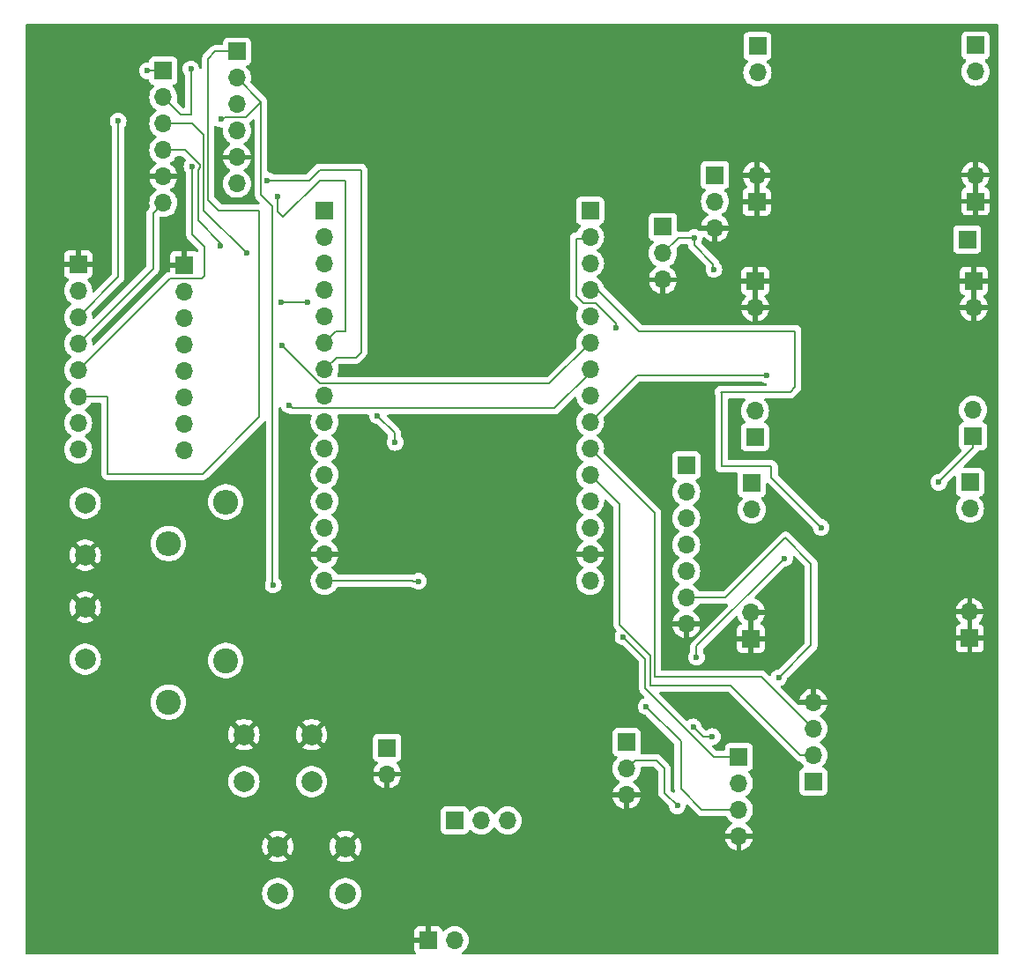
<source format=gbr>
%TF.GenerationSoftware,KiCad,Pcbnew,8.0.6*%
%TF.CreationDate,2024-12-24T16:40:45+01:00*%
%TF.ProjectId,Pcb pami 2025,50636220-7061-46d6-9920-323032352e6b,rev?*%
%TF.SameCoordinates,Original*%
%TF.FileFunction,Copper,L2,Bot*%
%TF.FilePolarity,Positive*%
%FSLAX46Y46*%
G04 Gerber Fmt 4.6, Leading zero omitted, Abs format (unit mm)*
G04 Created by KiCad (PCBNEW 8.0.6) date 2024-12-24 16:40:45*
%MOMM*%
%LPD*%
G01*
G04 APERTURE LIST*
%TA.AperFunction,ComponentPad*%
%ADD10R,1.700000X1.700000*%
%TD*%
%TA.AperFunction,ComponentPad*%
%ADD11O,1.700000X1.700000*%
%TD*%
%TA.AperFunction,ComponentPad*%
%ADD12C,2.000000*%
%TD*%
%TA.AperFunction,ComponentPad*%
%ADD13O,2.400000X2.400000*%
%TD*%
%TA.AperFunction,ComponentPad*%
%ADD14C,2.400000*%
%TD*%
%TA.AperFunction,ViaPad*%
%ADD15C,0.600000*%
%TD*%
%TA.AperFunction,Conductor*%
%ADD16C,0.200000*%
%TD*%
G04 APERTURE END LIST*
D10*
%TO.P,J11,1,Pin_1*%
%TO.N,/SDA*%
X125740000Y-63380000D03*
D11*
%TO.P,J11,2,Pin_2*%
%TO.N,/SCL*%
X125740000Y-65920000D03*
%TO.P,J11,3,Pin_3*%
%TO.N,/Lpn*%
X125740000Y-68460000D03*
%TO.P,J11,4,Pin_4*%
%TO.N,/PWREN*%
X125740000Y-71000000D03*
%TO.P,J11,5,Pin_5*%
%TO.N,VCC_5*%
X125740000Y-73540000D03*
%TO.P,J11,6,Pin_6*%
%TO.N,VCC_f*%
X125740000Y-76080000D03*
%TO.P,J11,7,Pin_7*%
%TO.N,GND*%
X125740000Y-78620000D03*
%TD*%
D10*
%TO.P,J10,1,Pin_1*%
%TO.N,VCC_5*%
X137940000Y-93760000D03*
D11*
%TO.P,J10,2,Pin_2*%
%TO.N,/D4*%
X137940000Y-91220000D03*
%TO.P,J10,3,Pin_3*%
%TO.N,/RX2*%
X137940000Y-88680000D03*
%TO.P,J10,4,Pin_4*%
%TO.N,GND*%
X137940000Y-86140000D03*
%TD*%
D10*
%TO.P,J4,1,Pin_1*%
%TO.N,VCC_5*%
X130800000Y-91380000D03*
D11*
%TO.P,J4,2,Pin_2*%
%TO.N,/RXD*%
X130800000Y-93920000D03*
%TO.P,J4,3,Pin_3*%
%TO.N,/D2*%
X130800000Y-96460000D03*
%TO.P,J4,4,Pin_4*%
%TO.N,GND*%
X130800000Y-99000000D03*
%TD*%
D10*
%TO.P,J3,1,Pin_1*%
%TO.N,Net-(J3-Pin_1)*%
X152730000Y-41660000D03*
%TD*%
%TO.P,U2,1,GND*%
%TO.N,GND*%
X67320000Y-44060000D03*
D11*
%TO.P,U2,2,VIN*%
%TO.N,VCC2*%
X67320000Y-46600000D03*
%TO.P,U2,3,BOUT1*%
%TO.N,/BOUT1*%
X67320000Y-49140000D03*
%TO.P,U2,4,BOUT2*%
%TO.N,/BOUT2*%
X67320000Y-51680000D03*
%TO.P,U2,5,AOUT2*%
%TO.N,/AOUT2*%
X67320000Y-54220000D03*
%TO.P,U2,6,AOUT1*%
%TO.N,/AOUT1*%
X67320000Y-56760000D03*
%TO.P,U2,7,AISEN*%
%TO.N,unconnected-(U2-AISEN-Pad7)*%
X67320000Y-59300000D03*
%TO.P,U2,8,BISEN*%
%TO.N,unconnected-(U2-BISEN-Pad8)*%
X67320000Y-61840000D03*
D10*
%TO.P,U2,9,GND*%
%TO.N,GND*%
X77500000Y-44110000D03*
D11*
%TO.P,U2,10,VMM*%
%TO.N,unconnected-(U2-VMM-Pad10)*%
X77500000Y-46650000D03*
%TO.P,U2,11,BIN1*%
%TO.N,/TXD*%
X77500000Y-49190000D03*
%TO.P,U2,12,BIN2*%
%TO.N,/D19*%
X77500000Y-51730000D03*
%TO.P,U2,13,AIN2*%
%TO.N,/D18*%
X77500000Y-54270000D03*
%TO.P,U2,14,AIN1*%
%TO.N,/D5*%
X77500000Y-56810000D03*
%TO.P,U2,15,SLP*%
%TO.N,unconnected-(U2-SLP-Pad15)*%
X77500000Y-59350000D03*
%TO.P,U2,16,FLT*%
%TO.N,unconnected-(U2-FLT-Pad16)*%
X77500000Y-61890000D03*
%TD*%
D12*
%TO.P,SW4,1,1*%
%TO.N,GND*%
X86500000Y-100000000D03*
X93000000Y-100000000D03*
%TO.P,SW4,2,2*%
%TO.N,/D13*%
X86500000Y-104500000D03*
X93000000Y-104500000D03*
%TD*%
%TO.P,SW3,1,1*%
%TO.N,GND*%
X83250000Y-89250000D03*
X89750000Y-89250000D03*
%TO.P,SW3,2,2*%
%TO.N,/D12*%
X83250000Y-93750000D03*
X89750000Y-93750000D03*
%TD*%
D10*
%TO.P,SW2,1,A*%
%TO.N,/D27*%
X120000000Y-89975000D03*
D11*
%TO.P,SW2,2,B*%
%TO.N,VCC_f*%
X120000000Y-92515000D03*
%TO.P,SW2,3,C*%
%TO.N,GND*%
X120000000Y-95055000D03*
%TD*%
D13*
%TO.P,R6,2*%
%TO.N,/D13*%
X76000000Y-70880000D03*
D14*
%TO.P,R6,1*%
%TO.N,VCC_f*%
X76000000Y-86120000D03*
%TD*%
%TO.P,R5,1*%
%TO.N,VCC_f*%
X81500000Y-82120000D03*
D13*
%TO.P,R5,2*%
%TO.N,/D12*%
X81500000Y-66880000D03*
%TD*%
D10*
%TO.P,MP1584EN2,1,IN1-*%
%TO.N,GND*%
X152980000Y-79990000D03*
D11*
%TO.P,MP1584EN2,2,IN2-*%
X152980000Y-77450000D03*
D10*
%TO.P,MP1584EN2,3,OUT1-*%
X131960000Y-80020000D03*
D11*
%TO.P,MP1584EN2,4,OUT2-*%
X131960000Y-77480000D03*
%TO.P,MP1584EN2,5,IN1+*%
%TO.N,VCC*%
X153000000Y-67540000D03*
D10*
%TO.P,MP1584EN2,6,IN2+*%
X153000000Y-65000000D03*
D11*
%TO.P,MP1584EN2,7,OUT1+*%
%TO.N,VCC_5*%
X132040000Y-67620000D03*
D10*
%TO.P,MP1584EN2,8,OUT2+*%
X132040000Y-65080000D03*
%TD*%
%TO.P,MP1584EN1,1,IN1-*%
%TO.N,GND*%
X132360000Y-45670000D03*
D11*
%TO.P,MP1584EN1,2,IN2-*%
X132360000Y-48210000D03*
D10*
%TO.P,MP1584EN1,3,OUT1-*%
X153380000Y-45640000D03*
D11*
%TO.P,MP1584EN1,4,OUT2-*%
X153380000Y-48180000D03*
%TO.P,MP1584EN1,5,IN1+*%
%TO.N,VCC*%
X132340000Y-58120000D03*
D10*
%TO.P,MP1584EN1,6,IN2+*%
X132340000Y-60660000D03*
D11*
%TO.P,MP1584EN1,7,OUT1+*%
%TO.N,VCC_f*%
X153300000Y-58040000D03*
D10*
%TO.P,MP1584EN1,8,OUT2+*%
X153300000Y-60580000D03*
%TD*%
%TO.P,MP1584,1,IN1-*%
%TO.N,GND*%
X153520000Y-38010000D03*
D11*
%TO.P,MP1584,2,IN2-*%
X153520000Y-35470000D03*
D10*
%TO.P,MP1584,3,OUT1-*%
X132500000Y-38040000D03*
D11*
%TO.P,MP1584,4,OUT2-*%
X132500000Y-35500000D03*
%TO.P,MP1584,5,IN1+*%
%TO.N,VCC*%
X153540000Y-25560000D03*
D10*
%TO.P,MP1584,6,IN2+*%
X153540000Y-23020000D03*
D11*
%TO.P,MP1584,7,OUT1+*%
%TO.N,VCC2*%
X132580000Y-25640000D03*
D10*
%TO.P,MP1584,8,OUT2+*%
X132580000Y-23100000D03*
%TD*%
%TO.P,J8,1,Pin_1*%
%TO.N,/BOUT1*%
X75500000Y-25460000D03*
D11*
%TO.P,J8,2,Pin_2*%
%TO.N,VCC_f*%
X75500000Y-28000000D03*
%TO.P,J8,3,Pin_3*%
%TO.N,/D25*%
X75500000Y-30540000D03*
%TO.P,J8,4,Pin_4*%
%TO.N,/D26*%
X75500000Y-33080000D03*
%TO.P,J8,5,Pin_5*%
%TO.N,GND*%
X75500000Y-35620000D03*
%TO.P,J8,6,Pin_6*%
%TO.N,/BOUT2*%
X75500000Y-38160000D03*
%TD*%
D10*
%TO.P,J7,1,Pin_1*%
%TO.N,/D14*%
X97000000Y-90500000D03*
D11*
%TO.P,J7,2,Pin_2*%
%TO.N,GND*%
X97000000Y-93040000D03*
%TD*%
D10*
%TO.P,J6,1,Pin_1*%
%TO.N,Net-(J5-Pin_2)*%
X103500000Y-97500000D03*
D11*
%TO.P,J6,2,Pin_2*%
%TO.N,unconnected-(J6-Pin_2-Pad2)*%
X106040000Y-97500000D03*
%TO.P,J6,3,Pin_3*%
%TO.N,VCC*%
X108580000Y-97500000D03*
%TD*%
D10*
%TO.P,J5,1,Pin_1*%
%TO.N,GND*%
X100960000Y-109000000D03*
D11*
%TO.P,J5,2,Pin_2*%
%TO.N,Net-(J5-Pin_2)*%
X103500000Y-109000000D03*
%TD*%
D10*
%TO.P,J2,1,Pin_1*%
%TO.N,/D34*%
X123500000Y-40460000D03*
D11*
%TO.P,J2,2,Pin_2*%
%TO.N,VCC_5*%
X123500000Y-43000000D03*
%TO.P,J2,3,Pin_3*%
%TO.N,GND*%
X123500000Y-45540000D03*
%TD*%
%TO.P,J1,3,Pin_3*%
%TO.N,GND*%
X128500000Y-40555000D03*
%TO.P,J1,2,Pin_2*%
%TO.N,VCC_5*%
X128500000Y-38015000D03*
D10*
%TO.P,J1,1,Pin_1*%
%TO.N,/D23*%
X128500000Y-35475000D03*
%TD*%
D12*
%TO.P,C7,1*%
%TO.N,/D13*%
X68000000Y-82000000D03*
%TO.P,C7,2*%
%TO.N,GND*%
X68000000Y-77000000D03*
%TD*%
%TO.P,C6,1*%
%TO.N,/D12*%
X68000000Y-67000000D03*
%TO.P,C6,2*%
%TO.N,GND*%
X68000000Y-72000000D03*
%TD*%
D10*
%TO.P,J9,1,Pin_1*%
%TO.N,/AOUT1*%
X82580000Y-23610000D03*
D11*
%TO.P,J9,2,Pin_2*%
%TO.N,VCC_f*%
X82580000Y-26150000D03*
%TO.P,J9,3,Pin_3*%
%TO.N,/D32*%
X82580000Y-28690000D03*
%TO.P,J9,4,Pin_4*%
%TO.N,/D33*%
X82580000Y-31230000D03*
%TO.P,J9,5,Pin_5*%
%TO.N,GND*%
X82580000Y-33770000D03*
%TO.P,J9,6,Pin_6*%
%TO.N,/AOUT2*%
X82580000Y-36310000D03*
%TD*%
%TO.P,U1,1,VIN*%
%TO.N,VCC_f*%
X91000000Y-74440000D03*
%TO.P,U1,2,GND*%
%TO.N,GND*%
X91000000Y-71900000D03*
%TO.P,U1,3,D13*%
%TO.N,/D13*%
X91000000Y-69360000D03*
%TO.P,U1,4,D12*%
%TO.N,/D12*%
X91000000Y-66820000D03*
%TO.P,U1,5,D14*%
%TO.N,/D14*%
X91000000Y-64280000D03*
%TO.P,U1,6,D27*%
%TO.N,/D27*%
X91000000Y-61740000D03*
%TO.P,U1,7,D26*%
%TO.N,/D26*%
X91000000Y-59200000D03*
%TO.P,U1,8,D25*%
%TO.N,/D25*%
X91000000Y-56660000D03*
%TO.P,U1,9,D33*%
%TO.N,/D33*%
X91000000Y-54120000D03*
%TO.P,U1,10,D32*%
%TO.N,/D32*%
X91000000Y-51580000D03*
%TO.P,U1,11,D35*%
%TO.N,/Lpn*%
X91000000Y-49040000D03*
%TO.P,U1,12,D34*%
%TO.N,/D34*%
X91000000Y-46500000D03*
%TO.P,U1,13,UN*%
%TO.N,unconnected-(U1-UN-Pad13)*%
X91000000Y-43960000D03*
%TO.P,U1,14,UP*%
%TO.N,unconnected-(U1-UP-Pad14)*%
X91000000Y-41420000D03*
D10*
%TO.P,U1,15,EN*%
%TO.N,unconnected-(U1-EN-Pad15)*%
X91000000Y-38880000D03*
D11*
%TO.P,U1,16,3V3*%
%TO.N,unconnected-(U1-3V3-Pad16)*%
X116500000Y-74440000D03*
%TO.P,U1,17,GND*%
%TO.N,GND*%
X116500000Y-71900000D03*
%TO.P,U1,18,D15*%
%TO.N,/PWREN*%
X116500000Y-69360000D03*
%TO.P,U1,19,D2*%
%TO.N,/D2*%
X116500000Y-66820000D03*
%TO.P,U1,20,D4*%
%TO.N,/D4*%
X116500000Y-64280000D03*
%TO.P,U1,21,RX2*%
%TO.N,/RX2*%
X116500000Y-61740000D03*
%TO.P,U1,22,TX2*%
%TO.N,Net-(J3-Pin_1)*%
X116500000Y-59200000D03*
%TO.P,U1,23,D5*%
%TO.N,/D5*%
X116500000Y-56660000D03*
%TO.P,U1,24,D18*%
%TO.N,/D18*%
X116500000Y-54120000D03*
%TO.P,U1,25,D19*%
%TO.N,/D19*%
X116500000Y-51580000D03*
%TO.P,U1,26,D21*%
%TO.N,/SDA*%
X116500000Y-49040000D03*
%TO.P,U1,27,RXD*%
%TO.N,/RXD*%
X116500000Y-46500000D03*
%TO.P,U1,28,TXD*%
%TO.N,/TXD*%
X116500000Y-43960000D03*
%TO.P,U1,29,D22*%
%TO.N,/SCL*%
X116500000Y-41420000D03*
D10*
%TO.P,U1,30,D23*%
%TO.N,/D23*%
X116500000Y-38880000D03*
%TD*%
D15*
%TO.N,/BOUT1*%
X71155000Y-30295000D03*
X73960000Y-25460000D03*
%TO.N,VCC_5*%
X128400000Y-44550000D03*
X126500000Y-41500000D03*
%TO.N,VCC_f*%
X78160000Y-25290000D03*
X81040000Y-30100000D03*
X124880000Y-96070000D03*
X126400000Y-88510000D03*
X128250000Y-89440000D03*
X134630000Y-83770000D03*
%TO.N,VCC*%
X126730000Y-81800000D03*
X135180000Y-72300000D03*
%TO.N,/AOUT2*%
X78260000Y-34670000D03*
%TO.N,/TXD*%
X86790000Y-47680000D03*
X89350000Y-47680000D03*
%TO.N,/SCL*%
X118970000Y-50140000D03*
%TO.N,/RXD*%
X138710000Y-69340000D03*
%TO.N,VCC_5*%
X119670000Y-79840000D03*
%TO.N,/D2*%
X121880000Y-86540000D03*
%TO.N,/Lpn*%
X96080000Y-58600000D03*
X97770000Y-61180000D03*
%TO.N,Net-(J3-Pin_1)*%
X133510000Y-54690000D03*
%TO.N,/D19*%
X86875000Y-51875000D03*
%TO.N,/D18*%
X87602500Y-57587500D03*
%TO.N,VCC_f*%
X86060000Y-74860000D03*
%TO.N,/D26*%
X81000000Y-42250000D03*
%TO.N,/D25*%
X83500000Y-43000000D03*
%TO.N,VCC_f*%
X100000000Y-74500000D03*
%TO.N,/D33*%
X85500000Y-36000000D03*
%TO.N,/D32*%
X86500000Y-37500000D03*
%TO.N,VCC_f*%
X150000000Y-65000000D03*
%TD*%
D16*
%TO.N,/D26*%
X77580000Y-33080000D02*
X75500000Y-33080000D01*
X79000000Y-34500000D02*
X77580000Y-33080000D01*
X78820000Y-39820000D02*
X78820000Y-34958529D01*
X78820000Y-34958529D02*
X79000000Y-34778529D01*
X79000000Y-34778529D02*
X79000000Y-34500000D01*
X81000000Y-42000000D02*
X78820000Y-39820000D01*
X81000000Y-42250000D02*
X81000000Y-42000000D01*
%TO.N,/AOUT2*%
X79220000Y-45410000D02*
X76130000Y-45410000D01*
X79440000Y-45190000D02*
X79220000Y-45410000D01*
X79440000Y-42380000D02*
X79440000Y-45190000D01*
X78280000Y-34690000D02*
X78280000Y-41220000D01*
X76130000Y-45410000D02*
X67320000Y-54220000D01*
X78260000Y-34670000D02*
X78280000Y-34690000D01*
X78280000Y-41220000D02*
X79440000Y-42380000D01*
%TO.N,/D25*%
X78290000Y-30540000D02*
X75500000Y-30540000D01*
X79400000Y-31650000D02*
X78290000Y-30540000D01*
X79400000Y-38900000D02*
X79400000Y-31650000D01*
X83500000Y-43000000D02*
X79400000Y-38900000D01*
%TO.N,/AOUT1*%
X80490000Y-23610000D02*
X82580000Y-23610000D01*
X79800000Y-24300000D02*
X80490000Y-23610000D01*
X79800000Y-37840000D02*
X79800000Y-24300000D01*
X84740000Y-38880000D02*
X80840000Y-38880000D01*
X79280000Y-64190000D02*
X84740000Y-58730000D01*
X70150000Y-64190000D02*
X79280000Y-64190000D01*
X80840000Y-38880000D02*
X79800000Y-37840000D01*
X84740000Y-58730000D02*
X84740000Y-38880000D01*
X70150000Y-56760000D02*
X70150000Y-64190000D01*
X67320000Y-56760000D02*
X70150000Y-56760000D01*
%TO.N,VCC_f*%
X78170000Y-29650000D02*
X77150000Y-29650000D01*
X78160000Y-29640000D02*
X78170000Y-29650000D01*
X78160000Y-25290000D02*
X78160000Y-29640000D01*
X77150000Y-29650000D02*
X75500000Y-28000000D01*
%TO.N,/BOUT1*%
X71180000Y-45280000D02*
X67320000Y-49140000D01*
X71180000Y-30320000D02*
X71180000Y-45280000D01*
X71155000Y-30295000D02*
X71180000Y-30320000D01*
%TO.N,VCC_f*%
X86000000Y-38500000D02*
X84900000Y-37400000D01*
X86000000Y-74800000D02*
X86000000Y-38500000D01*
X86060000Y-74860000D02*
X86000000Y-74800000D01*
X84900000Y-37400000D02*
X84900000Y-28470000D01*
%TO.N,VCC_5*%
X128340000Y-44490000D02*
X128400000Y-44550000D01*
X128340000Y-44030000D02*
X128340000Y-44490000D01*
X126500000Y-42190000D02*
X128340000Y-44030000D01*
X126500000Y-41500000D02*
X126500000Y-42190000D01*
X125000000Y-41500000D02*
X123500000Y-43000000D01*
X126500000Y-41500000D02*
X125000000Y-41500000D01*
%TO.N,VCC_f*%
X83440000Y-29930000D02*
X84900000Y-28470000D01*
X81380000Y-29930000D02*
X83440000Y-29930000D01*
X81040000Y-30100000D02*
X81210000Y-30100000D01*
X81210000Y-30100000D02*
X81380000Y-29930000D01*
X120815000Y-91700000D02*
X120000000Y-92515000D01*
X122850000Y-91700000D02*
X120815000Y-91700000D01*
X123630000Y-94820000D02*
X123630000Y-92480000D01*
X124880000Y-96070000D02*
X123630000Y-94820000D01*
X123630000Y-92480000D02*
X122850000Y-91700000D01*
X128250000Y-89440000D02*
X127330000Y-89440000D01*
X127330000Y-89440000D02*
X126400000Y-88510000D01*
X137740000Y-80660000D02*
X134630000Y-83770000D01*
X137740000Y-78860000D02*
X137740000Y-80660000D01*
X137740000Y-72810000D02*
X137740000Y-78860000D01*
X125740000Y-76080000D02*
X129530000Y-76080000D01*
X129530000Y-76080000D02*
X135270000Y-70340000D01*
X135270000Y-70340000D02*
X137740000Y-72810000D01*
%TO.N,/RX2*%
X122710000Y-67950000D02*
X116500000Y-61740000D01*
X122710000Y-83690000D02*
X122710000Y-67950000D01*
X132950000Y-83690000D02*
X122710000Y-83690000D01*
X137940000Y-88680000D02*
X132950000Y-83690000D01*
%TO.N,/D4*%
X119350000Y-78671471D02*
X119350000Y-67130000D01*
X122310000Y-84520000D02*
X122310000Y-81631471D01*
X122310000Y-81631471D02*
X119350000Y-78671471D01*
X130013654Y-84520000D02*
X122310000Y-84520000D01*
X137940000Y-91220000D02*
X136713654Y-91220000D01*
X136713654Y-91220000D02*
X130013654Y-84520000D01*
X119350000Y-67130000D02*
X116500000Y-64280000D01*
%TO.N,VCC_5*%
X128370000Y-91380000D02*
X130800000Y-91380000D01*
X121805735Y-84815735D02*
X128370000Y-91380000D01*
X121805735Y-81975735D02*
X121805735Y-84815735D01*
X119670000Y-79840000D02*
X121805735Y-81975735D01*
%TO.N,VCC*%
X126730000Y-80750000D02*
X126730000Y-81800000D01*
X135180000Y-72300000D02*
X126730000Y-80750000D01*
%TO.N,/BOUT2*%
X74500000Y-44500000D02*
X74500000Y-42250000D01*
X67320000Y-51680000D02*
X74500000Y-44500000D01*
%TO.N,/BOUT1*%
X73960000Y-25460000D02*
X75500000Y-25460000D01*
%TO.N,VCC_f*%
X84900000Y-28470000D02*
X82580000Y-26150000D01*
%TO.N,/SCL*%
X116340000Y-41580000D02*
X116500000Y-41420000D01*
X115160000Y-47120000D02*
X115160000Y-41580000D01*
X117020000Y-47780000D02*
X115820000Y-47780000D01*
X115820000Y-47780000D02*
X115160000Y-47120000D01*
X118970000Y-49730000D02*
X117020000Y-47780000D01*
X118970000Y-50140000D02*
X118970000Y-49730000D01*
X115160000Y-41580000D02*
X116340000Y-41580000D01*
%TO.N,/TXD*%
X89350000Y-47680000D02*
X86790000Y-47680000D01*
%TO.N,/D18*%
X116500000Y-54435000D02*
X116500000Y-54120000D01*
X113045000Y-57890000D02*
X116500000Y-54435000D01*
X87905000Y-57890000D02*
X113045000Y-57890000D01*
X87602500Y-57587500D02*
X87905000Y-57890000D01*
%TO.N,/RXD*%
X117240000Y-46500000D02*
X116500000Y-46500000D01*
X121210000Y-50470000D02*
X117240000Y-46500000D01*
X135720000Y-56330000D02*
X136200000Y-55850000D01*
X129060000Y-56330000D02*
X135720000Y-56330000D01*
X136200000Y-50470000D02*
X121210000Y-50470000D01*
X136200000Y-55850000D02*
X136200000Y-50470000D01*
X129120000Y-63470000D02*
X129120000Y-56390000D01*
X133930000Y-64560000D02*
X133930000Y-63470000D01*
X138710000Y-69340000D02*
X133930000Y-64560000D01*
X133930000Y-63470000D02*
X129120000Y-63470000D01*
X129120000Y-56390000D02*
X129060000Y-56330000D01*
%TO.N,/D2*%
X127220000Y-96460000D02*
X130800000Y-96460000D01*
X125220000Y-94460000D02*
X127220000Y-96460000D01*
X121880000Y-86540000D02*
X125220000Y-89880000D01*
X125220000Y-89880000D02*
X125220000Y-94460000D01*
%TO.N,/Lpn*%
X97700000Y-60220000D02*
X96080000Y-58600000D01*
X97700000Y-61110000D02*
X97700000Y-60220000D01*
X97770000Y-61180000D02*
X97700000Y-61110000D01*
%TO.N,Net-(J3-Pin_1)*%
X133510000Y-54690000D02*
X121010000Y-54690000D01*
X121010000Y-54690000D02*
X116500000Y-59200000D01*
%TO.N,/D19*%
X90500000Y-55500000D02*
X112580000Y-55500000D01*
X112580000Y-55500000D02*
X116500000Y-51580000D01*
X86875000Y-51875000D02*
X90500000Y-55500000D01*
%TO.N,VCC_f*%
X100000000Y-74500000D02*
X99500000Y-74500000D01*
X99500000Y-74500000D02*
X99440000Y-74440000D01*
X99440000Y-74440000D02*
X91000000Y-74440000D01*
%TO.N,/BOUT2*%
X67314558Y-51674558D02*
X67309540Y-51674558D01*
X67320000Y-51680000D02*
X67314558Y-51674558D01*
X74500000Y-39160000D02*
X75500000Y-38160000D01*
X74500000Y-42250000D02*
X74500000Y-39160000D01*
%TO.N,/D33*%
X92120000Y-53000000D02*
X91000000Y-54120000D01*
X94000000Y-53000000D02*
X92120000Y-53000000D01*
X94500000Y-52500000D02*
X94000000Y-53000000D01*
X94500000Y-35000000D02*
X94500000Y-52500000D01*
X90500000Y-35000000D02*
X94500000Y-35000000D01*
X89500000Y-36000000D02*
X90500000Y-35000000D01*
X85500000Y-36000000D02*
X89500000Y-36000000D01*
%TO.N,/D32*%
X93000000Y-50500000D02*
X92080000Y-50500000D01*
X93000000Y-36000000D02*
X93000000Y-50500000D01*
X90500000Y-36000000D02*
X93000000Y-36000000D01*
X87000000Y-39500000D02*
X90500000Y-36000000D01*
X92080000Y-50500000D02*
X91000000Y-51580000D01*
X86500000Y-39000000D02*
X87000000Y-39500000D01*
X86500000Y-37500000D02*
X86500000Y-39000000D01*
%TO.N,VCC_f*%
X153300000Y-61700000D02*
X153300000Y-60580000D01*
X150000000Y-65000000D02*
X153300000Y-61700000D01*
%TD*%
%TA.AperFunction,Conductor*%
%TO.N,GND*%
G36*
X132210000Y-79586988D02*
G01*
X132152993Y-79554075D01*
X132025826Y-79520000D01*
X131894174Y-79520000D01*
X131767007Y-79554075D01*
X131710000Y-79586988D01*
X131710000Y-77913012D01*
X131767007Y-77945925D01*
X131894174Y-77980000D01*
X132025826Y-77980000D01*
X132152993Y-77945925D01*
X132210000Y-77913012D01*
X132210000Y-79586988D01*
G37*
%TD.AperFunction*%
%TA.AperFunction,Conductor*%
G36*
X77346942Y-33700185D02*
G01*
X77367584Y-33716819D01*
X77636661Y-33985896D01*
X77670146Y-34047219D01*
X77665162Y-34116911D01*
X77636669Y-34161251D01*
X77630186Y-34167734D01*
X77534211Y-34320476D01*
X77474631Y-34490745D01*
X77474630Y-34490750D01*
X77454435Y-34669996D01*
X77454435Y-34670003D01*
X77474630Y-34849249D01*
X77474631Y-34849254D01*
X77534211Y-35019523D01*
X77630184Y-35172262D01*
X77643181Y-35185259D01*
X77676666Y-35246582D01*
X77679500Y-35272940D01*
X77679500Y-41133330D01*
X77679499Y-41133348D01*
X77679499Y-41299054D01*
X77679498Y-41299054D01*
X77718596Y-41444969D01*
X77720423Y-41451785D01*
X77747716Y-41499057D01*
X77778476Y-41552335D01*
X77799479Y-41588714D01*
X77799481Y-41588717D01*
X77918349Y-41707585D01*
X77918355Y-41707590D01*
X78803181Y-42592416D01*
X78836666Y-42653739D01*
X78839500Y-42680097D01*
X78839500Y-42754136D01*
X78819815Y-42821175D01*
X78767011Y-42866930D01*
X78697853Y-42876874D01*
X78641189Y-42853403D01*
X78592089Y-42816647D01*
X78592086Y-42816645D01*
X78457379Y-42766403D01*
X78457372Y-42766401D01*
X78397844Y-42760000D01*
X77750000Y-42760000D01*
X77750000Y-43676988D01*
X77692993Y-43644075D01*
X77565826Y-43610000D01*
X77434174Y-43610000D01*
X77307007Y-43644075D01*
X77250000Y-43676988D01*
X77250000Y-42760000D01*
X76602155Y-42760000D01*
X76542627Y-42766401D01*
X76542620Y-42766403D01*
X76407913Y-42816645D01*
X76407906Y-42816649D01*
X76292812Y-42902809D01*
X76292809Y-42902812D01*
X76206649Y-43017906D01*
X76206645Y-43017913D01*
X76156403Y-43152620D01*
X76156401Y-43152627D01*
X76150000Y-43212155D01*
X76150000Y-43860000D01*
X77066988Y-43860000D01*
X77034075Y-43917007D01*
X77000000Y-44044174D01*
X77000000Y-44175826D01*
X77034075Y-44302993D01*
X77066988Y-44360000D01*
X76150000Y-44360000D01*
X76150000Y-44687809D01*
X76130315Y-44754848D01*
X76077511Y-44800603D01*
X76058093Y-44807584D01*
X76010019Y-44820464D01*
X76010019Y-44820465D01*
X75972751Y-44830451D01*
X75898214Y-44850423D01*
X75898209Y-44850426D01*
X75761290Y-44929475D01*
X75761282Y-44929481D01*
X75649478Y-45041286D01*
X68884432Y-51806331D01*
X68823109Y-51839816D01*
X68753417Y-51834832D01*
X68697484Y-51792960D01*
X68673067Y-51727496D01*
X68673223Y-51707842D01*
X68675659Y-51680000D01*
X68675659Y-51679999D01*
X68659438Y-51494596D01*
X68655063Y-51444592D01*
X68620671Y-51316239D01*
X68622334Y-51246393D01*
X68652763Y-51196470D01*
X74858506Y-44990728D01*
X74858511Y-44990724D01*
X74868714Y-44980520D01*
X74868716Y-44980520D01*
X74980520Y-44868716D01*
X75059577Y-44731784D01*
X75100500Y-44579057D01*
X75100500Y-42170943D01*
X75100500Y-39612694D01*
X75120185Y-39545655D01*
X75172989Y-39499900D01*
X75242147Y-39489956D01*
X75256581Y-39492916D01*
X75264592Y-39495063D01*
X75452918Y-39511539D01*
X75499999Y-39515659D01*
X75500000Y-39515659D01*
X75500001Y-39515659D01*
X75539234Y-39512226D01*
X75735408Y-39495063D01*
X75963663Y-39433903D01*
X76177830Y-39334035D01*
X76371401Y-39198495D01*
X76538495Y-39031401D01*
X76674035Y-38837830D01*
X76773903Y-38623663D01*
X76835063Y-38395408D01*
X76855659Y-38160000D01*
X76835063Y-37924592D01*
X76783725Y-37732993D01*
X76773905Y-37696344D01*
X76773904Y-37696343D01*
X76773903Y-37696337D01*
X76674035Y-37482171D01*
X76671853Y-37479054D01*
X76538494Y-37288597D01*
X76371402Y-37121506D01*
X76371401Y-37121505D01*
X76185405Y-36991269D01*
X76141781Y-36936692D01*
X76134588Y-36867193D01*
X76166110Y-36804839D01*
X76185405Y-36788119D01*
X76371082Y-36658105D01*
X76538105Y-36491082D01*
X76673600Y-36297578D01*
X76773429Y-36083492D01*
X76773432Y-36083486D01*
X76830636Y-35870000D01*
X75933012Y-35870000D01*
X75965925Y-35812993D01*
X76000000Y-35685826D01*
X76000000Y-35554174D01*
X75965925Y-35427007D01*
X75933012Y-35370000D01*
X76830636Y-35370000D01*
X76830635Y-35369999D01*
X76773432Y-35156513D01*
X76773429Y-35156507D01*
X76673600Y-34942422D01*
X76673599Y-34942420D01*
X76538113Y-34748926D01*
X76538108Y-34748920D01*
X76371078Y-34581890D01*
X76185405Y-34451879D01*
X76141780Y-34397302D01*
X76134588Y-34327804D01*
X76166110Y-34265449D01*
X76185406Y-34248730D01*
X76371401Y-34118495D01*
X76538495Y-33951401D01*
X76674035Y-33757830D01*
X76676707Y-33752097D01*
X76722878Y-33699658D01*
X76789091Y-33680500D01*
X77279903Y-33680500D01*
X77346942Y-33700185D01*
G37*
%TD.AperFunction*%
%TA.AperFunction,Conductor*%
G36*
X84218834Y-30102914D02*
G01*
X84274767Y-30144786D01*
X84299184Y-30210250D01*
X84299500Y-30219096D01*
X84299500Y-37313330D01*
X84299499Y-37313348D01*
X84299499Y-37479054D01*
X84299498Y-37479054D01*
X84334559Y-37609901D01*
X84340423Y-37631785D01*
X84361156Y-37667695D01*
X84363902Y-37672450D01*
X84363903Y-37672454D01*
X84363904Y-37672454D01*
X84377691Y-37696335D01*
X84419479Y-37768714D01*
X84419481Y-37768717D01*
X84538349Y-37887585D01*
X84538355Y-37887590D01*
X84718584Y-38067819D01*
X84752069Y-38129142D01*
X84747085Y-38198834D01*
X84705213Y-38254767D01*
X84639749Y-38279184D01*
X84630903Y-38279500D01*
X81140097Y-38279500D01*
X81073058Y-38259815D01*
X81052416Y-38243181D01*
X80436819Y-37627584D01*
X80403334Y-37566261D01*
X80400500Y-37539903D01*
X80400500Y-30867944D01*
X80420185Y-30800905D01*
X80472989Y-30755150D01*
X80542147Y-30745206D01*
X80590470Y-30762950D01*
X80632064Y-30789085D01*
X80690475Y-30825788D01*
X80860745Y-30885368D01*
X80860750Y-30885369D01*
X81039996Y-30905565D01*
X81040000Y-30905565D01*
X81040002Y-30905565D01*
X81073159Y-30901828D01*
X81104220Y-30898329D01*
X81173042Y-30910383D01*
X81224421Y-30957732D01*
X81242046Y-31025342D01*
X81241632Y-31032356D01*
X81224341Y-31229997D01*
X81224341Y-31230000D01*
X81244936Y-31465403D01*
X81244938Y-31465413D01*
X81306094Y-31693655D01*
X81306096Y-31693659D01*
X81306097Y-31693663D01*
X81349854Y-31787500D01*
X81405965Y-31907830D01*
X81405967Y-31907834D01*
X81541501Y-32101395D01*
X81541506Y-32101402D01*
X81708597Y-32268493D01*
X81708603Y-32268498D01*
X81894594Y-32398730D01*
X81938219Y-32453307D01*
X81945413Y-32522805D01*
X81913890Y-32585160D01*
X81894595Y-32601880D01*
X81708922Y-32731890D01*
X81708920Y-32731891D01*
X81541891Y-32898920D01*
X81541886Y-32898926D01*
X81406400Y-33092420D01*
X81406399Y-33092422D01*
X81306570Y-33306507D01*
X81306567Y-33306513D01*
X81249364Y-33519999D01*
X81249364Y-33520000D01*
X82146988Y-33520000D01*
X82114075Y-33577007D01*
X82080000Y-33704174D01*
X82080000Y-33835826D01*
X82114075Y-33962993D01*
X82146988Y-34020000D01*
X81249364Y-34020000D01*
X81306567Y-34233486D01*
X81306570Y-34233492D01*
X81406399Y-34447578D01*
X81541894Y-34641082D01*
X81708917Y-34808105D01*
X81894595Y-34938119D01*
X81938219Y-34992696D01*
X81945412Y-35062195D01*
X81913890Y-35124549D01*
X81894595Y-35141269D01*
X81708594Y-35271508D01*
X81541505Y-35438597D01*
X81405965Y-35632169D01*
X81405964Y-35632171D01*
X81306098Y-35846335D01*
X81306094Y-35846344D01*
X81244938Y-36074586D01*
X81244936Y-36074596D01*
X81224341Y-36309999D01*
X81224341Y-36310000D01*
X81244936Y-36545403D01*
X81244938Y-36545413D01*
X81306094Y-36773655D01*
X81306096Y-36773659D01*
X81306097Y-36773663D01*
X81382119Y-36936692D01*
X81405965Y-36987830D01*
X81405967Y-36987834D01*
X81514025Y-37142155D01*
X81541505Y-37181401D01*
X81708599Y-37348495D01*
X81764808Y-37387853D01*
X81902165Y-37484032D01*
X81902167Y-37484033D01*
X81902170Y-37484035D01*
X82116337Y-37583903D01*
X82116343Y-37583904D01*
X82116344Y-37583905D01*
X82171285Y-37598626D01*
X82344592Y-37645063D01*
X82532918Y-37661539D01*
X82579999Y-37665659D01*
X82580000Y-37665659D01*
X82580001Y-37665659D01*
X82619234Y-37662226D01*
X82815408Y-37645063D01*
X83043663Y-37583903D01*
X83257830Y-37484035D01*
X83451401Y-37348495D01*
X83618495Y-37181401D01*
X83754035Y-36987830D01*
X83853903Y-36773663D01*
X83915063Y-36545408D01*
X83935659Y-36310000D01*
X83915063Y-36074592D01*
X83853903Y-35846337D01*
X83754035Y-35632171D01*
X83745643Y-35620185D01*
X83618494Y-35438597D01*
X83451402Y-35271506D01*
X83451401Y-35271505D01*
X83265405Y-35141269D01*
X83221781Y-35086692D01*
X83214588Y-35017193D01*
X83246110Y-34954839D01*
X83265405Y-34938119D01*
X83451082Y-34808105D01*
X83618105Y-34641082D01*
X83753600Y-34447578D01*
X83853429Y-34233492D01*
X83853432Y-34233486D01*
X83910636Y-34020000D01*
X83013012Y-34020000D01*
X83045925Y-33962993D01*
X83080000Y-33835826D01*
X83080000Y-33704174D01*
X83045925Y-33577007D01*
X83013012Y-33520000D01*
X83910636Y-33520000D01*
X83910635Y-33519999D01*
X83853432Y-33306513D01*
X83853429Y-33306507D01*
X83753600Y-33092422D01*
X83753599Y-33092420D01*
X83618113Y-32898926D01*
X83618108Y-32898920D01*
X83451078Y-32731890D01*
X83265405Y-32601879D01*
X83221780Y-32547302D01*
X83214588Y-32477804D01*
X83246110Y-32415449D01*
X83265406Y-32398730D01*
X83451401Y-32268495D01*
X83618495Y-32101401D01*
X83754035Y-31907830D01*
X83853903Y-31693663D01*
X83915063Y-31465408D01*
X83935659Y-31230000D01*
X83915063Y-30994592D01*
X83853903Y-30766337D01*
X83761610Y-30568417D01*
X83751119Y-30499342D01*
X83779638Y-30435558D01*
X83802860Y-30416231D01*
X83802272Y-30415464D01*
X83808710Y-30410523D01*
X83808716Y-30410520D01*
X83920520Y-30298716D01*
X83920521Y-30298713D01*
X84087822Y-30131412D01*
X84149142Y-30097930D01*
X84218834Y-30102914D01*
G37*
%TD.AperFunction*%
%TA.AperFunction,Conductor*%
G36*
X153230000Y-79556988D02*
G01*
X153172993Y-79524075D01*
X153045826Y-79490000D01*
X152914174Y-79490000D01*
X152787007Y-79524075D01*
X152730000Y-79556988D01*
X152730000Y-77883012D01*
X152787007Y-77915925D01*
X152914174Y-77950000D01*
X153045826Y-77950000D01*
X153172993Y-77915925D01*
X153230000Y-77883012D01*
X153230000Y-79556988D01*
G37*
%TD.AperFunction*%
%TA.AperFunction,Conductor*%
G36*
X132610000Y-47776988D02*
G01*
X132552993Y-47744075D01*
X132425826Y-47710000D01*
X132294174Y-47710000D01*
X132167007Y-47744075D01*
X132110000Y-47776988D01*
X132110000Y-46103012D01*
X132167007Y-46135925D01*
X132294174Y-46170000D01*
X132425826Y-46170000D01*
X132552993Y-46135925D01*
X132610000Y-46103012D01*
X132610000Y-47776988D01*
G37*
%TD.AperFunction*%
%TA.AperFunction,Conductor*%
G36*
X153630000Y-47746988D02*
G01*
X153572993Y-47714075D01*
X153445826Y-47680000D01*
X153314174Y-47680000D01*
X153187007Y-47714075D01*
X153130000Y-47746988D01*
X153130000Y-46073012D01*
X153187007Y-46105925D01*
X153314174Y-46140000D01*
X153445826Y-46140000D01*
X153572993Y-46105925D01*
X153630000Y-46073012D01*
X153630000Y-47746988D01*
G37*
%TD.AperFunction*%
%TA.AperFunction,Conductor*%
G36*
X132750000Y-37606988D02*
G01*
X132692993Y-37574075D01*
X132565826Y-37540000D01*
X132434174Y-37540000D01*
X132307007Y-37574075D01*
X132250000Y-37606988D01*
X132250000Y-35933012D01*
X132307007Y-35965925D01*
X132434174Y-36000000D01*
X132565826Y-36000000D01*
X132692993Y-35965925D01*
X132750000Y-35933012D01*
X132750000Y-37606988D01*
G37*
%TD.AperFunction*%
%TA.AperFunction,Conductor*%
G36*
X153770000Y-37576988D02*
G01*
X153712993Y-37544075D01*
X153585826Y-37510000D01*
X153454174Y-37510000D01*
X153327007Y-37544075D01*
X153270000Y-37576988D01*
X153270000Y-35903012D01*
X153327007Y-35935925D01*
X153454174Y-35970000D01*
X153585826Y-35970000D01*
X153712993Y-35935925D01*
X153770000Y-35903012D01*
X153770000Y-37576988D01*
G37*
%TD.AperFunction*%
%TA.AperFunction,Conductor*%
G36*
X155666231Y-20980185D02*
G01*
X155711986Y-21032989D01*
X155723192Y-21084500D01*
X155723192Y-110259192D01*
X155703507Y-110326231D01*
X155650703Y-110371986D01*
X155599192Y-110383192D01*
X104272401Y-110383192D01*
X104205362Y-110363507D01*
X104159607Y-110310703D01*
X104149663Y-110241545D01*
X104178688Y-110177989D01*
X104201277Y-110157617D01*
X104371401Y-110038495D01*
X104538495Y-109871401D01*
X104674035Y-109677830D01*
X104773903Y-109463663D01*
X104835063Y-109235408D01*
X104855659Y-109000000D01*
X104835063Y-108764592D01*
X104773903Y-108536337D01*
X104674035Y-108322171D01*
X104538495Y-108128599D01*
X104538494Y-108128597D01*
X104371402Y-107961506D01*
X104371395Y-107961501D01*
X104177834Y-107825967D01*
X104177830Y-107825965D01*
X104106727Y-107792809D01*
X103963663Y-107726097D01*
X103963659Y-107726096D01*
X103963655Y-107726094D01*
X103735413Y-107664938D01*
X103735403Y-107664936D01*
X103500001Y-107644341D01*
X103499999Y-107644341D01*
X103264596Y-107664936D01*
X103264586Y-107664938D01*
X103036344Y-107726094D01*
X103036335Y-107726098D01*
X102822171Y-107825964D01*
X102822169Y-107825965D01*
X102628600Y-107961503D01*
X102506284Y-108083819D01*
X102444961Y-108117303D01*
X102375269Y-108112319D01*
X102319336Y-108070447D01*
X102302421Y-108039470D01*
X102253354Y-107907913D01*
X102253350Y-107907906D01*
X102167190Y-107792812D01*
X102167187Y-107792809D01*
X102052093Y-107706649D01*
X102052086Y-107706645D01*
X101917379Y-107656403D01*
X101917372Y-107656401D01*
X101857844Y-107650000D01*
X101210000Y-107650000D01*
X101210000Y-108566988D01*
X101152993Y-108534075D01*
X101025826Y-108500000D01*
X100894174Y-108500000D01*
X100767007Y-108534075D01*
X100710000Y-108566988D01*
X100710000Y-107650000D01*
X100062155Y-107650000D01*
X100002627Y-107656401D01*
X100002620Y-107656403D01*
X99867913Y-107706645D01*
X99867906Y-107706649D01*
X99752812Y-107792809D01*
X99752809Y-107792812D01*
X99666649Y-107907906D01*
X99666645Y-107907913D01*
X99616403Y-108042620D01*
X99616401Y-108042627D01*
X99610000Y-108102155D01*
X99610000Y-108750000D01*
X100526988Y-108750000D01*
X100494075Y-108807007D01*
X100460000Y-108934174D01*
X100460000Y-109065826D01*
X100494075Y-109192993D01*
X100526988Y-109250000D01*
X99610000Y-109250000D01*
X99610000Y-109897844D01*
X99616401Y-109957372D01*
X99616403Y-109957379D01*
X99666645Y-110092086D01*
X99666647Y-110092089D01*
X99736111Y-110184880D01*
X99760529Y-110250345D01*
X99745678Y-110318618D01*
X99696273Y-110368024D01*
X99636845Y-110383192D01*
X62374500Y-110383192D01*
X62307461Y-110363507D01*
X62261706Y-110310703D01*
X62250500Y-110259192D01*
X62250500Y-104499994D01*
X84994357Y-104499994D01*
X84994357Y-104500005D01*
X85014890Y-104747812D01*
X85014892Y-104747824D01*
X85075936Y-104988881D01*
X85175826Y-105216606D01*
X85311833Y-105424782D01*
X85311836Y-105424785D01*
X85480256Y-105607738D01*
X85676491Y-105760474D01*
X85895190Y-105878828D01*
X86130386Y-105959571D01*
X86375665Y-106000500D01*
X86624335Y-106000500D01*
X86869614Y-105959571D01*
X87104810Y-105878828D01*
X87323509Y-105760474D01*
X87519744Y-105607738D01*
X87688164Y-105424785D01*
X87824173Y-105216607D01*
X87924063Y-104988881D01*
X87985108Y-104747821D01*
X88005643Y-104500000D01*
X88005643Y-104499994D01*
X91494357Y-104499994D01*
X91494357Y-104500005D01*
X91514890Y-104747812D01*
X91514892Y-104747824D01*
X91575936Y-104988881D01*
X91675826Y-105216606D01*
X91811833Y-105424782D01*
X91811836Y-105424785D01*
X91980256Y-105607738D01*
X92176491Y-105760474D01*
X92395190Y-105878828D01*
X92630386Y-105959571D01*
X92875665Y-106000500D01*
X93124335Y-106000500D01*
X93369614Y-105959571D01*
X93604810Y-105878828D01*
X93823509Y-105760474D01*
X94019744Y-105607738D01*
X94188164Y-105424785D01*
X94324173Y-105216607D01*
X94424063Y-104988881D01*
X94485108Y-104747821D01*
X94505643Y-104500000D01*
X94485108Y-104252179D01*
X94424063Y-104011119D01*
X94324173Y-103783393D01*
X94188166Y-103575217D01*
X94166557Y-103551744D01*
X94019744Y-103392262D01*
X93823509Y-103239526D01*
X93823507Y-103239525D01*
X93823506Y-103239524D01*
X93604811Y-103121172D01*
X93604802Y-103121169D01*
X93369616Y-103040429D01*
X93124335Y-102999500D01*
X92875665Y-102999500D01*
X92630383Y-103040429D01*
X92395197Y-103121169D01*
X92395188Y-103121172D01*
X92176493Y-103239524D01*
X91980257Y-103392261D01*
X91811833Y-103575217D01*
X91675826Y-103783393D01*
X91575936Y-104011118D01*
X91514892Y-104252175D01*
X91514890Y-104252187D01*
X91494357Y-104499994D01*
X88005643Y-104499994D01*
X87985108Y-104252179D01*
X87924063Y-104011119D01*
X87824173Y-103783393D01*
X87688166Y-103575217D01*
X87666557Y-103551744D01*
X87519744Y-103392262D01*
X87323509Y-103239526D01*
X87323507Y-103239525D01*
X87323506Y-103239524D01*
X87104811Y-103121172D01*
X87104802Y-103121169D01*
X86869616Y-103040429D01*
X86624335Y-102999500D01*
X86375665Y-102999500D01*
X86130383Y-103040429D01*
X85895197Y-103121169D01*
X85895188Y-103121172D01*
X85676493Y-103239524D01*
X85480257Y-103392261D01*
X85311833Y-103575217D01*
X85175826Y-103783393D01*
X85075936Y-104011118D01*
X85014892Y-104252175D01*
X85014890Y-104252187D01*
X84994357Y-104499994D01*
X62250500Y-104499994D01*
X62250500Y-99999994D01*
X84994859Y-99999994D01*
X84994859Y-100000005D01*
X85015385Y-100247729D01*
X85015387Y-100247738D01*
X85076412Y-100488717D01*
X85176266Y-100716364D01*
X85276564Y-100869882D01*
X85976212Y-100170234D01*
X85987482Y-100212292D01*
X86059890Y-100337708D01*
X86162292Y-100440110D01*
X86287708Y-100512518D01*
X86329765Y-100523787D01*
X85629942Y-101223609D01*
X85676768Y-101260055D01*
X85676770Y-101260056D01*
X85895385Y-101378364D01*
X85895396Y-101378369D01*
X86130506Y-101459083D01*
X86375707Y-101500000D01*
X86624293Y-101500000D01*
X86869493Y-101459083D01*
X87104603Y-101378369D01*
X87104614Y-101378364D01*
X87323228Y-101260057D01*
X87323231Y-101260055D01*
X87370056Y-101223609D01*
X86670234Y-100523787D01*
X86712292Y-100512518D01*
X86837708Y-100440110D01*
X86940110Y-100337708D01*
X87012518Y-100212292D01*
X87023787Y-100170235D01*
X87723434Y-100869882D01*
X87823731Y-100716369D01*
X87923587Y-100488717D01*
X87984612Y-100247738D01*
X87984614Y-100247729D01*
X88005141Y-100000005D01*
X88005141Y-99999994D01*
X91494859Y-99999994D01*
X91494859Y-100000005D01*
X91515385Y-100247729D01*
X91515387Y-100247738D01*
X91576412Y-100488717D01*
X91676266Y-100716364D01*
X91776564Y-100869882D01*
X92476212Y-100170234D01*
X92487482Y-100212292D01*
X92559890Y-100337708D01*
X92662292Y-100440110D01*
X92787708Y-100512518D01*
X92829765Y-100523787D01*
X92129942Y-101223609D01*
X92176768Y-101260055D01*
X92176770Y-101260056D01*
X92395385Y-101378364D01*
X92395396Y-101378369D01*
X92630506Y-101459083D01*
X92875707Y-101500000D01*
X93124293Y-101500000D01*
X93369493Y-101459083D01*
X93604603Y-101378369D01*
X93604614Y-101378364D01*
X93823228Y-101260057D01*
X93823231Y-101260055D01*
X93870056Y-101223609D01*
X93170234Y-100523787D01*
X93212292Y-100512518D01*
X93337708Y-100440110D01*
X93440110Y-100337708D01*
X93512518Y-100212292D01*
X93523787Y-100170235D01*
X94223434Y-100869882D01*
X94323731Y-100716369D01*
X94423587Y-100488717D01*
X94484612Y-100247738D01*
X94484614Y-100247729D01*
X94505141Y-100000005D01*
X94505141Y-99999994D01*
X94484614Y-99752270D01*
X94484612Y-99752261D01*
X94423587Y-99511282D01*
X94323731Y-99283630D01*
X94223434Y-99130116D01*
X93523787Y-99829764D01*
X93512518Y-99787708D01*
X93440110Y-99662292D01*
X93337708Y-99559890D01*
X93212292Y-99487482D01*
X93170235Y-99476212D01*
X93870057Y-98776390D01*
X93870056Y-98776389D01*
X93823229Y-98739943D01*
X93604614Y-98621635D01*
X93604603Y-98621630D01*
X93369493Y-98540916D01*
X93124293Y-98500000D01*
X92875707Y-98500000D01*
X92630506Y-98540916D01*
X92395396Y-98621630D01*
X92395390Y-98621632D01*
X92176761Y-98739949D01*
X92129942Y-98776388D01*
X92129942Y-98776390D01*
X92829765Y-99476212D01*
X92787708Y-99487482D01*
X92662292Y-99559890D01*
X92559890Y-99662292D01*
X92487482Y-99787708D01*
X92476212Y-99829764D01*
X91776564Y-99130116D01*
X91676267Y-99283632D01*
X91576412Y-99511282D01*
X91515387Y-99752261D01*
X91515385Y-99752270D01*
X91494859Y-99999994D01*
X88005141Y-99999994D01*
X87984614Y-99752270D01*
X87984612Y-99752261D01*
X87923587Y-99511282D01*
X87823731Y-99283630D01*
X87723434Y-99130116D01*
X87023787Y-99829764D01*
X87012518Y-99787708D01*
X86940110Y-99662292D01*
X86837708Y-99559890D01*
X86712292Y-99487482D01*
X86670235Y-99476212D01*
X87370057Y-98776390D01*
X87370056Y-98776389D01*
X87323229Y-98739943D01*
X87104614Y-98621635D01*
X87104603Y-98621630D01*
X86869493Y-98540916D01*
X86624293Y-98500000D01*
X86375707Y-98500000D01*
X86130506Y-98540916D01*
X85895396Y-98621630D01*
X85895390Y-98621632D01*
X85676761Y-98739949D01*
X85629942Y-98776388D01*
X85629942Y-98776390D01*
X86329765Y-99476212D01*
X86287708Y-99487482D01*
X86162292Y-99559890D01*
X86059890Y-99662292D01*
X85987482Y-99787708D01*
X85976212Y-99829764D01*
X85276564Y-99130116D01*
X85176267Y-99283632D01*
X85076412Y-99511282D01*
X85015387Y-99752261D01*
X85015385Y-99752270D01*
X84994859Y-99999994D01*
X62250500Y-99999994D01*
X62250500Y-96602135D01*
X102149500Y-96602135D01*
X102149500Y-98397870D01*
X102149501Y-98397876D01*
X102155908Y-98457483D01*
X102206202Y-98592328D01*
X102206206Y-98592335D01*
X102292452Y-98707544D01*
X102292455Y-98707547D01*
X102407664Y-98793793D01*
X102407671Y-98793797D01*
X102542517Y-98844091D01*
X102542516Y-98844091D01*
X102549444Y-98844835D01*
X102602127Y-98850500D01*
X104397872Y-98850499D01*
X104457483Y-98844091D01*
X104592331Y-98793796D01*
X104707546Y-98707546D01*
X104793796Y-98592331D01*
X104842810Y-98460916D01*
X104884681Y-98404984D01*
X104950145Y-98380566D01*
X105018418Y-98395417D01*
X105046673Y-98416569D01*
X105168599Y-98538495D01*
X105256296Y-98599901D01*
X105362165Y-98674032D01*
X105362167Y-98674033D01*
X105362170Y-98674035D01*
X105576337Y-98773903D01*
X105576343Y-98773904D01*
X105576344Y-98773905D01*
X105631285Y-98788626D01*
X105804592Y-98835063D01*
X105981034Y-98850500D01*
X106039999Y-98855659D01*
X106040000Y-98855659D01*
X106040001Y-98855659D01*
X106098966Y-98850500D01*
X106275408Y-98835063D01*
X106503663Y-98773903D01*
X106717830Y-98674035D01*
X106911401Y-98538495D01*
X107078495Y-98371401D01*
X107208425Y-98185842D01*
X107263002Y-98142217D01*
X107332500Y-98135023D01*
X107394855Y-98166546D01*
X107411575Y-98185842D01*
X107541500Y-98371395D01*
X107541505Y-98371401D01*
X107708599Y-98538495D01*
X107796296Y-98599901D01*
X107902165Y-98674032D01*
X107902167Y-98674033D01*
X107902170Y-98674035D01*
X108116337Y-98773903D01*
X108116343Y-98773904D01*
X108116344Y-98773905D01*
X108171285Y-98788626D01*
X108344592Y-98835063D01*
X108521034Y-98850500D01*
X108579999Y-98855659D01*
X108580000Y-98855659D01*
X108580001Y-98855659D01*
X108638966Y-98850500D01*
X108815408Y-98835063D01*
X109043663Y-98773903D01*
X109257830Y-98674035D01*
X109451401Y-98538495D01*
X109618495Y-98371401D01*
X109754035Y-98177830D01*
X109853903Y-97963663D01*
X109915063Y-97735408D01*
X109935659Y-97500000D01*
X109915063Y-97264592D01*
X109853903Y-97036337D01*
X109754035Y-96822171D01*
X109748425Y-96814158D01*
X109618494Y-96628597D01*
X109451402Y-96461506D01*
X109451395Y-96461501D01*
X109449251Y-96460000D01*
X109374518Y-96407671D01*
X109257834Y-96325967D01*
X109257830Y-96325965D01*
X109257828Y-96325964D01*
X109043663Y-96226097D01*
X109043659Y-96226096D01*
X109043655Y-96226094D01*
X108815413Y-96164938D01*
X108815403Y-96164936D01*
X108580001Y-96144341D01*
X108579999Y-96144341D01*
X108344596Y-96164936D01*
X108344586Y-96164938D01*
X108116344Y-96226094D01*
X108116335Y-96226098D01*
X107902171Y-96325964D01*
X107902169Y-96325965D01*
X107708597Y-96461505D01*
X107541505Y-96628597D01*
X107411575Y-96814158D01*
X107356998Y-96857783D01*
X107287500Y-96864977D01*
X107225145Y-96833454D01*
X107208425Y-96814158D01*
X107078494Y-96628597D01*
X106911402Y-96461506D01*
X106911395Y-96461501D01*
X106909251Y-96460000D01*
X106834518Y-96407671D01*
X106717834Y-96325967D01*
X106717830Y-96325965D01*
X106717828Y-96325964D01*
X106503663Y-96226097D01*
X106503659Y-96226096D01*
X106503655Y-96226094D01*
X106275413Y-96164938D01*
X106275403Y-96164936D01*
X106040001Y-96144341D01*
X106039999Y-96144341D01*
X105804596Y-96164936D01*
X105804586Y-96164938D01*
X105576344Y-96226094D01*
X105576335Y-96226098D01*
X105362171Y-96325964D01*
X105362169Y-96325965D01*
X105168600Y-96461503D01*
X105046673Y-96583430D01*
X104985350Y-96616914D01*
X104915658Y-96611930D01*
X104859725Y-96570058D01*
X104842810Y-96539081D01*
X104793797Y-96407671D01*
X104793793Y-96407664D01*
X104707547Y-96292455D01*
X104707544Y-96292452D01*
X104592335Y-96206206D01*
X104592328Y-96206202D01*
X104457482Y-96155908D01*
X104457483Y-96155908D01*
X104397883Y-96149501D01*
X104397881Y-96149500D01*
X104397873Y-96149500D01*
X104397864Y-96149500D01*
X102602129Y-96149500D01*
X102602123Y-96149501D01*
X102542516Y-96155908D01*
X102407671Y-96206202D01*
X102407664Y-96206206D01*
X102292455Y-96292452D01*
X102292452Y-96292455D01*
X102206206Y-96407664D01*
X102206202Y-96407671D01*
X102155908Y-96542517D01*
X102149501Y-96602116D01*
X102149500Y-96602135D01*
X62250500Y-96602135D01*
X62250500Y-93749994D01*
X81744357Y-93749994D01*
X81744357Y-93750005D01*
X81764890Y-93997812D01*
X81764892Y-93997824D01*
X81825936Y-94238881D01*
X81925826Y-94466606D01*
X82061833Y-94674782D01*
X82094245Y-94709991D01*
X82230256Y-94857738D01*
X82426491Y-95010474D01*
X82506543Y-95053796D01*
X82630403Y-95120826D01*
X82645190Y-95128828D01*
X82880386Y-95209571D01*
X83125665Y-95250500D01*
X83374335Y-95250500D01*
X83619614Y-95209571D01*
X83854810Y-95128828D01*
X84073509Y-95010474D01*
X84269744Y-94857738D01*
X84438164Y-94674785D01*
X84574173Y-94466607D01*
X84674063Y-94238881D01*
X84735108Y-93997821D01*
X84735109Y-93997812D01*
X84755643Y-93750005D01*
X84755643Y-93749994D01*
X88244357Y-93749994D01*
X88244357Y-93750005D01*
X88264890Y-93997812D01*
X88264892Y-93997824D01*
X88325936Y-94238881D01*
X88425826Y-94466606D01*
X88561833Y-94674782D01*
X88594245Y-94709991D01*
X88730256Y-94857738D01*
X88926491Y-95010474D01*
X89006543Y-95053796D01*
X89130403Y-95120826D01*
X89145190Y-95128828D01*
X89380386Y-95209571D01*
X89625665Y-95250500D01*
X89874335Y-95250500D01*
X90119614Y-95209571D01*
X90354810Y-95128828D01*
X90573509Y-95010474D01*
X90769744Y-94857738D01*
X90938164Y-94674785D01*
X91074173Y-94466607D01*
X91174063Y-94238881D01*
X91235108Y-93997821D01*
X91235109Y-93997812D01*
X91255643Y-93750005D01*
X91255643Y-93749994D01*
X91235109Y-93502187D01*
X91235107Y-93502175D01*
X91174063Y-93261118D01*
X91074173Y-93033393D01*
X90938166Y-92825217D01*
X90896630Y-92780097D01*
X90769744Y-92642262D01*
X90573509Y-92489526D01*
X90573507Y-92489525D01*
X90573506Y-92489524D01*
X90354811Y-92371172D01*
X90354802Y-92371169D01*
X90119616Y-92290429D01*
X89874335Y-92249500D01*
X89625665Y-92249500D01*
X89380383Y-92290429D01*
X89145197Y-92371169D01*
X89145188Y-92371172D01*
X88926493Y-92489524D01*
X88730257Y-92642261D01*
X88561833Y-92825217D01*
X88425826Y-93033393D01*
X88325936Y-93261118D01*
X88264892Y-93502175D01*
X88264890Y-93502187D01*
X88244357Y-93749994D01*
X84755643Y-93749994D01*
X84735109Y-93502187D01*
X84735107Y-93502175D01*
X84674063Y-93261118D01*
X84574173Y-93033393D01*
X84438166Y-92825217D01*
X84396630Y-92780097D01*
X84269744Y-92642262D01*
X84073509Y-92489526D01*
X84073507Y-92489525D01*
X84073506Y-92489524D01*
X83854811Y-92371172D01*
X83854802Y-92371169D01*
X83619616Y-92290429D01*
X83374335Y-92249500D01*
X83125665Y-92249500D01*
X82880383Y-92290429D01*
X82645197Y-92371169D01*
X82645188Y-92371172D01*
X82426493Y-92489524D01*
X82230257Y-92642261D01*
X82061833Y-92825217D01*
X81925826Y-93033393D01*
X81825936Y-93261118D01*
X81764892Y-93502175D01*
X81764890Y-93502187D01*
X81744357Y-93749994D01*
X62250500Y-93749994D01*
X62250500Y-89249994D01*
X81744859Y-89249994D01*
X81744859Y-89250005D01*
X81765385Y-89497729D01*
X81765387Y-89497738D01*
X81826412Y-89738717D01*
X81926266Y-89966364D01*
X82026564Y-90119882D01*
X82726212Y-89420234D01*
X82737482Y-89462292D01*
X82809890Y-89587708D01*
X82912292Y-89690110D01*
X83037708Y-89762518D01*
X83079765Y-89773787D01*
X82379942Y-90473609D01*
X82426768Y-90510055D01*
X82426770Y-90510056D01*
X82645385Y-90628364D01*
X82645396Y-90628369D01*
X82880506Y-90709083D01*
X83125707Y-90750000D01*
X83374293Y-90750000D01*
X83619493Y-90709083D01*
X83854603Y-90628369D01*
X83854614Y-90628364D01*
X84073228Y-90510057D01*
X84073231Y-90510055D01*
X84120056Y-90473609D01*
X83420234Y-89773787D01*
X83462292Y-89762518D01*
X83587708Y-89690110D01*
X83690110Y-89587708D01*
X83762518Y-89462292D01*
X83773787Y-89420235D01*
X84473434Y-90119882D01*
X84573731Y-89966369D01*
X84673587Y-89738717D01*
X84734612Y-89497738D01*
X84734614Y-89497729D01*
X84755141Y-89250005D01*
X84755141Y-89249994D01*
X88244859Y-89249994D01*
X88244859Y-89250005D01*
X88265385Y-89497729D01*
X88265387Y-89497738D01*
X88326412Y-89738717D01*
X88426266Y-89966364D01*
X88526564Y-90119882D01*
X89226212Y-89420234D01*
X89237482Y-89462292D01*
X89309890Y-89587708D01*
X89412292Y-89690110D01*
X89537708Y-89762518D01*
X89579765Y-89773787D01*
X88879942Y-90473609D01*
X88926768Y-90510055D01*
X88926770Y-90510056D01*
X89145385Y-90628364D01*
X89145396Y-90628369D01*
X89380506Y-90709083D01*
X89625707Y-90750000D01*
X89874293Y-90750000D01*
X90119493Y-90709083D01*
X90354603Y-90628369D01*
X90354614Y-90628364D01*
X90573228Y-90510057D01*
X90573231Y-90510055D01*
X90620056Y-90473609D01*
X89920234Y-89773787D01*
X89962292Y-89762518D01*
X90087708Y-89690110D01*
X90190110Y-89587708D01*
X90262518Y-89462292D01*
X90273787Y-89420235D01*
X90973434Y-90119882D01*
X91073731Y-89966369D01*
X91173587Y-89738717D01*
X91208175Y-89602135D01*
X95649500Y-89602135D01*
X95649500Y-91397870D01*
X95649501Y-91397876D01*
X95655908Y-91457483D01*
X95706202Y-91592328D01*
X95706206Y-91592335D01*
X95792452Y-91707544D01*
X95792455Y-91707547D01*
X95907664Y-91793793D01*
X95907671Y-91793797D01*
X95907674Y-91793798D01*
X96039598Y-91843002D01*
X96095531Y-91884873D01*
X96119949Y-91950337D01*
X96105098Y-92018610D01*
X96083947Y-92046865D01*
X95961886Y-92168926D01*
X95826400Y-92362420D01*
X95826399Y-92362422D01*
X95726570Y-92576507D01*
X95726567Y-92576513D01*
X95669364Y-92789999D01*
X95669364Y-92790000D01*
X96566988Y-92790000D01*
X96534075Y-92847007D01*
X96500000Y-92974174D01*
X96500000Y-93105826D01*
X96534075Y-93232993D01*
X96566988Y-93290000D01*
X95669364Y-93290000D01*
X95726567Y-93503486D01*
X95726570Y-93503492D01*
X95826399Y-93717578D01*
X95961894Y-93911082D01*
X96128917Y-94078105D01*
X96322421Y-94213600D01*
X96536507Y-94313429D01*
X96536516Y-94313433D01*
X96750000Y-94370634D01*
X96750000Y-93473012D01*
X96807007Y-93505925D01*
X96934174Y-93540000D01*
X97065826Y-93540000D01*
X97192993Y-93505925D01*
X97250000Y-93473012D01*
X97250000Y-94370633D01*
X97463483Y-94313433D01*
X97463492Y-94313429D01*
X97677578Y-94213600D01*
X97871082Y-94078105D01*
X98038105Y-93911082D01*
X98173600Y-93717578D01*
X98273429Y-93503492D01*
X98273432Y-93503486D01*
X98330636Y-93290000D01*
X97433012Y-93290000D01*
X97465925Y-93232993D01*
X97500000Y-93105826D01*
X97500000Y-92974174D01*
X97465925Y-92847007D01*
X97433012Y-92790000D01*
X98330636Y-92790000D01*
X98330635Y-92789999D01*
X98273432Y-92576513D01*
X98273429Y-92576507D01*
X98173600Y-92362422D01*
X98173599Y-92362420D01*
X98038113Y-92168926D01*
X98038108Y-92168920D01*
X97916053Y-92046865D01*
X97882568Y-91985542D01*
X97887552Y-91915850D01*
X97929424Y-91859917D01*
X97960400Y-91843002D01*
X98092331Y-91793796D01*
X98207546Y-91707546D01*
X98293796Y-91592331D01*
X98344091Y-91457483D01*
X98350500Y-91397873D01*
X98350499Y-89602128D01*
X98344091Y-89542517D01*
X98327386Y-89497729D01*
X98293797Y-89407671D01*
X98293793Y-89407664D01*
X98207547Y-89292455D01*
X98207544Y-89292452D01*
X98092335Y-89206206D01*
X98092328Y-89206202D01*
X97957482Y-89155908D01*
X97957483Y-89155908D01*
X97897883Y-89149501D01*
X97897881Y-89149500D01*
X97897873Y-89149500D01*
X97897864Y-89149500D01*
X96102129Y-89149500D01*
X96102123Y-89149501D01*
X96042516Y-89155908D01*
X95907671Y-89206202D01*
X95907664Y-89206206D01*
X95792455Y-89292452D01*
X95792452Y-89292455D01*
X95706206Y-89407664D01*
X95706202Y-89407671D01*
X95655908Y-89542517D01*
X95651050Y-89587708D01*
X95649501Y-89602123D01*
X95649500Y-89602135D01*
X91208175Y-89602135D01*
X91234612Y-89497738D01*
X91234614Y-89497729D01*
X91255141Y-89250005D01*
X91255141Y-89249994D01*
X91234614Y-89002270D01*
X91234612Y-89002261D01*
X91173587Y-88761282D01*
X91073731Y-88533630D01*
X90973434Y-88380116D01*
X90273787Y-89079764D01*
X90262518Y-89037708D01*
X90190110Y-88912292D01*
X90087708Y-88809890D01*
X89962292Y-88737482D01*
X89920235Y-88726212D01*
X90620057Y-88026390D01*
X90620056Y-88026389D01*
X90573229Y-87989943D01*
X90354614Y-87871635D01*
X90354603Y-87871630D01*
X90119493Y-87790916D01*
X89874293Y-87750000D01*
X89625707Y-87750000D01*
X89380506Y-87790916D01*
X89145396Y-87871630D01*
X89145390Y-87871632D01*
X88926761Y-87989949D01*
X88879942Y-88026388D01*
X88879942Y-88026390D01*
X89579765Y-88726212D01*
X89537708Y-88737482D01*
X89412292Y-88809890D01*
X89309890Y-88912292D01*
X89237482Y-89037708D01*
X89226212Y-89079764D01*
X88526564Y-88380116D01*
X88426267Y-88533632D01*
X88326412Y-88761282D01*
X88265387Y-89002261D01*
X88265385Y-89002270D01*
X88244859Y-89249994D01*
X84755141Y-89249994D01*
X84734614Y-89002270D01*
X84734612Y-89002261D01*
X84673587Y-88761282D01*
X84573731Y-88533630D01*
X84473434Y-88380116D01*
X83773787Y-89079764D01*
X83762518Y-89037708D01*
X83690110Y-88912292D01*
X83587708Y-88809890D01*
X83462292Y-88737482D01*
X83420235Y-88726212D01*
X84120057Y-88026390D01*
X84120056Y-88026389D01*
X84073229Y-87989943D01*
X83854614Y-87871635D01*
X83854603Y-87871630D01*
X83619493Y-87790916D01*
X83374293Y-87750000D01*
X83125707Y-87750000D01*
X82880506Y-87790916D01*
X82645396Y-87871630D01*
X82645390Y-87871632D01*
X82426761Y-87989949D01*
X82379942Y-88026388D01*
X82379942Y-88026390D01*
X83079765Y-88726212D01*
X83037708Y-88737482D01*
X82912292Y-88809890D01*
X82809890Y-88912292D01*
X82737482Y-89037708D01*
X82726212Y-89079764D01*
X82026564Y-88380116D01*
X81926267Y-88533632D01*
X81826412Y-88761282D01*
X81765387Y-89002261D01*
X81765385Y-89002270D01*
X81744859Y-89249994D01*
X62250500Y-89249994D01*
X62250500Y-86119995D01*
X74294732Y-86119995D01*
X74294732Y-86120004D01*
X74313777Y-86374154D01*
X74366677Y-86605925D01*
X74370492Y-86622637D01*
X74463607Y-86859888D01*
X74591041Y-87080612D01*
X74749950Y-87279877D01*
X74936783Y-87453232D01*
X75147366Y-87596805D01*
X75147371Y-87596807D01*
X75147372Y-87596808D01*
X75147373Y-87596809D01*
X75269328Y-87655538D01*
X75376992Y-87707387D01*
X75376993Y-87707387D01*
X75376996Y-87707389D01*
X75620542Y-87782513D01*
X75872565Y-87820500D01*
X76127435Y-87820500D01*
X76379458Y-87782513D01*
X76623004Y-87707389D01*
X76852634Y-87596805D01*
X77063217Y-87453232D01*
X77250050Y-87279877D01*
X77408959Y-87080612D01*
X77536393Y-86859888D01*
X77629508Y-86622637D01*
X77686222Y-86374157D01*
X77705268Y-86120000D01*
X77699103Y-86037738D01*
X77686222Y-85865845D01*
X77660838Y-85754632D01*
X77629508Y-85617363D01*
X77536393Y-85380112D01*
X77408959Y-85159388D01*
X77250050Y-84960123D01*
X77063217Y-84786768D01*
X76852634Y-84643195D01*
X76852630Y-84643193D01*
X76852627Y-84643191D01*
X76852626Y-84643190D01*
X76623006Y-84532612D01*
X76623008Y-84532612D01*
X76379466Y-84457489D01*
X76379462Y-84457488D01*
X76379458Y-84457487D01*
X76258231Y-84439214D01*
X76127440Y-84419500D01*
X76127435Y-84419500D01*
X75872565Y-84419500D01*
X75872559Y-84419500D01*
X75730866Y-84440858D01*
X75620542Y-84457487D01*
X75620539Y-84457488D01*
X75620533Y-84457489D01*
X75376992Y-84532612D01*
X75147373Y-84643190D01*
X75147372Y-84643191D01*
X74936782Y-84786768D01*
X74749952Y-84960121D01*
X74749950Y-84960123D01*
X74591041Y-85159388D01*
X74463608Y-85380109D01*
X74370492Y-85617362D01*
X74370490Y-85617369D01*
X74313777Y-85865845D01*
X74294732Y-86119995D01*
X62250500Y-86119995D01*
X62250500Y-81999994D01*
X66494357Y-81999994D01*
X66494357Y-82000005D01*
X66514890Y-82247812D01*
X66514892Y-82247824D01*
X66575936Y-82488881D01*
X66675826Y-82716606D01*
X66811833Y-82924782D01*
X66811836Y-82924785D01*
X66980256Y-83107738D01*
X67176491Y-83260474D01*
X67395190Y-83378828D01*
X67630386Y-83459571D01*
X67875665Y-83500500D01*
X68124335Y-83500500D01*
X68369614Y-83459571D01*
X68604810Y-83378828D01*
X68823509Y-83260474D01*
X69019744Y-83107738D01*
X69188164Y-82924785D01*
X69324173Y-82716607D01*
X69424063Y-82488881D01*
X69485108Y-82247821D01*
X69487043Y-82224470D01*
X69495700Y-82119995D01*
X79794732Y-82119995D01*
X79794732Y-82120004D01*
X79813777Y-82374154D01*
X79861985Y-82585369D01*
X79870492Y-82622637D01*
X79963607Y-82859888D01*
X80091041Y-83080612D01*
X80249950Y-83279877D01*
X80436783Y-83453232D01*
X80647366Y-83596805D01*
X80647371Y-83596807D01*
X80647372Y-83596808D01*
X80647373Y-83596809D01*
X80769328Y-83655538D01*
X80876992Y-83707387D01*
X80876993Y-83707387D01*
X80876996Y-83707389D01*
X81120542Y-83782513D01*
X81372565Y-83820500D01*
X81627435Y-83820500D01*
X81879458Y-83782513D01*
X82123004Y-83707389D01*
X82352634Y-83596805D01*
X82563217Y-83453232D01*
X82750050Y-83279877D01*
X82908959Y-83080612D01*
X83036393Y-82859888D01*
X83129508Y-82622637D01*
X83186222Y-82374157D01*
X83194384Y-82265232D01*
X83205268Y-82120004D01*
X83205268Y-82119995D01*
X83186222Y-81865845D01*
X83171193Y-81800000D01*
X83129508Y-81617363D01*
X83036393Y-81380112D01*
X82908959Y-81159388D01*
X82750050Y-80960123D01*
X82563217Y-80786768D01*
X82352634Y-80643195D01*
X82352630Y-80643193D01*
X82352627Y-80643191D01*
X82352626Y-80643190D01*
X82123006Y-80532612D01*
X82123008Y-80532612D01*
X81879466Y-80457489D01*
X81879462Y-80457488D01*
X81879458Y-80457487D01*
X81758231Y-80439214D01*
X81627440Y-80419500D01*
X81627435Y-80419500D01*
X81372565Y-80419500D01*
X81372559Y-80419500D01*
X81215609Y-80443157D01*
X81120542Y-80457487D01*
X81120539Y-80457488D01*
X81120533Y-80457489D01*
X80876992Y-80532612D01*
X80647373Y-80643190D01*
X80647372Y-80643191D01*
X80436782Y-80786768D01*
X80249952Y-80960121D01*
X80249950Y-80960123D01*
X80091041Y-81159388D01*
X79963608Y-81380109D01*
X79870492Y-81617362D01*
X79870490Y-81617369D01*
X79813777Y-81865845D01*
X79794732Y-82119995D01*
X69495700Y-82119995D01*
X69505643Y-82000005D01*
X69505643Y-81999994D01*
X69485109Y-81752187D01*
X69485107Y-81752175D01*
X69424063Y-81511118D01*
X69324173Y-81283393D01*
X69188166Y-81075217D01*
X69117759Y-80998735D01*
X69019744Y-80892262D01*
X68823509Y-80739526D01*
X68823507Y-80739525D01*
X68823506Y-80739524D01*
X68604811Y-80621172D01*
X68604802Y-80621169D01*
X68369616Y-80540429D01*
X68124335Y-80499500D01*
X67875665Y-80499500D01*
X67630383Y-80540429D01*
X67395197Y-80621169D01*
X67395188Y-80621172D01*
X67176493Y-80739524D01*
X66980257Y-80892261D01*
X66811833Y-81075217D01*
X66675826Y-81283393D01*
X66575936Y-81511118D01*
X66514892Y-81752175D01*
X66514890Y-81752187D01*
X66494357Y-81999994D01*
X62250500Y-81999994D01*
X62250500Y-76999994D01*
X66494859Y-76999994D01*
X66494859Y-77000005D01*
X66515385Y-77247729D01*
X66515387Y-77247738D01*
X66576412Y-77488717D01*
X66676266Y-77716364D01*
X66776564Y-77869882D01*
X67517037Y-77129409D01*
X67534075Y-77192993D01*
X67599901Y-77307007D01*
X67692993Y-77400099D01*
X67807007Y-77465925D01*
X67870590Y-77482962D01*
X67129942Y-78223609D01*
X67176768Y-78260055D01*
X67176770Y-78260056D01*
X67395385Y-78378364D01*
X67395396Y-78378369D01*
X67630506Y-78459083D01*
X67875707Y-78500000D01*
X68124293Y-78500000D01*
X68369493Y-78459083D01*
X68604603Y-78378369D01*
X68604614Y-78378364D01*
X68823228Y-78260057D01*
X68823231Y-78260055D01*
X68870056Y-78223609D01*
X68129409Y-77482962D01*
X68192993Y-77465925D01*
X68307007Y-77400099D01*
X68400099Y-77307007D01*
X68465925Y-77192993D01*
X68482962Y-77129409D01*
X69223434Y-77869882D01*
X69323731Y-77716369D01*
X69423587Y-77488717D01*
X69484612Y-77247738D01*
X69484614Y-77247729D01*
X69505141Y-77000005D01*
X69505141Y-76999994D01*
X69484614Y-76752270D01*
X69484612Y-76752261D01*
X69423587Y-76511282D01*
X69323731Y-76283630D01*
X69223434Y-76130116D01*
X68482962Y-76870589D01*
X68465925Y-76807007D01*
X68400099Y-76692993D01*
X68307007Y-76599901D01*
X68192993Y-76534075D01*
X68129410Y-76517037D01*
X68870057Y-75776390D01*
X68870056Y-75776389D01*
X68823229Y-75739943D01*
X68604614Y-75621635D01*
X68604603Y-75621630D01*
X68369493Y-75540916D01*
X68124293Y-75500000D01*
X67875707Y-75500000D01*
X67630506Y-75540916D01*
X67395396Y-75621630D01*
X67395390Y-75621632D01*
X67176761Y-75739949D01*
X67129942Y-75776388D01*
X67129942Y-75776390D01*
X67870590Y-76517037D01*
X67807007Y-76534075D01*
X67692993Y-76599901D01*
X67599901Y-76692993D01*
X67534075Y-76807007D01*
X67517037Y-76870589D01*
X66776564Y-76130116D01*
X66676267Y-76283632D01*
X66576412Y-76511282D01*
X66515387Y-76752261D01*
X66515385Y-76752270D01*
X66494859Y-76999994D01*
X62250500Y-76999994D01*
X62250500Y-71999994D01*
X66494859Y-71999994D01*
X66494859Y-72000005D01*
X66515385Y-72247729D01*
X66515387Y-72247738D01*
X66576412Y-72488717D01*
X66676266Y-72716364D01*
X66776564Y-72869882D01*
X67517037Y-72129409D01*
X67534075Y-72192993D01*
X67599901Y-72307007D01*
X67692993Y-72400099D01*
X67807007Y-72465925D01*
X67870590Y-72482962D01*
X67129942Y-73223609D01*
X67176768Y-73260055D01*
X67176770Y-73260056D01*
X67395385Y-73378364D01*
X67395396Y-73378369D01*
X67630506Y-73459083D01*
X67875707Y-73500000D01*
X68124293Y-73500000D01*
X68369493Y-73459083D01*
X68604603Y-73378369D01*
X68604614Y-73378364D01*
X68823228Y-73260057D01*
X68823231Y-73260055D01*
X68870056Y-73223609D01*
X68129409Y-72482962D01*
X68192993Y-72465925D01*
X68307007Y-72400099D01*
X68400099Y-72307007D01*
X68465925Y-72192993D01*
X68482962Y-72129409D01*
X69223434Y-72869882D01*
X69323731Y-72716369D01*
X69423587Y-72488717D01*
X69484612Y-72247738D01*
X69484614Y-72247729D01*
X69505141Y-72000005D01*
X69505141Y-71999994D01*
X69484614Y-71752270D01*
X69484612Y-71752261D01*
X69423587Y-71511282D01*
X69323731Y-71283630D01*
X69223434Y-71130116D01*
X68482962Y-71870589D01*
X68465925Y-71807007D01*
X68400099Y-71692993D01*
X68307007Y-71599901D01*
X68192993Y-71534075D01*
X68129410Y-71517037D01*
X68766452Y-70879995D01*
X74294732Y-70879995D01*
X74294732Y-70880004D01*
X74313777Y-71134154D01*
X74347894Y-71283632D01*
X74370492Y-71382637D01*
X74463607Y-71619888D01*
X74591041Y-71840612D01*
X74749950Y-72039877D01*
X74936783Y-72213232D01*
X75147366Y-72356805D01*
X75147371Y-72356807D01*
X75147372Y-72356808D01*
X75147373Y-72356809D01*
X75237061Y-72400000D01*
X75376992Y-72467387D01*
X75376993Y-72467387D01*
X75376996Y-72467389D01*
X75620542Y-72542513D01*
X75872565Y-72580500D01*
X76127435Y-72580500D01*
X76379458Y-72542513D01*
X76623004Y-72467389D01*
X76833696Y-72365925D01*
X76852626Y-72356809D01*
X76852626Y-72356808D01*
X76852634Y-72356805D01*
X77063217Y-72213232D01*
X77250050Y-72039877D01*
X77408959Y-71840612D01*
X77536393Y-71619888D01*
X77629508Y-71382637D01*
X77686222Y-71134157D01*
X77694384Y-71025232D01*
X77705268Y-70880004D01*
X77705268Y-70879995D01*
X77686222Y-70625845D01*
X77685261Y-70621635D01*
X77629508Y-70377363D01*
X77536393Y-70140112D01*
X77408959Y-69919388D01*
X77250050Y-69720123D01*
X77063217Y-69546768D01*
X76852634Y-69403195D01*
X76852630Y-69403193D01*
X76852627Y-69403191D01*
X76852626Y-69403190D01*
X76623006Y-69292612D01*
X76623008Y-69292612D01*
X76379466Y-69217489D01*
X76379462Y-69217488D01*
X76379458Y-69217487D01*
X76258231Y-69199214D01*
X76127440Y-69179500D01*
X76127435Y-69179500D01*
X75872565Y-69179500D01*
X75872559Y-69179500D01*
X75715609Y-69203157D01*
X75620542Y-69217487D01*
X75620539Y-69217488D01*
X75620533Y-69217489D01*
X75376992Y-69292612D01*
X75147373Y-69403190D01*
X75147372Y-69403191D01*
X74936782Y-69546768D01*
X74749952Y-69720121D01*
X74749950Y-69720123D01*
X74591041Y-69919388D01*
X74463608Y-70140109D01*
X74370492Y-70377362D01*
X74370490Y-70377369D01*
X74313777Y-70625845D01*
X74294732Y-70879995D01*
X68766452Y-70879995D01*
X68870057Y-70776390D01*
X68870056Y-70776389D01*
X68823229Y-70739943D01*
X68604614Y-70621635D01*
X68604603Y-70621630D01*
X68369493Y-70540916D01*
X68124293Y-70500000D01*
X67875707Y-70500000D01*
X67630506Y-70540916D01*
X67395396Y-70621630D01*
X67395390Y-70621632D01*
X67176761Y-70739949D01*
X67129942Y-70776388D01*
X67129942Y-70776390D01*
X67870590Y-71517037D01*
X67807007Y-71534075D01*
X67692993Y-71599901D01*
X67599901Y-71692993D01*
X67534075Y-71807007D01*
X67517037Y-71870589D01*
X66776564Y-71130116D01*
X66676267Y-71283632D01*
X66576412Y-71511282D01*
X66515387Y-71752261D01*
X66515385Y-71752270D01*
X66494859Y-71999994D01*
X62250500Y-71999994D01*
X62250500Y-66999994D01*
X66494357Y-66999994D01*
X66494357Y-67000005D01*
X66514890Y-67247812D01*
X66514892Y-67247824D01*
X66575936Y-67488881D01*
X66675826Y-67716606D01*
X66811833Y-67924782D01*
X66811836Y-67924785D01*
X66980256Y-68107738D01*
X67176491Y-68260474D01*
X67395190Y-68378828D01*
X67630386Y-68459571D01*
X67875665Y-68500500D01*
X68124335Y-68500500D01*
X68369614Y-68459571D01*
X68604810Y-68378828D01*
X68823509Y-68260474D01*
X69019744Y-68107738D01*
X69188164Y-67924785D01*
X69324173Y-67716607D01*
X69424063Y-67488881D01*
X69485108Y-67247821D01*
X69487491Y-67219060D01*
X69505643Y-67000005D01*
X69505643Y-66999994D01*
X69495700Y-66879995D01*
X79794732Y-66879995D01*
X79794732Y-66880004D01*
X79813777Y-67134154D01*
X79861311Y-67342416D01*
X79870492Y-67382637D01*
X79963607Y-67619888D01*
X80091041Y-67840612D01*
X80249950Y-68039877D01*
X80436783Y-68213232D01*
X80647366Y-68356805D01*
X80647371Y-68356807D01*
X80647372Y-68356808D01*
X80647373Y-68356809D01*
X80693101Y-68378830D01*
X80876992Y-68467387D01*
X80876993Y-68467387D01*
X80876996Y-68467389D01*
X81120542Y-68542513D01*
X81372565Y-68580500D01*
X81627435Y-68580500D01*
X81879458Y-68542513D01*
X82123004Y-68467389D01*
X82352634Y-68356805D01*
X82563217Y-68213232D01*
X82750050Y-68039877D01*
X82908959Y-67840612D01*
X83036393Y-67619888D01*
X83129508Y-67382637D01*
X83186222Y-67134157D01*
X83196275Y-67000005D01*
X83205268Y-66880004D01*
X83205268Y-66879995D01*
X83186222Y-66625845D01*
X83176807Y-66584596D01*
X83129508Y-66377363D01*
X83036393Y-66140112D01*
X82908959Y-65919388D01*
X82750050Y-65720123D01*
X82563217Y-65546768D01*
X82352634Y-65403195D01*
X82352630Y-65403193D01*
X82352627Y-65403191D01*
X82352626Y-65403190D01*
X82123006Y-65292612D01*
X82123008Y-65292612D01*
X81879466Y-65217489D01*
X81879462Y-65217488D01*
X81879458Y-65217487D01*
X81758231Y-65199214D01*
X81627440Y-65179500D01*
X81627435Y-65179500D01*
X81372565Y-65179500D01*
X81372559Y-65179500D01*
X81215609Y-65203157D01*
X81120542Y-65217487D01*
X81120539Y-65217488D01*
X81120533Y-65217489D01*
X80876992Y-65292612D01*
X80647373Y-65403190D01*
X80647372Y-65403191D01*
X80436782Y-65546768D01*
X80249952Y-65720121D01*
X80249950Y-65720123D01*
X80091041Y-65919388D01*
X79963608Y-66140109D01*
X79870492Y-66377362D01*
X79870490Y-66377369D01*
X79813777Y-66625845D01*
X79794732Y-66879995D01*
X69495700Y-66879995D01*
X69485109Y-66752187D01*
X69485107Y-66752175D01*
X69424063Y-66511118D01*
X69324173Y-66283393D01*
X69188166Y-66075217D01*
X69153428Y-66037482D01*
X69019744Y-65892262D01*
X68823509Y-65739526D01*
X68823507Y-65739525D01*
X68823506Y-65739524D01*
X68604811Y-65621172D01*
X68604802Y-65621169D01*
X68369616Y-65540429D01*
X68124335Y-65499500D01*
X67875665Y-65499500D01*
X67630383Y-65540429D01*
X67395197Y-65621169D01*
X67395188Y-65621172D01*
X67176493Y-65739524D01*
X67091644Y-65805565D01*
X66980256Y-65892262D01*
X66975092Y-65897872D01*
X66811833Y-66075217D01*
X66675826Y-66283393D01*
X66575936Y-66511118D01*
X66514892Y-66752175D01*
X66514890Y-66752187D01*
X66494357Y-66999994D01*
X62250500Y-66999994D01*
X62250500Y-46599999D01*
X65964341Y-46599999D01*
X65964341Y-46600000D01*
X65984936Y-46835403D01*
X65984938Y-46835413D01*
X66046094Y-47063655D01*
X66046096Y-47063659D01*
X66046097Y-47063663D01*
X66117356Y-47216477D01*
X66145965Y-47277830D01*
X66145967Y-47277834D01*
X66281501Y-47471395D01*
X66281506Y-47471402D01*
X66448597Y-47638493D01*
X66448603Y-47638498D01*
X66634158Y-47768425D01*
X66677783Y-47823002D01*
X66684977Y-47892500D01*
X66653454Y-47954855D01*
X66634158Y-47971575D01*
X66448597Y-48101505D01*
X66281505Y-48268597D01*
X66145965Y-48462169D01*
X66145964Y-48462171D01*
X66061416Y-48643486D01*
X66047427Y-48673486D01*
X66046098Y-48676335D01*
X66046094Y-48676344D01*
X65984938Y-48904586D01*
X65984936Y-48904596D01*
X65964341Y-49139999D01*
X65964341Y-49140000D01*
X65984936Y-49375403D01*
X65984938Y-49375413D01*
X66046094Y-49603655D01*
X66046096Y-49603659D01*
X66046097Y-49603663D01*
X66069413Y-49653664D01*
X66145965Y-49817830D01*
X66145967Y-49817834D01*
X66203150Y-49899499D01*
X66266156Y-49989481D01*
X66281501Y-50011395D01*
X66281506Y-50011402D01*
X66448597Y-50178493D01*
X66448603Y-50178498D01*
X66634158Y-50308425D01*
X66677783Y-50363002D01*
X66684977Y-50432500D01*
X66653454Y-50494855D01*
X66634158Y-50511575D01*
X66448597Y-50641505D01*
X66281505Y-50808597D01*
X66145965Y-51002169D01*
X66145964Y-51002171D01*
X66046098Y-51216335D01*
X66046094Y-51216344D01*
X65984938Y-51444586D01*
X65984936Y-51444596D01*
X65964341Y-51679999D01*
X65964341Y-51680000D01*
X65984936Y-51915403D01*
X65984938Y-51915413D01*
X66046094Y-52143655D01*
X66046096Y-52143659D01*
X66046097Y-52143663D01*
X66099334Y-52257830D01*
X66145965Y-52357830D01*
X66145967Y-52357834D01*
X66281501Y-52551395D01*
X66281506Y-52551402D01*
X66448597Y-52718493D01*
X66448603Y-52718498D01*
X66634158Y-52848425D01*
X66677783Y-52903002D01*
X66684977Y-52972500D01*
X66653454Y-53034855D01*
X66634158Y-53051575D01*
X66448597Y-53181505D01*
X66281505Y-53348597D01*
X66145965Y-53542169D01*
X66145964Y-53542171D01*
X66046098Y-53756335D01*
X66046094Y-53756344D01*
X65984938Y-53984586D01*
X65984936Y-53984596D01*
X65964341Y-54219999D01*
X65964341Y-54220000D01*
X65984936Y-54455403D01*
X65984938Y-54455413D01*
X66046094Y-54683655D01*
X66046096Y-54683659D01*
X66046097Y-54683663D01*
X66129808Y-54863181D01*
X66145965Y-54897830D01*
X66145967Y-54897834D01*
X66281501Y-55091395D01*
X66281506Y-55091402D01*
X66448597Y-55258493D01*
X66448603Y-55258498D01*
X66634158Y-55388425D01*
X66677783Y-55443002D01*
X66684977Y-55512500D01*
X66653454Y-55574855D01*
X66634158Y-55591575D01*
X66448597Y-55721505D01*
X66281505Y-55888597D01*
X66145965Y-56082169D01*
X66145964Y-56082171D01*
X66046098Y-56296335D01*
X66046094Y-56296344D01*
X65984938Y-56524586D01*
X65984936Y-56524596D01*
X65964341Y-56759999D01*
X65964341Y-56760000D01*
X65984936Y-56995403D01*
X65984938Y-56995413D01*
X66046094Y-57223655D01*
X66046096Y-57223659D01*
X66046097Y-57223663D01*
X66110684Y-57362169D01*
X66145965Y-57437830D01*
X66145967Y-57437834D01*
X66281501Y-57631395D01*
X66281506Y-57631402D01*
X66448597Y-57798493D01*
X66448603Y-57798498D01*
X66634158Y-57928425D01*
X66677783Y-57983002D01*
X66684977Y-58052500D01*
X66653454Y-58114855D01*
X66634158Y-58131575D01*
X66448597Y-58261505D01*
X66281505Y-58428597D01*
X66145965Y-58622169D01*
X66145964Y-58622171D01*
X66046098Y-58836335D01*
X66046094Y-58836344D01*
X65984938Y-59064586D01*
X65984936Y-59064596D01*
X65964341Y-59299999D01*
X65964341Y-59300000D01*
X65984936Y-59535403D01*
X65984938Y-59535413D01*
X66046094Y-59763655D01*
X66046096Y-59763659D01*
X66046097Y-59763663D01*
X66086956Y-59851285D01*
X66145965Y-59977830D01*
X66145967Y-59977834D01*
X66153237Y-59988216D01*
X66260179Y-60140945D01*
X66281501Y-60171395D01*
X66281506Y-60171402D01*
X66448597Y-60338493D01*
X66448603Y-60338498D01*
X66634158Y-60468425D01*
X66677783Y-60523002D01*
X66684977Y-60592500D01*
X66653454Y-60654855D01*
X66634158Y-60671575D01*
X66448597Y-60801505D01*
X66281505Y-60968597D01*
X66145965Y-61162169D01*
X66145964Y-61162171D01*
X66046098Y-61376335D01*
X66046094Y-61376344D01*
X65984938Y-61604586D01*
X65984936Y-61604596D01*
X65964341Y-61839999D01*
X65964341Y-61840000D01*
X65984936Y-62075403D01*
X65984938Y-62075413D01*
X66046094Y-62303655D01*
X66046096Y-62303659D01*
X66046097Y-62303663D01*
X66069413Y-62353664D01*
X66145965Y-62517830D01*
X66145967Y-62517834D01*
X66180975Y-62567830D01*
X66281505Y-62711401D01*
X66448599Y-62878495D01*
X66520011Y-62928498D01*
X66642165Y-63014032D01*
X66642167Y-63014033D01*
X66642170Y-63014035D01*
X66856337Y-63113903D01*
X67084592Y-63175063D01*
X67272918Y-63191539D01*
X67319999Y-63195659D01*
X67320000Y-63195659D01*
X67320001Y-63195659D01*
X67359234Y-63192226D01*
X67555408Y-63175063D01*
X67783663Y-63113903D01*
X67997830Y-63014035D01*
X68191401Y-62878495D01*
X68358495Y-62711401D01*
X68494035Y-62517830D01*
X68593903Y-62303663D01*
X68655063Y-62075408D01*
X68675659Y-61840000D01*
X68655063Y-61604592D01*
X68593903Y-61376337D01*
X68494035Y-61162171D01*
X68424014Y-61062169D01*
X68358494Y-60968597D01*
X68191402Y-60801506D01*
X68191396Y-60801501D01*
X68005842Y-60671575D01*
X67962217Y-60616998D01*
X67955023Y-60547500D01*
X67986546Y-60485145D01*
X68005842Y-60468425D01*
X68057268Y-60432416D01*
X68191401Y-60338495D01*
X68358495Y-60171401D01*
X68494035Y-59977830D01*
X68593903Y-59763663D01*
X68655063Y-59535408D01*
X68675659Y-59300000D01*
X68655063Y-59064592D01*
X68593903Y-58836337D01*
X68494035Y-58622171D01*
X68476990Y-58597827D01*
X68358494Y-58428597D01*
X68191402Y-58261506D01*
X68191396Y-58261501D01*
X68005842Y-58131575D01*
X67962217Y-58076998D01*
X67955023Y-58007500D01*
X67986546Y-57945145D01*
X68005842Y-57928425D01*
X68068450Y-57884586D01*
X68191401Y-57798495D01*
X68358495Y-57631401D01*
X68494035Y-57437830D01*
X68496707Y-57432097D01*
X68542878Y-57379658D01*
X68609091Y-57360500D01*
X69425500Y-57360500D01*
X69492539Y-57380185D01*
X69538294Y-57432989D01*
X69549500Y-57484500D01*
X69549500Y-64269057D01*
X69578673Y-64377930D01*
X69590423Y-64421783D01*
X69590426Y-64421790D01*
X69669475Y-64558709D01*
X69669478Y-64558713D01*
X69669480Y-64558716D01*
X69781284Y-64670520D01*
X69781286Y-64670521D01*
X69781290Y-64670524D01*
X69907974Y-64743664D01*
X69918216Y-64749577D01*
X70070943Y-64790500D01*
X70229057Y-64790500D01*
X79193331Y-64790500D01*
X79193347Y-64790501D01*
X79200943Y-64790501D01*
X79359054Y-64790501D01*
X79359057Y-64790501D01*
X79511785Y-64749577D01*
X79583512Y-64708165D01*
X79648716Y-64670520D01*
X79760520Y-64558716D01*
X79760520Y-64558714D01*
X79770724Y-64548511D01*
X79770728Y-64548506D01*
X85098506Y-59220728D01*
X85098511Y-59220724D01*
X85108714Y-59210520D01*
X85108716Y-59210520D01*
X85187819Y-59131417D01*
X85249142Y-59097932D01*
X85318834Y-59102916D01*
X85374767Y-59144788D01*
X85399184Y-59210252D01*
X85399500Y-59219098D01*
X85399500Y-74370846D01*
X85380494Y-74436818D01*
X85334211Y-74510477D01*
X85334209Y-74510481D01*
X85274633Y-74680737D01*
X85274630Y-74680750D01*
X85254435Y-74859996D01*
X85254435Y-74860003D01*
X85274630Y-75039249D01*
X85274631Y-75039254D01*
X85334211Y-75209523D01*
X85430184Y-75362262D01*
X85557738Y-75489816D01*
X85710478Y-75585789D01*
X85812920Y-75621635D01*
X85880745Y-75645368D01*
X85880750Y-75645369D01*
X86059996Y-75665565D01*
X86060000Y-75665565D01*
X86060004Y-75665565D01*
X86239249Y-75645369D01*
X86239252Y-75645368D01*
X86239255Y-75645368D01*
X86409522Y-75585789D01*
X86562262Y-75489816D01*
X86689816Y-75362262D01*
X86785789Y-75209522D01*
X86845368Y-75039255D01*
X86860386Y-74905965D01*
X86865565Y-74860003D01*
X86865565Y-74859996D01*
X86845369Y-74680750D01*
X86845367Y-74680742D01*
X86785788Y-74510476D01*
X86689815Y-74357737D01*
X86636819Y-74304741D01*
X86603334Y-74243418D01*
X86600500Y-74217060D01*
X86600500Y-57877469D01*
X86620185Y-57810430D01*
X86672989Y-57764675D01*
X86742147Y-57754731D01*
X86805703Y-57783756D01*
X86841542Y-57836515D01*
X86876710Y-57937021D01*
X86935133Y-58030000D01*
X86972684Y-58089762D01*
X87100238Y-58217316D01*
X87252978Y-58313289D01*
X87423245Y-58372868D01*
X87543039Y-58386364D01*
X87591150Y-58402196D01*
X87673216Y-58449577D01*
X87825943Y-58490501D01*
X87825945Y-58490501D01*
X87991654Y-58490501D01*
X87991670Y-58490500D01*
X89646092Y-58490500D01*
X89713131Y-58510185D01*
X89758886Y-58562989D01*
X89768830Y-58632147D01*
X89758474Y-58666905D01*
X89726098Y-58736335D01*
X89726094Y-58736344D01*
X89664938Y-58964586D01*
X89664936Y-58964596D01*
X89644341Y-59199999D01*
X89644341Y-59200000D01*
X89664936Y-59435403D01*
X89664938Y-59435413D01*
X89726094Y-59663655D01*
X89726096Y-59663659D01*
X89726097Y-59663663D01*
X89796044Y-59813664D01*
X89825965Y-59877830D01*
X89825967Y-59877834D01*
X89961501Y-60071395D01*
X89961506Y-60071402D01*
X90128597Y-60238493D01*
X90128603Y-60238498D01*
X90314158Y-60368425D01*
X90357783Y-60423002D01*
X90364977Y-60492500D01*
X90333454Y-60554855D01*
X90314158Y-60571575D01*
X90128597Y-60701505D01*
X89961505Y-60868597D01*
X89825965Y-61062169D01*
X89825964Y-61062171D01*
X89726098Y-61276335D01*
X89726094Y-61276344D01*
X89664938Y-61504586D01*
X89664936Y-61504596D01*
X89644341Y-61739999D01*
X89644341Y-61740000D01*
X89664936Y-61975403D01*
X89664938Y-61975413D01*
X89726094Y-62203655D01*
X89726096Y-62203659D01*
X89726097Y-62203663D01*
X89796044Y-62353664D01*
X89825965Y-62417830D01*
X89825967Y-62417834D01*
X89961501Y-62611395D01*
X89961506Y-62611402D01*
X90128597Y-62778493D01*
X90128603Y-62778498D01*
X90314158Y-62908425D01*
X90357783Y-62963002D01*
X90364977Y-63032500D01*
X90333454Y-63094855D01*
X90314158Y-63111575D01*
X90128597Y-63241505D01*
X89961505Y-63408597D01*
X89825965Y-63602169D01*
X89825964Y-63602171D01*
X89726098Y-63816335D01*
X89726094Y-63816344D01*
X89664938Y-64044586D01*
X89664936Y-64044596D01*
X89644341Y-64279999D01*
X89644341Y-64280000D01*
X89664936Y-64515403D01*
X89664938Y-64515413D01*
X89726094Y-64743655D01*
X89726096Y-64743659D01*
X89726097Y-64743663D01*
X89782841Y-64865351D01*
X89825965Y-64957830D01*
X89825967Y-64957834D01*
X89961501Y-65151395D01*
X89961506Y-65151402D01*
X90128597Y-65318493D01*
X90128603Y-65318498D01*
X90314158Y-65448425D01*
X90357783Y-65503002D01*
X90364977Y-65572500D01*
X90333454Y-65634855D01*
X90314158Y-65651575D01*
X90128597Y-65781505D01*
X89961505Y-65948597D01*
X89825965Y-66142169D01*
X89825964Y-66142171D01*
X89726098Y-66356335D01*
X89726094Y-66356344D01*
X89664938Y-66584586D01*
X89664936Y-66584596D01*
X89644341Y-66819999D01*
X89644341Y-66820000D01*
X89664936Y-67055403D01*
X89664938Y-67055413D01*
X89726094Y-67283655D01*
X89726096Y-67283659D01*
X89726097Y-67283663D01*
X89810721Y-67465139D01*
X89825965Y-67497830D01*
X89825967Y-67497834D01*
X89961501Y-67691395D01*
X89961506Y-67691402D01*
X90128597Y-67858493D01*
X90128603Y-67858498D01*
X90314158Y-67988425D01*
X90357783Y-68043002D01*
X90364977Y-68112500D01*
X90333454Y-68174855D01*
X90314158Y-68191575D01*
X90128597Y-68321505D01*
X89961505Y-68488597D01*
X89825965Y-68682169D01*
X89825964Y-68682171D01*
X89726098Y-68896335D01*
X89726094Y-68896344D01*
X89664938Y-69124586D01*
X89664936Y-69124596D01*
X89644341Y-69359999D01*
X89644341Y-69360000D01*
X89664936Y-69595403D01*
X89664938Y-69595413D01*
X89726094Y-69823655D01*
X89726096Y-69823659D01*
X89726097Y-69823663D01*
X89825965Y-70037830D01*
X89825967Y-70037834D01*
X89961501Y-70231395D01*
X89961506Y-70231402D01*
X90128597Y-70398493D01*
X90128603Y-70398498D01*
X90314594Y-70528730D01*
X90358219Y-70583307D01*
X90365413Y-70652805D01*
X90333890Y-70715160D01*
X90314595Y-70731880D01*
X90128922Y-70861890D01*
X90128920Y-70861891D01*
X89961891Y-71028920D01*
X89961886Y-71028926D01*
X89826400Y-71222420D01*
X89826399Y-71222422D01*
X89726570Y-71436507D01*
X89726567Y-71436513D01*
X89669364Y-71649999D01*
X89669364Y-71650000D01*
X90566988Y-71650000D01*
X90534075Y-71707007D01*
X90500000Y-71834174D01*
X90500000Y-71965826D01*
X90534075Y-72092993D01*
X90566988Y-72150000D01*
X89669364Y-72150000D01*
X89726567Y-72363486D01*
X89726570Y-72363492D01*
X89826399Y-72577578D01*
X89961894Y-72771082D01*
X90128917Y-72938105D01*
X90314595Y-73068119D01*
X90358219Y-73122696D01*
X90365412Y-73192195D01*
X90333890Y-73254549D01*
X90314595Y-73271269D01*
X90128594Y-73401508D01*
X89961505Y-73568597D01*
X89825965Y-73762169D01*
X89825964Y-73762171D01*
X89726098Y-73976335D01*
X89726094Y-73976344D01*
X89664938Y-74204586D01*
X89664936Y-74204596D01*
X89644341Y-74439999D01*
X89644341Y-74440000D01*
X89664936Y-74675403D01*
X89664938Y-74675413D01*
X89726094Y-74903655D01*
X89726096Y-74903659D01*
X89726097Y-74903663D01*
X89797653Y-75057115D01*
X89825965Y-75117830D01*
X89825967Y-75117834D01*
X89889522Y-75208599D01*
X89961505Y-75311401D01*
X90128599Y-75478495D01*
X90217745Y-75540916D01*
X90322165Y-75614032D01*
X90322167Y-75614033D01*
X90322170Y-75614035D01*
X90536337Y-75713903D01*
X90764592Y-75775063D01*
X90952918Y-75791539D01*
X90999999Y-75795659D01*
X91000000Y-75795659D01*
X91000001Y-75795659D01*
X91039234Y-75792226D01*
X91235408Y-75775063D01*
X91463663Y-75713903D01*
X91677830Y-75614035D01*
X91871401Y-75478495D01*
X92038495Y-75311401D01*
X92174035Y-75117830D01*
X92176707Y-75112097D01*
X92222878Y-75059658D01*
X92289091Y-75040500D01*
X99201947Y-75040500D01*
X99263950Y-75057115D01*
X99268211Y-75059575D01*
X99268212Y-75059575D01*
X99268215Y-75059577D01*
X99420943Y-75100501D01*
X99420945Y-75100501D01*
X99429003Y-75101562D01*
X99428712Y-75103767D01*
X99484628Y-75120186D01*
X99494903Y-75127555D01*
X99497737Y-75129815D01*
X99497738Y-75129816D01*
X99650478Y-75225789D01*
X99820745Y-75285368D01*
X99820750Y-75285369D01*
X99999996Y-75305565D01*
X100000000Y-75305565D01*
X100000004Y-75305565D01*
X100179249Y-75285369D01*
X100179252Y-75285368D01*
X100179255Y-75285368D01*
X100349522Y-75225789D01*
X100502262Y-75129816D01*
X100629816Y-75002262D01*
X100725789Y-74849522D01*
X100785368Y-74679255D01*
X100785801Y-74675413D01*
X100805565Y-74500003D01*
X100805565Y-74499996D01*
X100785369Y-74320750D01*
X100785368Y-74320745D01*
X100725788Y-74150476D01*
X100686582Y-74088080D01*
X100629816Y-73997738D01*
X100502262Y-73870184D01*
X100453427Y-73839499D01*
X100349523Y-73774211D01*
X100179254Y-73714631D01*
X100179249Y-73714630D01*
X100000004Y-73694435D01*
X99999996Y-73694435D01*
X99820750Y-73714630D01*
X99820737Y-73714633D01*
X99650479Y-73774209D01*
X99576819Y-73820493D01*
X99510848Y-73839499D01*
X99353347Y-73839499D01*
X99353331Y-73839500D01*
X92289091Y-73839500D01*
X92222052Y-73819815D01*
X92176711Y-73767909D01*
X92174037Y-73762175D01*
X92174034Y-73762170D01*
X92174033Y-73762169D01*
X92038495Y-73568599D01*
X92038494Y-73568597D01*
X91871402Y-73401506D01*
X91871401Y-73401505D01*
X91685405Y-73271269D01*
X91641781Y-73216692D01*
X91634588Y-73147193D01*
X91666110Y-73084839D01*
X91685405Y-73068119D01*
X91871082Y-72938105D01*
X92038105Y-72771082D01*
X92173600Y-72577578D01*
X92273429Y-72363492D01*
X92273432Y-72363486D01*
X92330636Y-72150000D01*
X91433012Y-72150000D01*
X91465925Y-72092993D01*
X91500000Y-71965826D01*
X91500000Y-71834174D01*
X91465925Y-71707007D01*
X91433012Y-71650000D01*
X92330636Y-71650000D01*
X92330635Y-71649999D01*
X92273432Y-71436513D01*
X92273429Y-71436507D01*
X92173600Y-71222422D01*
X92173599Y-71222420D01*
X92038113Y-71028926D01*
X92038108Y-71028920D01*
X91871078Y-70861890D01*
X91685405Y-70731879D01*
X91641780Y-70677302D01*
X91634588Y-70607804D01*
X91666110Y-70545449D01*
X91685406Y-70528730D01*
X91726437Y-70500000D01*
X91871401Y-70398495D01*
X92038495Y-70231401D01*
X92174035Y-70037830D01*
X92273903Y-69823663D01*
X92335063Y-69595408D01*
X92355659Y-69360000D01*
X92335063Y-69124592D01*
X92273903Y-68896337D01*
X92174035Y-68682171D01*
X92126449Y-68614210D01*
X92038494Y-68488597D01*
X91871402Y-68321506D01*
X91871396Y-68321501D01*
X91685842Y-68191575D01*
X91642217Y-68136998D01*
X91635023Y-68067500D01*
X91666546Y-68005145D01*
X91685842Y-67988425D01*
X91776733Y-67924782D01*
X91871401Y-67858495D01*
X92038495Y-67691401D01*
X92174035Y-67497830D01*
X92273903Y-67283663D01*
X92335063Y-67055408D01*
X92355659Y-66820000D01*
X92335063Y-66584592D01*
X92281223Y-66383655D01*
X92273905Y-66356344D01*
X92273904Y-66356343D01*
X92273903Y-66356337D01*
X92174035Y-66142171D01*
X92172594Y-66140112D01*
X92038494Y-65948597D01*
X91871402Y-65781506D01*
X91871396Y-65781501D01*
X91685842Y-65651575D01*
X91642217Y-65596998D01*
X91635023Y-65527500D01*
X91666546Y-65465145D01*
X91685842Y-65448425D01*
X91827088Y-65349523D01*
X91871401Y-65318495D01*
X92038495Y-65151401D01*
X92174035Y-64957830D01*
X92273903Y-64743663D01*
X92335063Y-64515408D01*
X92355659Y-64280000D01*
X92355152Y-64274210D01*
X92348637Y-64199735D01*
X92335063Y-64044592D01*
X92279899Y-63838716D01*
X92273905Y-63816344D01*
X92273904Y-63816343D01*
X92273903Y-63816337D01*
X92174035Y-63602171D01*
X92163179Y-63586666D01*
X92038494Y-63408597D01*
X91871402Y-63241506D01*
X91871396Y-63241501D01*
X91685842Y-63111575D01*
X91642217Y-63056998D01*
X91635023Y-62987500D01*
X91666546Y-62925145D01*
X91685842Y-62908425D01*
X91728589Y-62878493D01*
X91871401Y-62778495D01*
X92038495Y-62611401D01*
X92174035Y-62417830D01*
X92273903Y-62203663D01*
X92335063Y-61975408D01*
X92355659Y-61740000D01*
X92335063Y-61504592D01*
X92273903Y-61276337D01*
X92174035Y-61062171D01*
X92143525Y-61018597D01*
X92038494Y-60868597D01*
X91871402Y-60701506D01*
X91871396Y-60701501D01*
X91685842Y-60571575D01*
X91642217Y-60516998D01*
X91635023Y-60447500D01*
X91666546Y-60385145D01*
X91685842Y-60368425D01*
X91784905Y-60299060D01*
X91871401Y-60238495D01*
X92038495Y-60071401D01*
X92174035Y-59877830D01*
X92273903Y-59663663D01*
X92335063Y-59435408D01*
X92355659Y-59200000D01*
X92335063Y-58964592D01*
X92273903Y-58736337D01*
X92241525Y-58666904D01*
X92231034Y-58597827D01*
X92259554Y-58534043D01*
X92318030Y-58495804D01*
X92353908Y-58490500D01*
X95151284Y-58490500D01*
X95218323Y-58510185D01*
X95264078Y-58562989D01*
X95274504Y-58600617D01*
X95294630Y-58779249D01*
X95294631Y-58779254D01*
X95354211Y-58949523D01*
X95426514Y-59064592D01*
X95450184Y-59102262D01*
X95577738Y-59229816D01*
X95730478Y-59325789D01*
X95900745Y-59385368D01*
X95987669Y-59395161D01*
X96052080Y-59422226D01*
X96061465Y-59430700D01*
X97063181Y-60432416D01*
X97096666Y-60493739D01*
X97099500Y-60520097D01*
X97099500Y-60706761D01*
X97080494Y-60772733D01*
X97044211Y-60830476D01*
X96984631Y-61000745D01*
X96984630Y-61000750D01*
X96964435Y-61179996D01*
X96964435Y-61180003D01*
X96984630Y-61359249D01*
X96984631Y-61359254D01*
X97044211Y-61529523D01*
X97122794Y-61654586D01*
X97140184Y-61682262D01*
X97267738Y-61809816D01*
X97420478Y-61905789D01*
X97557666Y-61953793D01*
X97590745Y-61965368D01*
X97590750Y-61965369D01*
X97769996Y-61985565D01*
X97770000Y-61985565D01*
X97770004Y-61985565D01*
X97949249Y-61965369D01*
X97949252Y-61965368D01*
X97949255Y-61965368D01*
X98119522Y-61905789D01*
X98272262Y-61809816D01*
X98399816Y-61682262D01*
X98495789Y-61529522D01*
X98555368Y-61359255D01*
X98564711Y-61276335D01*
X98575565Y-61180003D01*
X98575565Y-61179996D01*
X98555369Y-61000750D01*
X98555368Y-61000745D01*
X98503147Y-60851506D01*
X98495789Y-60830478D01*
X98399816Y-60677738D01*
X98336819Y-60614741D01*
X98303334Y-60553418D01*
X98300500Y-60527060D01*
X98300500Y-60309059D01*
X98300501Y-60309046D01*
X98300501Y-60140945D01*
X98300501Y-60140943D01*
X98259577Y-59988215D01*
X98230459Y-59937782D01*
X98180520Y-59851284D01*
X98068716Y-59739480D01*
X98068715Y-59739479D01*
X98064385Y-59735149D01*
X98064374Y-59735139D01*
X97031416Y-58702181D01*
X96997931Y-58640858D01*
X97002915Y-58571166D01*
X97044787Y-58515233D01*
X97110251Y-58490816D01*
X97119097Y-58490500D01*
X112958331Y-58490500D01*
X112958347Y-58490501D01*
X112965943Y-58490501D01*
X113124054Y-58490501D01*
X113124057Y-58490501D01*
X113276785Y-58449577D01*
X113339500Y-58413368D01*
X113413716Y-58370520D01*
X113525520Y-58258716D01*
X113525520Y-58258714D01*
X113535724Y-58248511D01*
X113535728Y-58248506D01*
X114955117Y-56829116D01*
X115016438Y-56795633D01*
X115086130Y-56800617D01*
X115142063Y-56842489D01*
X115162795Y-56890377D01*
X115163536Y-56890179D01*
X115164878Y-56895190D01*
X115164912Y-56895267D01*
X115164936Y-56895405D01*
X115226094Y-57123655D01*
X115226096Y-57123659D01*
X115226097Y-57123663D01*
X115296044Y-57273664D01*
X115325965Y-57337830D01*
X115325967Y-57337834D01*
X115461501Y-57531395D01*
X115461506Y-57531402D01*
X115628597Y-57698493D01*
X115628603Y-57698498D01*
X115814158Y-57828425D01*
X115857783Y-57883002D01*
X115864977Y-57952500D01*
X115833454Y-58014855D01*
X115814158Y-58031575D01*
X115628597Y-58161505D01*
X115461505Y-58328597D01*
X115325965Y-58522169D01*
X115325964Y-58522171D01*
X115226098Y-58736335D01*
X115226094Y-58736344D01*
X115164938Y-58964586D01*
X115164936Y-58964596D01*
X115144341Y-59199999D01*
X115144341Y-59200000D01*
X115164936Y-59435403D01*
X115164938Y-59435413D01*
X115226094Y-59663655D01*
X115226096Y-59663659D01*
X115226097Y-59663663D01*
X115296044Y-59813664D01*
X115325965Y-59877830D01*
X115325967Y-59877834D01*
X115461501Y-60071395D01*
X115461506Y-60071402D01*
X115628597Y-60238493D01*
X115628603Y-60238498D01*
X115814158Y-60368425D01*
X115857783Y-60423002D01*
X115864977Y-60492500D01*
X115833454Y-60554855D01*
X115814158Y-60571575D01*
X115628597Y-60701505D01*
X115461505Y-60868597D01*
X115325965Y-61062169D01*
X115325964Y-61062171D01*
X115226098Y-61276335D01*
X115226094Y-61276344D01*
X115164938Y-61504586D01*
X115164936Y-61504596D01*
X115144341Y-61739999D01*
X115144341Y-61740000D01*
X115164936Y-61975403D01*
X115164938Y-61975413D01*
X115226094Y-62203655D01*
X115226096Y-62203659D01*
X115226097Y-62203663D01*
X115296044Y-62353664D01*
X115325965Y-62417830D01*
X115325967Y-62417834D01*
X115461501Y-62611395D01*
X115461506Y-62611402D01*
X115628597Y-62778493D01*
X115628603Y-62778498D01*
X115814158Y-62908425D01*
X115857783Y-62963002D01*
X115864977Y-63032500D01*
X115833454Y-63094855D01*
X115814158Y-63111575D01*
X115628597Y-63241505D01*
X115461505Y-63408597D01*
X115325965Y-63602169D01*
X115325964Y-63602171D01*
X115226098Y-63816335D01*
X115226094Y-63816344D01*
X115164938Y-64044586D01*
X115164936Y-64044596D01*
X115144341Y-64279999D01*
X115144341Y-64280000D01*
X115164936Y-64515403D01*
X115164938Y-64515413D01*
X115226094Y-64743655D01*
X115226096Y-64743659D01*
X115226097Y-64743663D01*
X115282841Y-64865351D01*
X115325965Y-64957830D01*
X115325967Y-64957834D01*
X115461501Y-65151395D01*
X115461506Y-65151402D01*
X115628597Y-65318493D01*
X115628603Y-65318498D01*
X115814158Y-65448425D01*
X115857783Y-65503002D01*
X115864977Y-65572500D01*
X115833454Y-65634855D01*
X115814158Y-65651575D01*
X115628597Y-65781505D01*
X115461505Y-65948597D01*
X115325965Y-66142169D01*
X115325964Y-66142171D01*
X115226098Y-66356335D01*
X115226094Y-66356344D01*
X115164938Y-66584586D01*
X115164936Y-66584596D01*
X115144341Y-66819999D01*
X115144341Y-66820000D01*
X115164936Y-67055403D01*
X115164938Y-67055413D01*
X115226094Y-67283655D01*
X115226096Y-67283659D01*
X115226097Y-67283663D01*
X115310721Y-67465139D01*
X115325965Y-67497830D01*
X115325967Y-67497834D01*
X115461501Y-67691395D01*
X115461506Y-67691402D01*
X115628597Y-67858493D01*
X115628603Y-67858498D01*
X115814158Y-67988425D01*
X115857783Y-68043002D01*
X115864977Y-68112500D01*
X115833454Y-68174855D01*
X115814158Y-68191575D01*
X115628597Y-68321505D01*
X115461505Y-68488597D01*
X115325965Y-68682169D01*
X115325964Y-68682171D01*
X115226098Y-68896335D01*
X115226094Y-68896344D01*
X115164938Y-69124586D01*
X115164936Y-69124596D01*
X115144341Y-69359999D01*
X115144341Y-69360000D01*
X115164936Y-69595403D01*
X115164938Y-69595413D01*
X115226094Y-69823655D01*
X115226096Y-69823659D01*
X115226097Y-69823663D01*
X115325965Y-70037830D01*
X115325967Y-70037834D01*
X115461501Y-70231395D01*
X115461506Y-70231402D01*
X115628597Y-70398493D01*
X115628603Y-70398498D01*
X115814594Y-70528730D01*
X115858219Y-70583307D01*
X115865413Y-70652805D01*
X115833890Y-70715160D01*
X115814595Y-70731880D01*
X115628922Y-70861890D01*
X115628920Y-70861891D01*
X115461891Y-71028920D01*
X115461886Y-71028926D01*
X115326400Y-71222420D01*
X115326399Y-71222422D01*
X115226570Y-71436507D01*
X115226567Y-71436513D01*
X115169364Y-71649999D01*
X115169364Y-71650000D01*
X116066988Y-71650000D01*
X116034075Y-71707007D01*
X116000000Y-71834174D01*
X116000000Y-71965826D01*
X116034075Y-72092993D01*
X116066988Y-72150000D01*
X115169364Y-72150000D01*
X115226567Y-72363486D01*
X115226570Y-72363492D01*
X115326399Y-72577578D01*
X115461894Y-72771082D01*
X115628917Y-72938105D01*
X115814595Y-73068119D01*
X115858219Y-73122696D01*
X115865412Y-73192195D01*
X115833890Y-73254549D01*
X115814595Y-73271269D01*
X115628594Y-73401508D01*
X115461505Y-73568597D01*
X115325965Y-73762169D01*
X115325964Y-73762171D01*
X115226098Y-73976335D01*
X115226094Y-73976344D01*
X115164938Y-74204586D01*
X115164936Y-74204596D01*
X115144341Y-74439999D01*
X115144341Y-74440000D01*
X115164936Y-74675403D01*
X115164938Y-74675413D01*
X115226094Y-74903655D01*
X115226096Y-74903659D01*
X115226097Y-74903663D01*
X115297653Y-75057115D01*
X115325965Y-75117830D01*
X115325967Y-75117834D01*
X115389522Y-75208599D01*
X115461505Y-75311401D01*
X115628599Y-75478495D01*
X115717745Y-75540916D01*
X115822165Y-75614032D01*
X115822167Y-75614033D01*
X115822170Y-75614035D01*
X116036337Y-75713903D01*
X116264592Y-75775063D01*
X116452918Y-75791539D01*
X116499999Y-75795659D01*
X116500000Y-75795659D01*
X116500001Y-75795659D01*
X116539234Y-75792226D01*
X116735408Y-75775063D01*
X116963663Y-75713903D01*
X117177830Y-75614035D01*
X117371401Y-75478495D01*
X117538495Y-75311401D01*
X117674035Y-75117830D01*
X117773903Y-74903663D01*
X117835063Y-74675408D01*
X117855659Y-74440000D01*
X117835063Y-74204592D01*
X117773903Y-73976337D01*
X117674035Y-73762171D01*
X117674034Y-73762169D01*
X117538494Y-73568597D01*
X117371402Y-73401506D01*
X117371401Y-73401505D01*
X117185405Y-73271269D01*
X117141781Y-73216692D01*
X117134588Y-73147193D01*
X117166110Y-73084839D01*
X117185405Y-73068119D01*
X117371082Y-72938105D01*
X117538105Y-72771082D01*
X117673600Y-72577578D01*
X117773429Y-72363492D01*
X117773432Y-72363486D01*
X117830636Y-72150000D01*
X116933012Y-72150000D01*
X116965925Y-72092993D01*
X117000000Y-71965826D01*
X117000000Y-71834174D01*
X116965925Y-71707007D01*
X116933012Y-71650000D01*
X117830636Y-71650000D01*
X117830635Y-71649999D01*
X117773432Y-71436513D01*
X117773429Y-71436507D01*
X117673600Y-71222422D01*
X117673599Y-71222420D01*
X117538113Y-71028926D01*
X117538108Y-71028920D01*
X117371078Y-70861890D01*
X117185405Y-70731879D01*
X117141780Y-70677302D01*
X117134588Y-70607804D01*
X117166110Y-70545449D01*
X117185406Y-70528730D01*
X117226437Y-70500000D01*
X117371401Y-70398495D01*
X117538495Y-70231401D01*
X117674035Y-70037830D01*
X117773903Y-69823663D01*
X117835063Y-69595408D01*
X117855659Y-69360000D01*
X117835063Y-69124592D01*
X117773903Y-68896337D01*
X117674035Y-68682171D01*
X117626449Y-68614210D01*
X117538494Y-68488597D01*
X117371402Y-68321506D01*
X117371396Y-68321501D01*
X117185842Y-68191575D01*
X117142217Y-68136998D01*
X117135023Y-68067500D01*
X117166546Y-68005145D01*
X117185842Y-67988425D01*
X117276733Y-67924782D01*
X117371401Y-67858495D01*
X117538495Y-67691401D01*
X117674035Y-67497830D01*
X117773903Y-67283663D01*
X117835063Y-67055408D01*
X117855659Y-66820000D01*
X117853222Y-66792154D01*
X117866987Y-66723657D01*
X117915601Y-66673473D01*
X117983629Y-66657538D01*
X118049473Y-66680911D01*
X118064431Y-66693666D01*
X118713181Y-67342416D01*
X118746666Y-67403739D01*
X118749500Y-67430097D01*
X118749500Y-78584801D01*
X118749499Y-78584819D01*
X118749499Y-78750525D01*
X118749498Y-78750525D01*
X118790423Y-78903256D01*
X118811092Y-78939056D01*
X118811094Y-78939058D01*
X118869479Y-79040185D01*
X118869481Y-79040188D01*
X118988349Y-79159056D01*
X118988355Y-79159061D01*
X119019208Y-79189914D01*
X119052693Y-79251237D01*
X119047709Y-79320929D01*
X119036521Y-79343567D01*
X118944211Y-79490476D01*
X118884631Y-79660745D01*
X118884630Y-79660750D01*
X118864435Y-79839996D01*
X118864435Y-79840003D01*
X118884630Y-80019249D01*
X118884631Y-80019254D01*
X118944211Y-80189523D01*
X119002554Y-80282374D01*
X119040184Y-80342262D01*
X119167738Y-80469816D01*
X119320478Y-80565789D01*
X119490745Y-80625368D01*
X119577669Y-80635161D01*
X119642080Y-80662226D01*
X119651465Y-80670700D01*
X121168916Y-82188151D01*
X121202401Y-82249474D01*
X121205235Y-82275832D01*
X121205235Y-84729065D01*
X121205234Y-84729083D01*
X121205234Y-84894789D01*
X121205233Y-84894789D01*
X121246158Y-85047520D01*
X121275093Y-85097635D01*
X121275094Y-85097639D01*
X121275095Y-85097639D01*
X121299658Y-85140185D01*
X121325214Y-85184449D01*
X121325216Y-85184452D01*
X121444084Y-85303320D01*
X121444090Y-85303325D01*
X121705396Y-85564632D01*
X121738881Y-85625955D01*
X121733897Y-85695647D01*
X121692025Y-85751580D01*
X121658669Y-85769355D01*
X121530478Y-85814210D01*
X121377737Y-85910184D01*
X121250184Y-86037737D01*
X121154211Y-86190476D01*
X121094631Y-86360745D01*
X121094630Y-86360750D01*
X121074435Y-86539996D01*
X121074435Y-86540003D01*
X121094630Y-86719249D01*
X121094631Y-86719254D01*
X121154211Y-86889523D01*
X121230592Y-87011082D01*
X121250184Y-87042262D01*
X121377738Y-87169816D01*
X121530478Y-87265789D01*
X121700745Y-87325368D01*
X121787669Y-87335161D01*
X121852080Y-87362226D01*
X121861465Y-87370700D01*
X124583181Y-90092416D01*
X124616666Y-90153739D01*
X124619500Y-90180097D01*
X124619500Y-94373330D01*
X124619499Y-94373348D01*
X124619499Y-94380943D01*
X124619499Y-94539057D01*
X124623771Y-94555000D01*
X124653897Y-94667432D01*
X124652234Y-94737282D01*
X124613071Y-94795144D01*
X124548843Y-94822648D01*
X124479941Y-94811061D01*
X124446441Y-94787206D01*
X124266819Y-94607584D01*
X124233334Y-94546261D01*
X124230500Y-94519903D01*
X124230500Y-92569060D01*
X124230501Y-92569047D01*
X124230501Y-92400944D01*
X124230501Y-92400943D01*
X124189577Y-92248216D01*
X124185746Y-92241580D01*
X124110524Y-92111290D01*
X124110518Y-92111282D01*
X123337590Y-91338355D01*
X123337588Y-91338352D01*
X123218717Y-91219481D01*
X123218716Y-91219480D01*
X123131904Y-91169360D01*
X123131904Y-91169359D01*
X123131900Y-91169358D01*
X123081785Y-91140423D01*
X122929057Y-91099499D01*
X122770943Y-91099499D01*
X122763347Y-91099499D01*
X122763331Y-91099500D01*
X121460391Y-91099500D01*
X121393352Y-91079815D01*
X121347597Y-91027011D01*
X121337653Y-90957853D01*
X121343633Y-90934422D01*
X121344091Y-90932483D01*
X121350500Y-90872873D01*
X121350499Y-89077128D01*
X121344091Y-89017517D01*
X121338404Y-89002270D01*
X121293797Y-88882671D01*
X121293793Y-88882664D01*
X121207547Y-88767455D01*
X121207544Y-88767452D01*
X121092335Y-88681206D01*
X121092328Y-88681202D01*
X120957482Y-88630908D01*
X120957483Y-88630908D01*
X120897883Y-88624501D01*
X120897881Y-88624500D01*
X120897873Y-88624500D01*
X120897864Y-88624500D01*
X119102129Y-88624500D01*
X119102123Y-88624501D01*
X119042516Y-88630908D01*
X118907671Y-88681202D01*
X118907664Y-88681206D01*
X118792455Y-88767452D01*
X118792452Y-88767455D01*
X118706206Y-88882664D01*
X118706202Y-88882671D01*
X118655908Y-89017517D01*
X118649501Y-89077116D01*
X118649501Y-89077123D01*
X118649500Y-89077135D01*
X118649500Y-90872870D01*
X118649501Y-90872876D01*
X118655908Y-90932483D01*
X118706202Y-91067328D01*
X118706206Y-91067335D01*
X118792452Y-91182544D01*
X118792455Y-91182547D01*
X118907664Y-91268793D01*
X118907671Y-91268797D01*
X119039081Y-91317810D01*
X119095015Y-91359681D01*
X119119432Y-91425145D01*
X119104580Y-91493418D01*
X119083430Y-91521673D01*
X118961503Y-91643600D01*
X118825965Y-91837169D01*
X118825964Y-91837171D01*
X118726098Y-92051335D01*
X118726094Y-92051344D01*
X118664938Y-92279586D01*
X118664936Y-92279596D01*
X118644341Y-92514999D01*
X118644341Y-92515000D01*
X118664936Y-92750403D01*
X118664938Y-92750413D01*
X118726094Y-92978655D01*
X118726096Y-92978659D01*
X118726097Y-92978663D01*
X118785394Y-93105826D01*
X118825965Y-93192830D01*
X118825967Y-93192834D01*
X118961501Y-93386395D01*
X118961506Y-93386402D01*
X119128597Y-93553493D01*
X119128603Y-93553498D01*
X119314594Y-93683730D01*
X119358219Y-93738307D01*
X119365413Y-93807805D01*
X119333890Y-93870160D01*
X119314595Y-93886880D01*
X119128922Y-94016890D01*
X119128920Y-94016891D01*
X118961891Y-94183920D01*
X118961886Y-94183926D01*
X118826400Y-94377420D01*
X118826399Y-94377422D01*
X118726570Y-94591507D01*
X118726567Y-94591513D01*
X118669364Y-94804999D01*
X118669364Y-94805000D01*
X119566988Y-94805000D01*
X119534075Y-94862007D01*
X119500000Y-94989174D01*
X119500000Y-95120826D01*
X119534075Y-95247993D01*
X119566988Y-95305000D01*
X118669364Y-95305000D01*
X118726567Y-95518486D01*
X118726570Y-95518492D01*
X118826399Y-95732578D01*
X118961894Y-95926082D01*
X119128917Y-96093105D01*
X119322421Y-96228600D01*
X119536507Y-96328429D01*
X119536516Y-96328433D01*
X119750000Y-96385634D01*
X119750000Y-95488012D01*
X119807007Y-95520925D01*
X119934174Y-95555000D01*
X120065826Y-95555000D01*
X120192993Y-95520925D01*
X120250000Y-95488012D01*
X120250000Y-96385633D01*
X120463483Y-96328433D01*
X120463492Y-96328429D01*
X120677578Y-96228600D01*
X120871082Y-96093105D01*
X121038105Y-95926082D01*
X121173600Y-95732578D01*
X121273429Y-95518492D01*
X121273432Y-95518486D01*
X121330636Y-95305000D01*
X120433012Y-95305000D01*
X120465925Y-95247993D01*
X120500000Y-95120826D01*
X120500000Y-94989174D01*
X120465925Y-94862007D01*
X120433012Y-94805000D01*
X121330636Y-94805000D01*
X121330635Y-94804999D01*
X121273432Y-94591513D01*
X121273429Y-94591507D01*
X121173600Y-94377422D01*
X121173599Y-94377420D01*
X121038113Y-94183926D01*
X121038108Y-94183920D01*
X120871078Y-94016890D01*
X120685405Y-93886879D01*
X120641780Y-93832302D01*
X120634588Y-93762804D01*
X120666110Y-93700449D01*
X120685406Y-93683730D01*
X120871401Y-93553495D01*
X121038495Y-93386401D01*
X121174035Y-93192830D01*
X121273903Y-92978663D01*
X121335063Y-92750408D01*
X121355659Y-92515000D01*
X121355659Y-92514997D01*
X121348687Y-92435307D01*
X121362454Y-92366807D01*
X121411069Y-92316624D01*
X121472215Y-92300500D01*
X122549903Y-92300500D01*
X122616942Y-92320185D01*
X122637584Y-92336819D01*
X122993181Y-92692416D01*
X123026666Y-92753739D01*
X123029500Y-92780097D01*
X123029500Y-94733330D01*
X123029499Y-94733348D01*
X123029499Y-94899054D01*
X123029498Y-94899054D01*
X123029499Y-94899057D01*
X123070423Y-95051785D01*
X123071584Y-95053796D01*
X123075457Y-95060504D01*
X123149477Y-95188712D01*
X123149481Y-95188717D01*
X123268349Y-95307585D01*
X123268355Y-95307590D01*
X124049298Y-96088533D01*
X124082783Y-96149856D01*
X124084837Y-96162330D01*
X124094630Y-96249249D01*
X124154210Y-96419521D01*
X124180591Y-96461506D01*
X124250184Y-96572262D01*
X124377738Y-96699816D01*
X124530478Y-96795789D01*
X124700656Y-96855337D01*
X124700745Y-96855368D01*
X124700750Y-96855369D01*
X124879996Y-96875565D01*
X124880000Y-96875565D01*
X124880004Y-96875565D01*
X125059249Y-96855369D01*
X125059252Y-96855368D01*
X125059255Y-96855368D01*
X125229522Y-96795789D01*
X125382262Y-96699816D01*
X125509816Y-96572262D01*
X125605789Y-96419522D01*
X125665368Y-96249255D01*
X125665369Y-96249249D01*
X125686345Y-96063081D01*
X125688739Y-96063350D01*
X125705250Y-96007123D01*
X125758054Y-95961368D01*
X125827212Y-95951424D01*
X125890768Y-95980449D01*
X125897246Y-95986481D01*
X126735139Y-96824374D01*
X126735149Y-96824385D01*
X126739479Y-96828715D01*
X126739480Y-96828716D01*
X126851284Y-96940520D01*
X126938095Y-96990639D01*
X126938097Y-96990641D01*
X126976151Y-97012611D01*
X126988215Y-97019577D01*
X127140943Y-97060500D01*
X127299057Y-97060500D01*
X129510909Y-97060500D01*
X129577948Y-97080185D01*
X129623292Y-97132097D01*
X129625965Y-97137830D01*
X129625966Y-97137831D01*
X129761501Y-97331395D01*
X129761506Y-97331402D01*
X129928597Y-97498493D01*
X129928603Y-97498498D01*
X130114594Y-97628730D01*
X130158219Y-97683307D01*
X130165413Y-97752805D01*
X130133890Y-97815160D01*
X130114595Y-97831880D01*
X129928922Y-97961890D01*
X129928920Y-97961891D01*
X129761891Y-98128920D01*
X129761886Y-98128926D01*
X129626400Y-98322420D01*
X129626399Y-98322422D01*
X129526570Y-98536507D01*
X129526567Y-98536513D01*
X129469364Y-98749999D01*
X129469364Y-98750000D01*
X130366988Y-98750000D01*
X130334075Y-98807007D01*
X130300000Y-98934174D01*
X130300000Y-99065826D01*
X130334075Y-99192993D01*
X130366988Y-99250000D01*
X129469364Y-99250000D01*
X129526567Y-99463486D01*
X129526570Y-99463492D01*
X129626399Y-99677578D01*
X129761894Y-99871082D01*
X129928917Y-100038105D01*
X130122421Y-100173600D01*
X130336507Y-100273429D01*
X130336516Y-100273433D01*
X130550000Y-100330634D01*
X130550000Y-99433012D01*
X130607007Y-99465925D01*
X130734174Y-99500000D01*
X130865826Y-99500000D01*
X130992993Y-99465925D01*
X131050000Y-99433012D01*
X131050000Y-100330633D01*
X131263483Y-100273433D01*
X131263492Y-100273429D01*
X131477578Y-100173600D01*
X131671082Y-100038105D01*
X131838105Y-99871082D01*
X131973600Y-99677578D01*
X132073429Y-99463492D01*
X132073432Y-99463486D01*
X132130636Y-99250000D01*
X131233012Y-99250000D01*
X131265925Y-99192993D01*
X131300000Y-99065826D01*
X131300000Y-98934174D01*
X131265925Y-98807007D01*
X131233012Y-98750000D01*
X132130636Y-98750000D01*
X132130635Y-98749999D01*
X132073432Y-98536513D01*
X132073429Y-98536507D01*
X131973600Y-98322422D01*
X131973599Y-98322420D01*
X131838113Y-98128926D01*
X131838108Y-98128920D01*
X131671078Y-97961890D01*
X131485405Y-97831879D01*
X131441780Y-97777302D01*
X131434588Y-97707804D01*
X131466110Y-97645449D01*
X131485406Y-97628730D01*
X131671401Y-97498495D01*
X131838495Y-97331401D01*
X131974035Y-97137830D01*
X132073903Y-96923663D01*
X132135063Y-96695408D01*
X132155659Y-96460000D01*
X132135063Y-96224592D01*
X132073903Y-95996337D01*
X131974035Y-95782171D01*
X131974034Y-95782169D01*
X131838494Y-95588597D01*
X131671402Y-95421506D01*
X131671396Y-95421501D01*
X131485842Y-95291575D01*
X131442217Y-95236998D01*
X131435023Y-95167500D01*
X131466546Y-95105145D01*
X131485842Y-95088425D01*
X131597167Y-95010474D01*
X131671401Y-94958495D01*
X131838495Y-94791401D01*
X131974035Y-94597830D01*
X132073903Y-94383663D01*
X132135063Y-94155408D01*
X132155659Y-93920000D01*
X132135063Y-93684592D01*
X132073903Y-93456337D01*
X131974035Y-93242171D01*
X131939486Y-93192830D01*
X131838496Y-93048600D01*
X131823289Y-93033393D01*
X131716567Y-92926671D01*
X131683084Y-92865351D01*
X131688068Y-92795659D01*
X131729939Y-92739725D01*
X131760915Y-92722810D01*
X131892331Y-92673796D01*
X132007546Y-92587546D01*
X132093796Y-92472331D01*
X132144091Y-92337483D01*
X132150500Y-92277873D01*
X132150499Y-90482128D01*
X132144091Y-90422517D01*
X132118069Y-90352749D01*
X132093797Y-90287671D01*
X132093793Y-90287664D01*
X132007547Y-90172455D01*
X132007544Y-90172452D01*
X131892335Y-90086206D01*
X131892328Y-90086202D01*
X131757482Y-90035908D01*
X131757483Y-90035908D01*
X131697883Y-90029501D01*
X131697881Y-90029500D01*
X131697873Y-90029500D01*
X131697864Y-90029500D01*
X129902129Y-90029500D01*
X129902123Y-90029501D01*
X129842516Y-90035908D01*
X129707671Y-90086202D01*
X129707664Y-90086206D01*
X129592455Y-90172452D01*
X129592452Y-90172455D01*
X129506206Y-90287664D01*
X129506202Y-90287671D01*
X129455908Y-90422517D01*
X129450416Y-90473609D01*
X129449501Y-90482123D01*
X129449500Y-90482135D01*
X129449500Y-90655500D01*
X129429815Y-90722539D01*
X129377011Y-90768294D01*
X129325500Y-90779500D01*
X128670098Y-90779500D01*
X128603059Y-90759815D01*
X128582417Y-90743181D01*
X128283601Y-90444365D01*
X128250116Y-90383042D01*
X128255100Y-90313350D01*
X128296972Y-90257417D01*
X128357400Y-90233464D01*
X128429249Y-90225369D01*
X128429252Y-90225368D01*
X128429255Y-90225368D01*
X128599522Y-90165789D01*
X128752262Y-90069816D01*
X128879816Y-89942262D01*
X128975789Y-89789522D01*
X129035368Y-89619255D01*
X129037298Y-89602127D01*
X129055565Y-89440003D01*
X129055565Y-89439996D01*
X129035369Y-89260750D01*
X129035368Y-89260745D01*
X129031610Y-89250005D01*
X128975789Y-89090478D01*
X128967397Y-89077123D01*
X128936582Y-89028080D01*
X128879816Y-88937738D01*
X128752262Y-88810184D01*
X128741117Y-88803181D01*
X128599523Y-88714211D01*
X128429254Y-88654631D01*
X128429249Y-88654630D01*
X128250004Y-88634435D01*
X128249996Y-88634435D01*
X128070750Y-88654630D01*
X128070745Y-88654631D01*
X127900476Y-88714211D01*
X127747736Y-88810185D01*
X127744903Y-88812445D01*
X127742724Y-88813334D01*
X127741842Y-88813889D01*
X127741744Y-88813734D01*
X127680217Y-88838855D01*
X127667588Y-88839500D01*
X127630098Y-88839500D01*
X127563059Y-88819815D01*
X127542417Y-88803181D01*
X127230700Y-88491465D01*
X127197215Y-88430142D01*
X127195163Y-88417686D01*
X127185368Y-88330745D01*
X127125789Y-88160478D01*
X127029816Y-88007738D01*
X126902262Y-87880184D01*
X126807276Y-87820500D01*
X126749523Y-87784211D01*
X126579254Y-87724631D01*
X126579249Y-87724630D01*
X126400004Y-87704435D01*
X126399996Y-87704435D01*
X126220750Y-87724630D01*
X126220745Y-87724631D01*
X126050476Y-87784211D01*
X125897734Y-87880186D01*
X125897731Y-87880188D01*
X125896245Y-87881675D01*
X125895049Y-87882327D01*
X125892290Y-87884528D01*
X125891904Y-87884044D01*
X125834916Y-87915150D01*
X125765225Y-87910155D01*
X125720896Y-87881661D01*
X123171416Y-85332181D01*
X123137931Y-85270858D01*
X123142915Y-85201166D01*
X123184787Y-85145233D01*
X123250251Y-85120816D01*
X123259097Y-85120500D01*
X129713557Y-85120500D01*
X129780596Y-85140185D01*
X129801238Y-85156819D01*
X136228793Y-91584374D01*
X136228803Y-91584385D01*
X136233133Y-91588715D01*
X136233134Y-91588716D01*
X136344938Y-91700520D01*
X136428417Y-91748716D01*
X136481869Y-91779577D01*
X136634597Y-91820501D01*
X136650909Y-91820501D01*
X136717948Y-91840186D01*
X136763289Y-91892092D01*
X136765963Y-91897827D01*
X136765967Y-91897834D01*
X136873450Y-92051335D01*
X136901501Y-92091396D01*
X136901506Y-92091402D01*
X137023430Y-92213326D01*
X137056915Y-92274649D01*
X137051931Y-92344341D01*
X137010059Y-92400274D01*
X136979083Y-92417189D01*
X136847669Y-92466203D01*
X136847664Y-92466206D01*
X136732455Y-92552452D01*
X136732452Y-92552455D01*
X136646206Y-92667664D01*
X136646202Y-92667671D01*
X136595908Y-92802517D01*
X136589501Y-92862116D01*
X136589501Y-92862123D01*
X136589500Y-92862135D01*
X136589500Y-94657870D01*
X136589501Y-94657876D01*
X136595908Y-94717483D01*
X136646202Y-94852328D01*
X136646206Y-94852335D01*
X136732452Y-94967544D01*
X136732455Y-94967547D01*
X136847664Y-95053793D01*
X136847671Y-95053797D01*
X136982517Y-95104091D01*
X136982516Y-95104091D01*
X136989444Y-95104835D01*
X137042127Y-95110500D01*
X138837872Y-95110499D01*
X138897483Y-95104091D01*
X139032331Y-95053796D01*
X139147546Y-94967546D01*
X139233796Y-94852331D01*
X139284091Y-94717483D01*
X139290500Y-94657873D01*
X139290499Y-92862128D01*
X139284091Y-92802517D01*
X139281533Y-92795659D01*
X139233797Y-92667671D01*
X139233793Y-92667664D01*
X139147547Y-92552455D01*
X139147544Y-92552452D01*
X139032335Y-92466206D01*
X139032328Y-92466202D01*
X138900917Y-92417189D01*
X138844983Y-92375318D01*
X138820566Y-92309853D01*
X138835418Y-92241580D01*
X138856563Y-92213332D01*
X138978495Y-92091401D01*
X139114035Y-91897830D01*
X139213903Y-91683663D01*
X139275063Y-91455408D01*
X139295659Y-91220000D01*
X139295613Y-91219479D01*
X139282302Y-91067331D01*
X139275063Y-90984592D01*
X139228626Y-90811285D01*
X139213905Y-90756344D01*
X139213904Y-90756343D01*
X139213903Y-90756337D01*
X139114035Y-90542171D01*
X139091548Y-90510055D01*
X138978494Y-90348597D01*
X138811402Y-90181506D01*
X138811396Y-90181501D01*
X138625842Y-90051575D01*
X138582217Y-89996998D01*
X138575023Y-89927500D01*
X138606546Y-89865145D01*
X138625842Y-89848425D01*
X138695000Y-89800000D01*
X138811401Y-89718495D01*
X138978495Y-89551401D01*
X139114035Y-89357830D01*
X139213903Y-89143663D01*
X139275063Y-88915408D01*
X139295659Y-88680000D01*
X139275063Y-88444592D01*
X139213903Y-88216337D01*
X139114035Y-88002171D01*
X139105478Y-87989949D01*
X138978494Y-87808597D01*
X138811402Y-87641506D01*
X138811401Y-87641505D01*
X138625405Y-87511269D01*
X138581781Y-87456692D01*
X138574588Y-87387193D01*
X138606110Y-87324839D01*
X138625405Y-87308119D01*
X138811082Y-87178105D01*
X138978105Y-87011082D01*
X139113600Y-86817578D01*
X139213429Y-86603492D01*
X139213432Y-86603486D01*
X139270636Y-86390000D01*
X138373012Y-86390000D01*
X138405925Y-86332993D01*
X138440000Y-86205826D01*
X138440000Y-86074174D01*
X138405925Y-85947007D01*
X138373012Y-85890000D01*
X139270636Y-85890000D01*
X139270635Y-85889999D01*
X139213432Y-85676513D01*
X139213429Y-85676507D01*
X139113600Y-85462422D01*
X139113599Y-85462420D01*
X138978113Y-85268926D01*
X138978108Y-85268920D01*
X138811082Y-85101894D01*
X138617578Y-84966399D01*
X138403492Y-84866570D01*
X138403486Y-84866567D01*
X138190000Y-84809364D01*
X138190000Y-85706988D01*
X138132993Y-85674075D01*
X138005826Y-85640000D01*
X137874174Y-85640000D01*
X137747007Y-85674075D01*
X137690000Y-85706988D01*
X137690000Y-84809364D01*
X137689999Y-84809364D01*
X137476513Y-84866567D01*
X137476507Y-84866570D01*
X137262422Y-84966399D01*
X137262420Y-84966400D01*
X137068926Y-85101886D01*
X137068920Y-85101891D01*
X136901891Y-85268920D01*
X136901886Y-85268926D01*
X136766400Y-85462420D01*
X136766399Y-85462422D01*
X136666570Y-85676507D01*
X136666567Y-85676513D01*
X136609364Y-85889999D01*
X136609364Y-85890000D01*
X137506988Y-85890000D01*
X137474075Y-85947007D01*
X137440000Y-86074174D01*
X137440000Y-86205826D01*
X137474075Y-86332993D01*
X137506988Y-86390000D01*
X136550598Y-86390000D01*
X136483559Y-86370315D01*
X136462917Y-86353681D01*
X134841643Y-84732407D01*
X134808158Y-84671084D01*
X134813142Y-84601392D01*
X134855014Y-84545459D01*
X134888367Y-84527685D01*
X134979522Y-84495789D01*
X135132262Y-84399816D01*
X135259816Y-84272262D01*
X135355789Y-84119522D01*
X135415368Y-83949255D01*
X135425161Y-83862329D01*
X135452226Y-83797918D01*
X135460690Y-83788543D01*
X138108713Y-81140521D01*
X138108716Y-81140520D01*
X138220520Y-81028716D01*
X138270639Y-80941904D01*
X138299577Y-80891785D01*
X138340500Y-80739057D01*
X138340500Y-80580943D01*
X138340500Y-79092155D01*
X151630000Y-79092155D01*
X151630000Y-79740000D01*
X152546988Y-79740000D01*
X152514075Y-79797007D01*
X152480000Y-79924174D01*
X152480000Y-80055826D01*
X152514075Y-80182993D01*
X152546988Y-80240000D01*
X151630000Y-80240000D01*
X151630000Y-80887844D01*
X151636401Y-80947372D01*
X151636403Y-80947379D01*
X151686645Y-81082086D01*
X151686649Y-81082093D01*
X151772809Y-81197187D01*
X151772812Y-81197190D01*
X151887906Y-81283350D01*
X151887913Y-81283354D01*
X152022620Y-81333596D01*
X152022627Y-81333598D01*
X152082155Y-81339999D01*
X152082172Y-81340000D01*
X152730000Y-81340000D01*
X152730000Y-80423012D01*
X152787007Y-80455925D01*
X152914174Y-80490000D01*
X153045826Y-80490000D01*
X153172993Y-80455925D01*
X153230000Y-80423012D01*
X153230000Y-81340000D01*
X153877828Y-81340000D01*
X153877844Y-81339999D01*
X153937372Y-81333598D01*
X153937379Y-81333596D01*
X154072086Y-81283354D01*
X154072093Y-81283350D01*
X154187187Y-81197190D01*
X154187190Y-81197187D01*
X154273350Y-81082093D01*
X154273354Y-81082086D01*
X154323596Y-80947379D01*
X154323598Y-80947372D01*
X154329999Y-80887844D01*
X154330000Y-80887827D01*
X154330000Y-80240000D01*
X153413012Y-80240000D01*
X153445925Y-80182993D01*
X153480000Y-80055826D01*
X153480000Y-79924174D01*
X153445925Y-79797007D01*
X153413012Y-79740000D01*
X154330000Y-79740000D01*
X154330000Y-79092172D01*
X154329999Y-79092155D01*
X154323598Y-79032627D01*
X154323596Y-79032620D01*
X154273354Y-78897913D01*
X154273350Y-78897906D01*
X154187190Y-78782812D01*
X154187187Y-78782809D01*
X154072093Y-78696649D01*
X154072086Y-78696645D01*
X153940013Y-78647385D01*
X153884079Y-78605514D01*
X153859662Y-78540049D01*
X153874514Y-78471776D01*
X153895665Y-78443521D01*
X154018108Y-78321078D01*
X154153600Y-78127578D01*
X154253429Y-77913492D01*
X154253432Y-77913486D01*
X154310636Y-77700000D01*
X153413012Y-77700000D01*
X153445925Y-77642993D01*
X153480000Y-77515826D01*
X153480000Y-77384174D01*
X153445925Y-77257007D01*
X153413012Y-77200000D01*
X154310636Y-77200000D01*
X154310635Y-77199999D01*
X154253432Y-76986513D01*
X154253429Y-76986507D01*
X154153600Y-76772422D01*
X154153599Y-76772420D01*
X154018113Y-76578926D01*
X154018108Y-76578920D01*
X153851082Y-76411894D01*
X153657578Y-76276399D01*
X153443492Y-76176570D01*
X153443486Y-76176567D01*
X153230000Y-76119364D01*
X153230000Y-77016988D01*
X153172993Y-76984075D01*
X153045826Y-76950000D01*
X152914174Y-76950000D01*
X152787007Y-76984075D01*
X152730000Y-77016988D01*
X152730000Y-76119364D01*
X152729999Y-76119364D01*
X152516513Y-76176567D01*
X152516507Y-76176570D01*
X152302422Y-76276399D01*
X152302420Y-76276400D01*
X152108926Y-76411886D01*
X152108920Y-76411891D01*
X151941891Y-76578920D01*
X151941886Y-76578926D01*
X151806400Y-76772420D01*
X151806399Y-76772422D01*
X151706570Y-76986507D01*
X151706567Y-76986513D01*
X151649364Y-77199999D01*
X151649364Y-77200000D01*
X152546988Y-77200000D01*
X152514075Y-77257007D01*
X152480000Y-77384174D01*
X152480000Y-77515826D01*
X152514075Y-77642993D01*
X152546988Y-77700000D01*
X151649364Y-77700000D01*
X151706567Y-77913486D01*
X151706570Y-77913492D01*
X151806399Y-78127578D01*
X151941894Y-78321082D01*
X152064334Y-78443522D01*
X152097819Y-78504845D01*
X152092835Y-78574537D01*
X152050963Y-78630470D01*
X152019987Y-78647385D01*
X151887911Y-78696646D01*
X151887906Y-78696649D01*
X151772812Y-78782809D01*
X151772809Y-78782812D01*
X151686649Y-78897906D01*
X151686645Y-78897913D01*
X151636403Y-79032620D01*
X151636401Y-79032627D01*
X151630000Y-79092155D01*
X138340500Y-79092155D01*
X138340500Y-78780943D01*
X138340500Y-72730943D01*
X138299577Y-72578216D01*
X138255289Y-72501506D01*
X138220524Y-72441290D01*
X138220521Y-72441286D01*
X138220520Y-72441284D01*
X138108716Y-72329480D01*
X138108715Y-72329479D01*
X138104385Y-72325149D01*
X138104374Y-72325139D01*
X135638718Y-69859483D01*
X135638716Y-69859481D01*
X135501785Y-69780423D01*
X135349057Y-69739499D01*
X135190943Y-69739499D01*
X135076397Y-69770192D01*
X135038214Y-69780423D01*
X134901284Y-69859481D01*
X134901281Y-69859483D01*
X129317584Y-75443181D01*
X129256261Y-75476666D01*
X129229903Y-75479500D01*
X127029091Y-75479500D01*
X126962052Y-75459815D01*
X126916711Y-75407909D01*
X126914037Y-75402175D01*
X126914034Y-75402170D01*
X126914033Y-75402169D01*
X126779142Y-75209523D01*
X126778494Y-75208597D01*
X126611402Y-75041506D01*
X126611396Y-75041501D01*
X126425842Y-74911575D01*
X126382217Y-74856998D01*
X126375023Y-74787500D01*
X126406546Y-74725145D01*
X126425842Y-74708425D01*
X126467502Y-74679254D01*
X126611401Y-74578495D01*
X126778495Y-74411401D01*
X126914035Y-74217830D01*
X127013903Y-74003663D01*
X127075063Y-73775408D01*
X127095659Y-73540000D01*
X127075063Y-73304592D01*
X127021566Y-73104937D01*
X127013905Y-73076344D01*
X127013904Y-73076343D01*
X127013903Y-73076337D01*
X126914035Y-72862171D01*
X126872087Y-72802262D01*
X126778494Y-72668597D01*
X126611402Y-72501506D01*
X126611396Y-72501501D01*
X126425842Y-72371575D01*
X126382217Y-72316998D01*
X126375023Y-72247500D01*
X126406546Y-72185145D01*
X126425842Y-72168425D01*
X126448026Y-72152891D01*
X126611401Y-72038495D01*
X126778495Y-71871401D01*
X126914035Y-71677830D01*
X127013903Y-71463663D01*
X127075063Y-71235408D01*
X127095659Y-71000000D01*
X127075063Y-70764592D01*
X127013903Y-70536337D01*
X126914035Y-70322171D01*
X126850479Y-70231402D01*
X126778494Y-70128597D01*
X126611402Y-69961506D01*
X126611396Y-69961501D01*
X126425842Y-69831575D01*
X126382217Y-69776998D01*
X126375023Y-69707500D01*
X126406546Y-69645145D01*
X126425842Y-69628425D01*
X126542460Y-69546768D01*
X126611401Y-69498495D01*
X126778495Y-69331401D01*
X126914035Y-69137830D01*
X127013903Y-68923663D01*
X127075063Y-68695408D01*
X127095659Y-68460000D01*
X127095621Y-68459571D01*
X127083542Y-68321505D01*
X127075063Y-68224592D01*
X127013903Y-67996337D01*
X126914035Y-67782171D01*
X126869252Y-67718213D01*
X126778494Y-67588597D01*
X126611402Y-67421506D01*
X126611396Y-67421501D01*
X126425842Y-67291575D01*
X126382217Y-67236998D01*
X126375023Y-67167500D01*
X126406546Y-67105145D01*
X126425842Y-67088425D01*
X126479372Y-67050943D01*
X126611401Y-66958495D01*
X126778495Y-66791401D01*
X126914035Y-66597830D01*
X127013903Y-66383663D01*
X127075063Y-66155408D01*
X127095659Y-65920000D01*
X127095605Y-65919388D01*
X127083542Y-65781505D01*
X127075063Y-65684592D01*
X127013903Y-65456337D01*
X126914035Y-65242171D01*
X126896751Y-65217487D01*
X126778496Y-65048600D01*
X126729892Y-64999996D01*
X126656567Y-64926671D01*
X126623084Y-64865351D01*
X126628068Y-64795659D01*
X126669939Y-64739725D01*
X126700915Y-64722810D01*
X126832331Y-64673796D01*
X126947546Y-64587546D01*
X127033796Y-64472331D01*
X127084091Y-64337483D01*
X127090500Y-64277873D01*
X127090499Y-62482128D01*
X127084091Y-62422517D01*
X127082344Y-62417834D01*
X127033797Y-62287671D01*
X127033793Y-62287664D01*
X126947547Y-62172455D01*
X126947544Y-62172452D01*
X126832335Y-62086206D01*
X126832328Y-62086202D01*
X126697482Y-62035908D01*
X126697483Y-62035908D01*
X126637883Y-62029501D01*
X126637881Y-62029500D01*
X126637873Y-62029500D01*
X126637864Y-62029500D01*
X124842129Y-62029500D01*
X124842123Y-62029501D01*
X124782516Y-62035908D01*
X124647671Y-62086202D01*
X124647664Y-62086206D01*
X124532455Y-62172452D01*
X124532452Y-62172455D01*
X124446206Y-62287664D01*
X124446202Y-62287671D01*
X124395908Y-62422517D01*
X124389501Y-62482116D01*
X124389501Y-62482123D01*
X124389500Y-62482135D01*
X124389500Y-64277870D01*
X124389501Y-64277876D01*
X124395908Y-64337483D01*
X124446202Y-64472328D01*
X124446206Y-64472335D01*
X124532452Y-64587544D01*
X124532455Y-64587547D01*
X124647664Y-64673793D01*
X124647671Y-64673797D01*
X124779081Y-64722810D01*
X124835015Y-64764681D01*
X124859432Y-64830145D01*
X124844580Y-64898418D01*
X124823430Y-64926673D01*
X124701503Y-65048600D01*
X124565965Y-65242169D01*
X124565964Y-65242171D01*
X124490878Y-65403195D01*
X124467171Y-65454035D01*
X124466098Y-65456335D01*
X124466094Y-65456344D01*
X124404938Y-65684586D01*
X124404936Y-65684596D01*
X124384341Y-65919999D01*
X124384341Y-65920000D01*
X124404936Y-66155403D01*
X124404938Y-66155413D01*
X124466094Y-66383655D01*
X124466096Y-66383659D01*
X124466097Y-66383663D01*
X124550820Y-66565351D01*
X124565965Y-66597830D01*
X124565967Y-66597834D01*
X124701501Y-66791395D01*
X124701506Y-66791402D01*
X124868597Y-66958493D01*
X124868603Y-66958498D01*
X125054158Y-67088425D01*
X125097783Y-67143002D01*
X125104977Y-67212500D01*
X125073454Y-67274855D01*
X125054158Y-67291575D01*
X124868597Y-67421505D01*
X124701505Y-67588597D01*
X124565965Y-67782169D01*
X124565964Y-67782171D01*
X124499464Y-67924782D01*
X124467171Y-67994035D01*
X124466098Y-67996335D01*
X124466094Y-67996344D01*
X124404938Y-68224586D01*
X124404936Y-68224596D01*
X124384341Y-68459999D01*
X124384341Y-68460000D01*
X124404936Y-68695403D01*
X124404938Y-68695413D01*
X124466094Y-68923655D01*
X124466096Y-68923659D01*
X124466097Y-68923663D01*
X124559789Y-69124586D01*
X124565965Y-69137830D01*
X124565967Y-69137834D01*
X124701501Y-69331395D01*
X124701506Y-69331402D01*
X124868597Y-69498493D01*
X124868603Y-69498498D01*
X125054158Y-69628425D01*
X125097783Y-69683002D01*
X125104977Y-69752500D01*
X125073454Y-69814855D01*
X125054158Y-69831575D01*
X124868597Y-69961505D01*
X124701505Y-70128597D01*
X124565965Y-70322169D01*
X124565964Y-70322171D01*
X124483041Y-70500000D01*
X124467171Y-70534035D01*
X124466098Y-70536335D01*
X124466094Y-70536344D01*
X124404938Y-70764586D01*
X124404936Y-70764596D01*
X124384341Y-70999999D01*
X124384341Y-71000000D01*
X124404936Y-71235403D01*
X124404938Y-71235413D01*
X124466094Y-71463655D01*
X124466096Y-71463659D01*
X124466097Y-71463663D01*
X124498931Y-71534075D01*
X124565965Y-71677830D01*
X124565967Y-71677834D01*
X124701501Y-71871395D01*
X124701506Y-71871402D01*
X124868597Y-72038493D01*
X124868603Y-72038498D01*
X125054158Y-72168425D01*
X125097783Y-72223002D01*
X125104977Y-72292500D01*
X125073454Y-72354855D01*
X125054158Y-72371575D01*
X124868597Y-72501505D01*
X124701505Y-72668597D01*
X124565965Y-72862169D01*
X124565964Y-72862171D01*
X124466098Y-73076335D01*
X124466094Y-73076344D01*
X124404938Y-73304586D01*
X124404936Y-73304596D01*
X124384341Y-73539999D01*
X124384341Y-73540000D01*
X124404936Y-73775403D01*
X124404938Y-73775413D01*
X124466094Y-74003655D01*
X124466096Y-74003659D01*
X124466097Y-74003663D01*
X124534557Y-74150476D01*
X124565965Y-74217830D01*
X124565967Y-74217834D01*
X124701501Y-74411395D01*
X124701506Y-74411402D01*
X124868597Y-74578493D01*
X124868603Y-74578498D01*
X125054158Y-74708425D01*
X125097783Y-74763002D01*
X125104977Y-74832500D01*
X125073454Y-74894855D01*
X125054158Y-74911575D01*
X124868597Y-75041505D01*
X124701505Y-75208597D01*
X124565965Y-75402169D01*
X124565964Y-75402171D01*
X124480342Y-75585788D01*
X124467171Y-75614035D01*
X124466098Y-75616335D01*
X124466094Y-75616344D01*
X124404938Y-75844586D01*
X124404936Y-75844596D01*
X124384341Y-76079999D01*
X124384341Y-76080000D01*
X124404936Y-76315403D01*
X124404938Y-76315413D01*
X124466094Y-76543655D01*
X124466096Y-76543659D01*
X124466097Y-76543663D01*
X124529906Y-76680501D01*
X124565965Y-76757830D01*
X124565967Y-76757834D01*
X124600399Y-76807007D01*
X124701505Y-76951401D01*
X124868599Y-77118495D01*
X125043848Y-77241206D01*
X125054594Y-77248730D01*
X125098219Y-77303307D01*
X125105413Y-77372805D01*
X125073890Y-77435160D01*
X125054595Y-77451880D01*
X124868922Y-77581890D01*
X124868920Y-77581891D01*
X124701891Y-77748920D01*
X124701886Y-77748926D01*
X124566400Y-77942420D01*
X124566399Y-77942422D01*
X124466570Y-78156507D01*
X124466567Y-78156513D01*
X124409364Y-78369999D01*
X124409364Y-78370000D01*
X125306988Y-78370000D01*
X125274075Y-78427007D01*
X125240000Y-78554174D01*
X125240000Y-78685826D01*
X125274075Y-78812993D01*
X125306988Y-78870000D01*
X124409364Y-78870000D01*
X124466567Y-79083486D01*
X124466570Y-79083492D01*
X124566399Y-79297578D01*
X124701894Y-79491082D01*
X124868917Y-79658105D01*
X125062421Y-79793600D01*
X125276507Y-79893429D01*
X125276516Y-79893433D01*
X125490000Y-79950634D01*
X125490000Y-79053012D01*
X125547007Y-79085925D01*
X125674174Y-79120000D01*
X125805826Y-79120000D01*
X125932993Y-79085925D01*
X125990000Y-79053012D01*
X125990000Y-79950633D01*
X126203483Y-79893433D01*
X126203492Y-79893429D01*
X126417578Y-79793600D01*
X126611082Y-79658105D01*
X126778105Y-79491082D01*
X126913600Y-79297578D01*
X127013429Y-79083492D01*
X127013432Y-79083486D01*
X127070636Y-78870000D01*
X126173012Y-78870000D01*
X126205925Y-78812993D01*
X126240000Y-78685826D01*
X126240000Y-78554174D01*
X126205925Y-78427007D01*
X126173012Y-78370000D01*
X127070636Y-78370000D01*
X127070635Y-78369999D01*
X127013432Y-78156513D01*
X127013429Y-78156507D01*
X126913600Y-77942422D01*
X126913599Y-77942420D01*
X126778113Y-77748926D01*
X126778108Y-77748920D01*
X126611078Y-77581890D01*
X126425405Y-77451879D01*
X126381780Y-77397302D01*
X126374588Y-77327804D01*
X126406110Y-77265449D01*
X126425406Y-77248730D01*
X126426836Y-77247729D01*
X126611401Y-77118495D01*
X126778495Y-76951401D01*
X126914035Y-76757830D01*
X126916707Y-76752097D01*
X126962878Y-76699658D01*
X127029091Y-76680500D01*
X129443331Y-76680500D01*
X129443347Y-76680501D01*
X129450943Y-76680501D01*
X129609055Y-76680501D01*
X129609057Y-76680501D01*
X129628145Y-76675386D01*
X129697992Y-76677045D01*
X129755857Y-76716206D01*
X129783363Y-76780433D01*
X129771780Y-76849336D01*
X129747922Y-76882840D01*
X126361286Y-80269478D01*
X126249481Y-80381282D01*
X126249477Y-80381287D01*
X126222386Y-80428213D01*
X126222385Y-80428215D01*
X126170423Y-80518215D01*
X126129499Y-80670943D01*
X126129499Y-80670945D01*
X126129499Y-80839046D01*
X126129500Y-80839059D01*
X126129500Y-81217587D01*
X126109815Y-81284626D01*
X126102450Y-81294896D01*
X126100186Y-81297734D01*
X126004211Y-81450476D01*
X125944631Y-81620745D01*
X125944630Y-81620750D01*
X125924435Y-81799996D01*
X125924435Y-81800003D01*
X125944630Y-81979249D01*
X125944631Y-81979254D01*
X126004211Y-82149523D01*
X126028483Y-82188151D01*
X126100184Y-82302262D01*
X126227738Y-82429816D01*
X126380478Y-82525789D01*
X126550745Y-82585368D01*
X126550750Y-82585369D01*
X126729996Y-82605565D01*
X126730000Y-82605565D01*
X126730004Y-82605565D01*
X126909249Y-82585369D01*
X126909252Y-82585368D01*
X126909255Y-82585368D01*
X127079522Y-82525789D01*
X127232262Y-82429816D01*
X127359816Y-82302262D01*
X127455789Y-82149522D01*
X127515368Y-81979255D01*
X127528146Y-81865845D01*
X127535565Y-81800003D01*
X127535565Y-81799996D01*
X127515369Y-81620750D01*
X127515368Y-81620745D01*
X127455788Y-81450476D01*
X127405221Y-81369999D01*
X127359816Y-81297738D01*
X127359814Y-81297736D01*
X127359813Y-81297734D01*
X127357550Y-81294896D01*
X127356659Y-81292715D01*
X127356111Y-81291842D01*
X127356264Y-81291745D01*
X127331144Y-81230209D01*
X127330500Y-81217587D01*
X127330500Y-81050096D01*
X127350185Y-80983057D01*
X127366814Y-80962420D01*
X130471132Y-77858102D01*
X130532451Y-77824620D01*
X130602143Y-77829604D01*
X130658076Y-77871476D01*
X130678584Y-77913692D01*
X130686567Y-77943485D01*
X130686570Y-77943492D01*
X130786399Y-78157578D01*
X130921894Y-78351082D01*
X131044334Y-78473522D01*
X131077819Y-78534845D01*
X131072835Y-78604537D01*
X131030963Y-78660470D01*
X130999987Y-78677385D01*
X130867911Y-78726646D01*
X130867906Y-78726649D01*
X130752812Y-78812809D01*
X130752809Y-78812812D01*
X130666649Y-78927906D01*
X130666645Y-78927913D01*
X130616403Y-79062620D01*
X130616401Y-79062627D01*
X130610000Y-79122155D01*
X130610000Y-79770000D01*
X131526988Y-79770000D01*
X131494075Y-79827007D01*
X131460000Y-79954174D01*
X131460000Y-80085826D01*
X131494075Y-80212993D01*
X131526988Y-80270000D01*
X130610000Y-80270000D01*
X130610000Y-80917844D01*
X130616401Y-80977372D01*
X130616403Y-80977379D01*
X130666645Y-81112086D01*
X130666649Y-81112093D01*
X130752809Y-81227187D01*
X130752812Y-81227190D01*
X130867906Y-81313350D01*
X130867913Y-81313354D01*
X131002620Y-81363596D01*
X131002627Y-81363598D01*
X131062155Y-81369999D01*
X131062172Y-81370000D01*
X131710000Y-81370000D01*
X131710000Y-80453012D01*
X131767007Y-80485925D01*
X131894174Y-80520000D01*
X132025826Y-80520000D01*
X132152993Y-80485925D01*
X132210000Y-80453012D01*
X132210000Y-81370000D01*
X132857828Y-81370000D01*
X132857844Y-81369999D01*
X132917372Y-81363598D01*
X132917379Y-81363596D01*
X133052086Y-81313354D01*
X133052093Y-81313350D01*
X133167187Y-81227190D01*
X133167190Y-81227187D01*
X133253350Y-81112093D01*
X133253354Y-81112086D01*
X133303596Y-80977379D01*
X133303598Y-80977372D01*
X133309999Y-80917844D01*
X133310000Y-80917827D01*
X133310000Y-80270000D01*
X132393012Y-80270000D01*
X132425925Y-80212993D01*
X132460000Y-80085826D01*
X132460000Y-79954174D01*
X132425925Y-79827007D01*
X132393012Y-79770000D01*
X133310000Y-79770000D01*
X133310000Y-79122172D01*
X133309999Y-79122155D01*
X133303598Y-79062627D01*
X133303596Y-79062620D01*
X133253354Y-78927913D01*
X133253350Y-78927906D01*
X133167190Y-78812812D01*
X133167187Y-78812809D01*
X133052093Y-78726649D01*
X133052086Y-78726645D01*
X132920013Y-78677385D01*
X132864079Y-78635514D01*
X132839662Y-78570049D01*
X132854514Y-78501776D01*
X132875665Y-78473521D01*
X132998108Y-78351078D01*
X133133600Y-78157578D01*
X133233429Y-77943492D01*
X133233432Y-77943486D01*
X133290636Y-77730000D01*
X132393012Y-77730000D01*
X132425925Y-77672993D01*
X132460000Y-77545826D01*
X132460000Y-77414174D01*
X132425925Y-77287007D01*
X132393012Y-77230000D01*
X133290636Y-77230000D01*
X133290635Y-77229999D01*
X133233432Y-77016513D01*
X133233429Y-77016507D01*
X133133600Y-76802422D01*
X133133599Y-76802420D01*
X132998113Y-76608926D01*
X132998108Y-76608920D01*
X132831082Y-76441894D01*
X132637578Y-76306399D01*
X132423492Y-76206570D01*
X132423485Y-76206567D01*
X132393692Y-76198584D01*
X132334031Y-76162218D01*
X132303503Y-76099371D01*
X132311798Y-76029996D01*
X132338100Y-75991134D01*
X135198536Y-73130698D01*
X135259857Y-73097215D01*
X135272310Y-73095163D01*
X135359255Y-73085368D01*
X135529522Y-73025789D01*
X135682262Y-72929816D01*
X135809816Y-72802262D01*
X135905789Y-72649522D01*
X135965368Y-72479255D01*
X135966705Y-72467389D01*
X135985565Y-72300003D01*
X135985565Y-72299996D01*
X135975060Y-72206760D01*
X135987115Y-72137938D01*
X136034464Y-72086559D01*
X136102074Y-72068935D01*
X136168480Y-72090662D01*
X136185961Y-72105196D01*
X137103181Y-73022416D01*
X137136666Y-73083739D01*
X137139500Y-73110097D01*
X137139500Y-80359902D01*
X137119815Y-80426941D01*
X137103181Y-80447583D01*
X134611465Y-82939298D01*
X134550142Y-82972783D01*
X134537668Y-82974837D01*
X134450750Y-82984630D01*
X134280478Y-83044210D01*
X134127737Y-83140184D01*
X134000184Y-83267737D01*
X133904209Y-83420480D01*
X133872314Y-83511631D01*
X133831593Y-83568407D01*
X133766640Y-83594154D01*
X133698078Y-83580698D01*
X133667592Y-83558357D01*
X133437590Y-83328355D01*
X133437588Y-83328352D01*
X133318717Y-83209481D01*
X133318709Y-83209475D01*
X133198692Y-83140184D01*
X133198689Y-83140183D01*
X133181785Y-83130423D01*
X133029057Y-83089499D01*
X132870943Y-83089499D01*
X132863347Y-83089499D01*
X132863331Y-83089500D01*
X123434500Y-83089500D01*
X123367461Y-83069815D01*
X123321706Y-83017011D01*
X123310500Y-82965500D01*
X123310500Y-67870945D01*
X123310498Y-67870936D01*
X123307165Y-67858495D01*
X123306338Y-67855408D01*
X123269577Y-67718215D01*
X123223577Y-67638541D01*
X123207048Y-67609912D01*
X123190521Y-67581285D01*
X123074385Y-67465149D01*
X123074374Y-67465139D01*
X117832766Y-62223531D01*
X117799281Y-62162208D01*
X117800672Y-62103757D01*
X117810062Y-62068712D01*
X117835063Y-61975408D01*
X117855659Y-61740000D01*
X117835063Y-61504592D01*
X117773903Y-61276337D01*
X117674035Y-61062171D01*
X117643525Y-61018597D01*
X117538494Y-60868597D01*
X117371402Y-60701506D01*
X117371396Y-60701501D01*
X117185842Y-60571575D01*
X117142217Y-60516998D01*
X117135023Y-60447500D01*
X117166546Y-60385145D01*
X117185842Y-60368425D01*
X117284905Y-60299060D01*
X117371401Y-60238495D01*
X117538495Y-60071401D01*
X117674035Y-59877830D01*
X117773903Y-59663663D01*
X117835063Y-59435408D01*
X117855659Y-59200000D01*
X117835063Y-58964592D01*
X117800671Y-58836239D01*
X117802334Y-58766393D01*
X117832763Y-58716470D01*
X121222416Y-55326819D01*
X121283739Y-55293334D01*
X121310097Y-55290500D01*
X132927588Y-55290500D01*
X132994627Y-55310185D01*
X133004903Y-55317555D01*
X133007736Y-55319814D01*
X133007738Y-55319816D01*
X133160478Y-55415789D01*
X133272951Y-55455145D01*
X133330745Y-55475368D01*
X133330750Y-55475369D01*
X133392086Y-55482280D01*
X133456500Y-55509346D01*
X133496056Y-55566941D01*
X133498193Y-55636778D01*
X133462235Y-55696684D01*
X133399597Y-55727640D01*
X133378203Y-55729500D01*
X129146669Y-55729500D01*
X129146653Y-55729499D01*
X129139057Y-55729499D01*
X128980943Y-55729499D01*
X128901010Y-55750917D01*
X128828216Y-55770422D01*
X128796732Y-55788600D01*
X128796731Y-55788599D01*
X128691287Y-55849477D01*
X128691282Y-55849481D01*
X128579481Y-55961282D01*
X128579479Y-55961285D01*
X128529361Y-56048094D01*
X128529359Y-56048096D01*
X128500425Y-56098209D01*
X128500424Y-56098210D01*
X128492206Y-56128881D01*
X128459499Y-56250943D01*
X128459499Y-56250945D01*
X128459499Y-56409054D01*
X128459498Y-56409054D01*
X128463662Y-56424592D01*
X128500423Y-56561785D01*
X128502886Y-56566050D01*
X128519500Y-56628052D01*
X128519500Y-63390943D01*
X128519500Y-63549057D01*
X128533732Y-63602169D01*
X128560423Y-63701783D01*
X128560426Y-63701790D01*
X128639475Y-63838709D01*
X128639479Y-63838714D01*
X128639480Y-63838716D01*
X128751284Y-63950520D01*
X128751286Y-63950521D01*
X128751290Y-63950524D01*
X128888209Y-64029573D01*
X128888216Y-64029577D01*
X129040943Y-64070500D01*
X130565500Y-64070500D01*
X130632539Y-64090185D01*
X130678294Y-64142989D01*
X130689500Y-64194500D01*
X130689500Y-65977870D01*
X130689501Y-65977876D01*
X130695908Y-66037483D01*
X130746202Y-66172328D01*
X130746206Y-66172335D01*
X130832452Y-66287544D01*
X130832455Y-66287547D01*
X130947664Y-66373793D01*
X130947671Y-66373797D01*
X131079081Y-66422810D01*
X131135015Y-66464681D01*
X131159432Y-66530145D01*
X131144580Y-66598418D01*
X131123430Y-66626673D01*
X131001503Y-66748600D01*
X130865965Y-66942169D01*
X130865964Y-66942171D01*
X130766098Y-67156335D01*
X130766094Y-67156344D01*
X130704938Y-67384586D01*
X130704936Y-67384596D01*
X130684341Y-67619999D01*
X130684341Y-67620000D01*
X130704936Y-67855403D01*
X130704936Y-67855406D01*
X130704937Y-67855408D01*
X130704938Y-67855410D01*
X130766094Y-68083655D01*
X130766096Y-68083659D01*
X130766097Y-68083663D01*
X130843707Y-68250097D01*
X130865965Y-68297830D01*
X130865967Y-68297834D01*
X130945484Y-68411395D01*
X131001505Y-68491401D01*
X131168599Y-68658495D01*
X131247914Y-68714032D01*
X131362165Y-68794032D01*
X131362167Y-68794033D01*
X131362170Y-68794035D01*
X131576337Y-68893903D01*
X131576343Y-68893904D01*
X131576344Y-68893905D01*
X131585413Y-68896335D01*
X131804592Y-68955063D01*
X131992918Y-68971539D01*
X132039999Y-68975659D01*
X132040000Y-68975659D01*
X132040001Y-68975659D01*
X132079234Y-68972226D01*
X132275408Y-68955063D01*
X132503663Y-68893903D01*
X132717830Y-68794035D01*
X132911401Y-68658495D01*
X133078495Y-68491401D01*
X133214035Y-68297830D01*
X133313903Y-68083663D01*
X133375063Y-67855408D01*
X133395659Y-67620000D01*
X133375063Y-67384592D01*
X133313903Y-67156337D01*
X133214035Y-66942171D01*
X133170505Y-66880004D01*
X133078496Y-66748600D01*
X133023562Y-66693666D01*
X132956567Y-66626671D01*
X132923084Y-66565351D01*
X132928068Y-66495659D01*
X132969939Y-66439725D01*
X133000915Y-66422810D01*
X133132331Y-66373796D01*
X133247546Y-66287546D01*
X133333796Y-66172331D01*
X133384091Y-66037483D01*
X133390500Y-65977873D01*
X133390499Y-65169094D01*
X133410183Y-65102057D01*
X133462987Y-65056302D01*
X133532146Y-65046358D01*
X133595702Y-65075383D01*
X133602180Y-65081415D01*
X137879298Y-69358533D01*
X137912783Y-69419856D01*
X137914837Y-69432330D01*
X137924630Y-69519249D01*
X137984210Y-69689521D01*
X138023783Y-69752500D01*
X138080184Y-69842262D01*
X138207738Y-69969816D01*
X138298080Y-70026582D01*
X138315981Y-70037830D01*
X138360478Y-70065789D01*
X138530745Y-70125368D01*
X138530750Y-70125369D01*
X138709996Y-70145565D01*
X138710000Y-70145565D01*
X138710004Y-70145565D01*
X138889249Y-70125369D01*
X138889252Y-70125368D01*
X138889255Y-70125368D01*
X139059522Y-70065789D01*
X139212262Y-69969816D01*
X139339816Y-69842262D01*
X139435789Y-69689522D01*
X139495368Y-69519255D01*
X139497707Y-69498495D01*
X139515565Y-69340003D01*
X139515565Y-69339996D01*
X139495369Y-69160750D01*
X139495368Y-69160745D01*
X139482719Y-69124596D01*
X139435789Y-68990478D01*
X139339816Y-68837738D01*
X139212262Y-68710184D01*
X139167680Y-68682171D01*
X139059521Y-68614210D01*
X138889249Y-68554630D01*
X138802330Y-68544837D01*
X138737916Y-68517770D01*
X138728533Y-68509298D01*
X135219231Y-64999996D01*
X149194435Y-64999996D01*
X149194435Y-65000003D01*
X149214630Y-65179249D01*
X149214631Y-65179254D01*
X149274211Y-65349523D01*
X149307936Y-65403195D01*
X149370184Y-65502262D01*
X149497738Y-65629816D01*
X149584904Y-65684586D01*
X149641460Y-65720123D01*
X149650478Y-65725789D01*
X149809694Y-65781501D01*
X149820745Y-65785368D01*
X149820750Y-65785369D01*
X149999996Y-65805565D01*
X150000000Y-65805565D01*
X150000004Y-65805565D01*
X150179249Y-65785369D01*
X150179252Y-65785368D01*
X150179255Y-65785368D01*
X150349522Y-65725789D01*
X150502262Y-65629816D01*
X150629816Y-65502262D01*
X150725789Y-65349522D01*
X150785368Y-65179255D01*
X150795161Y-65092329D01*
X150822226Y-65027918D01*
X150830690Y-65018543D01*
X151437820Y-64411414D01*
X151499142Y-64377930D01*
X151568834Y-64382914D01*
X151624767Y-64424786D01*
X151649184Y-64490250D01*
X151649500Y-64499096D01*
X151649500Y-65897870D01*
X151649501Y-65897876D01*
X151655908Y-65957483D01*
X151706202Y-66092328D01*
X151706206Y-66092335D01*
X151792452Y-66207544D01*
X151792455Y-66207547D01*
X151907664Y-66293793D01*
X151907671Y-66293797D01*
X152039081Y-66342810D01*
X152095015Y-66384681D01*
X152119432Y-66450145D01*
X152104580Y-66518418D01*
X152083430Y-66546673D01*
X151961503Y-66668600D01*
X151825965Y-66862169D01*
X151825964Y-66862171D01*
X151726098Y-67076335D01*
X151726094Y-67076344D01*
X151664938Y-67304586D01*
X151664936Y-67304596D01*
X151644341Y-67539999D01*
X151644341Y-67540000D01*
X151664936Y-67775403D01*
X151664938Y-67775413D01*
X151726094Y-68003655D01*
X151726096Y-68003659D01*
X151726097Y-68003663D01*
X151800125Y-68162416D01*
X151825965Y-68217830D01*
X151825967Y-68217834D01*
X151923279Y-68356809D01*
X151961505Y-68411401D01*
X152128599Y-68578495D01*
X152179607Y-68614211D01*
X152322165Y-68714032D01*
X152322167Y-68714033D01*
X152322170Y-68714035D01*
X152536337Y-68813903D01*
X152764592Y-68875063D01*
X152952918Y-68891539D01*
X152999999Y-68895659D01*
X153000000Y-68895659D01*
X153000001Y-68895659D01*
X153039234Y-68892226D01*
X153235408Y-68875063D01*
X153463663Y-68813903D01*
X153677830Y-68714035D01*
X153871401Y-68578495D01*
X154038495Y-68411401D01*
X154174035Y-68217830D01*
X154273903Y-68003663D01*
X154335063Y-67775408D01*
X154355659Y-67540000D01*
X154335063Y-67304592D01*
X154273903Y-67076337D01*
X154174035Y-66862171D01*
X154124482Y-66791402D01*
X154038496Y-66668600D01*
X153995739Y-66625843D01*
X153916567Y-66546671D01*
X153883084Y-66485351D01*
X153888068Y-66415659D01*
X153929939Y-66359725D01*
X153960915Y-66342810D01*
X154092331Y-66293796D01*
X154207546Y-66207546D01*
X154293796Y-66092331D01*
X154344091Y-65957483D01*
X154350500Y-65897873D01*
X154350499Y-64102128D01*
X154345299Y-64053757D01*
X154344091Y-64042516D01*
X154293797Y-63907671D01*
X154293793Y-63907664D01*
X154207547Y-63792455D01*
X154207544Y-63792452D01*
X154092335Y-63706206D01*
X154092328Y-63706202D01*
X153957482Y-63655908D01*
X153957483Y-63655908D01*
X153897883Y-63649501D01*
X153897881Y-63649500D01*
X153897873Y-63649500D01*
X153897865Y-63649500D01*
X152499096Y-63649500D01*
X152432057Y-63629815D01*
X152386302Y-63577011D01*
X152376358Y-63507853D01*
X152405383Y-63444297D01*
X152411415Y-63437819D01*
X152458291Y-63390943D01*
X153780520Y-62068716D01*
X153814131Y-62010500D01*
X153824524Y-61992499D01*
X153875091Y-61944284D01*
X153931911Y-61930499D01*
X154197871Y-61930499D01*
X154197872Y-61930499D01*
X154257483Y-61924091D01*
X154392331Y-61873796D01*
X154507546Y-61787546D01*
X154593796Y-61672331D01*
X154644091Y-61537483D01*
X154650500Y-61477873D01*
X154650499Y-59682128D01*
X154644091Y-59622517D01*
X154630250Y-59585408D01*
X154593797Y-59487671D01*
X154593793Y-59487664D01*
X154507547Y-59372455D01*
X154507544Y-59372452D01*
X154392335Y-59286206D01*
X154392328Y-59286202D01*
X154260917Y-59237189D01*
X154204983Y-59195318D01*
X154180566Y-59129853D01*
X154195418Y-59061580D01*
X154216563Y-59033332D01*
X154338495Y-58911401D01*
X154474035Y-58717830D01*
X154573903Y-58503663D01*
X154635063Y-58275408D01*
X154655659Y-58040000D01*
X154635063Y-57804592D01*
X154573903Y-57576337D01*
X154474035Y-57362171D01*
X154471930Y-57359164D01*
X154338494Y-57168597D01*
X154171402Y-57001506D01*
X154171395Y-57001501D01*
X154162693Y-56995408D01*
X154092082Y-56945965D01*
X153977834Y-56865967D01*
X153977830Y-56865965D01*
X153935221Y-56846096D01*
X153763663Y-56766097D01*
X153763659Y-56766096D01*
X153763655Y-56766094D01*
X153535413Y-56704938D01*
X153535403Y-56704936D01*
X153300001Y-56684341D01*
X153299999Y-56684341D01*
X153064596Y-56704936D01*
X153064586Y-56704938D01*
X152836344Y-56766094D01*
X152836335Y-56766098D01*
X152622171Y-56865964D01*
X152622169Y-56865965D01*
X152428597Y-57001505D01*
X152261505Y-57168597D01*
X152125965Y-57362169D01*
X152125964Y-57362171D01*
X152026098Y-57576335D01*
X152026094Y-57576344D01*
X151964938Y-57804586D01*
X151964936Y-57804596D01*
X151944341Y-58039999D01*
X151944341Y-58040000D01*
X151964936Y-58275403D01*
X151964938Y-58275413D01*
X152026094Y-58503655D01*
X152026096Y-58503659D01*
X152026097Y-58503663D01*
X152086010Y-58632147D01*
X152125965Y-58717830D01*
X152125967Y-58717834D01*
X152208949Y-58836344D01*
X152261501Y-58911396D01*
X152261506Y-58911402D01*
X152383430Y-59033326D01*
X152416915Y-59094649D01*
X152411931Y-59164341D01*
X152370059Y-59220274D01*
X152339083Y-59237189D01*
X152207669Y-59286203D01*
X152207664Y-59286206D01*
X152092455Y-59372452D01*
X152092452Y-59372455D01*
X152006206Y-59487664D01*
X152006202Y-59487671D01*
X151955908Y-59622517D01*
X151951486Y-59663655D01*
X151949501Y-59682123D01*
X151949500Y-59682135D01*
X151949500Y-61477870D01*
X151949501Y-61477876D01*
X151955908Y-61537483D01*
X152006202Y-61672328D01*
X152006206Y-61672335D01*
X152092452Y-61787544D01*
X152092453Y-61787544D01*
X152092454Y-61787546D01*
X152122202Y-61809815D01*
X152132741Y-61817705D01*
X152174611Y-61873639D01*
X152179595Y-61943331D01*
X152146110Y-62004652D01*
X149981465Y-64169298D01*
X149920142Y-64202783D01*
X149907668Y-64204837D01*
X149820750Y-64214630D01*
X149650478Y-64274210D01*
X149497737Y-64370184D01*
X149370184Y-64497737D01*
X149274211Y-64650476D01*
X149214631Y-64820745D01*
X149214630Y-64820750D01*
X149194435Y-64999996D01*
X135219231Y-64999996D01*
X134566819Y-64347584D01*
X134533334Y-64286261D01*
X134530500Y-64259903D01*
X134530500Y-63390945D01*
X134530500Y-63390943D01*
X134489577Y-63238216D01*
X134417806Y-63113903D01*
X134410524Y-63101290D01*
X134410518Y-63101282D01*
X134298717Y-62989481D01*
X134298709Y-62989475D01*
X134161790Y-62910426D01*
X134161786Y-62910424D01*
X134161784Y-62910423D01*
X134009057Y-62869500D01*
X134009056Y-62869500D01*
X129844500Y-62869500D01*
X129777461Y-62849815D01*
X129731706Y-62797011D01*
X129720500Y-62745500D01*
X129720500Y-57054500D01*
X129740185Y-56987461D01*
X129792989Y-56941706D01*
X129844500Y-56930500D01*
X131320241Y-56930500D01*
X131387280Y-56950185D01*
X131433035Y-57002989D01*
X131442979Y-57072147D01*
X131413954Y-57135703D01*
X131407922Y-57142181D01*
X131301505Y-57248597D01*
X131165965Y-57442169D01*
X131165964Y-57442171D01*
X131066098Y-57656335D01*
X131066094Y-57656344D01*
X131004938Y-57884586D01*
X131004936Y-57884596D01*
X130984341Y-58119999D01*
X130984341Y-58120000D01*
X131004936Y-58355403D01*
X131004938Y-58355413D01*
X131066094Y-58583655D01*
X131066096Y-58583659D01*
X131066097Y-58583663D01*
X131107368Y-58672169D01*
X131165965Y-58797830D01*
X131165967Y-58797834D01*
X131227937Y-58886335D01*
X131301501Y-58991396D01*
X131301506Y-58991402D01*
X131423430Y-59113326D01*
X131456915Y-59174649D01*
X131451931Y-59244341D01*
X131410059Y-59300274D01*
X131379083Y-59317189D01*
X131247669Y-59366203D01*
X131247664Y-59366206D01*
X131132455Y-59452452D01*
X131132452Y-59452455D01*
X131046206Y-59567664D01*
X131046202Y-59567671D01*
X130995908Y-59702517D01*
X130989501Y-59762116D01*
X130989501Y-59762123D01*
X130989500Y-59762135D01*
X130989500Y-61557870D01*
X130989501Y-61557876D01*
X130995908Y-61617483D01*
X131046202Y-61752328D01*
X131046206Y-61752335D01*
X131132452Y-61867544D01*
X131132455Y-61867547D01*
X131247664Y-61953793D01*
X131247671Y-61953797D01*
X131382517Y-62004091D01*
X131382516Y-62004091D01*
X131387735Y-62004652D01*
X131442127Y-62010500D01*
X133237872Y-62010499D01*
X133297483Y-62004091D01*
X133432331Y-61953796D01*
X133547546Y-61867546D01*
X133633796Y-61752331D01*
X133684091Y-61617483D01*
X133690500Y-61557873D01*
X133690499Y-59762128D01*
X133684091Y-59702517D01*
X133676486Y-59682128D01*
X133633797Y-59567671D01*
X133633793Y-59567664D01*
X133547547Y-59452455D01*
X133547544Y-59452452D01*
X133432335Y-59366206D01*
X133432328Y-59366202D01*
X133300917Y-59317189D01*
X133244983Y-59275318D01*
X133220566Y-59209853D01*
X133235418Y-59141580D01*
X133256563Y-59113332D01*
X133378495Y-58991401D01*
X133514035Y-58797830D01*
X133613903Y-58583663D01*
X133675063Y-58355408D01*
X133695659Y-58120000D01*
X133675063Y-57884592D01*
X133613903Y-57656337D01*
X133514035Y-57442171D01*
X133510998Y-57437834D01*
X133378496Y-57248600D01*
X133346907Y-57217011D01*
X133272075Y-57142179D01*
X133238592Y-57080859D01*
X133243576Y-57011167D01*
X133285447Y-56955233D01*
X133350911Y-56930816D01*
X133359758Y-56930500D01*
X135633331Y-56930500D01*
X135633347Y-56930501D01*
X135640943Y-56930501D01*
X135799054Y-56930501D01*
X135799057Y-56930501D01*
X135951785Y-56889577D01*
X136027094Y-56846097D01*
X136033344Y-56842489D01*
X136088709Y-56810524D01*
X136088708Y-56810524D01*
X136088716Y-56810520D01*
X136200520Y-56698716D01*
X136200521Y-56698714D01*
X136680520Y-56218716D01*
X136759577Y-56081784D01*
X136800501Y-55929057D01*
X136800501Y-55770942D01*
X136800501Y-55763347D01*
X136800500Y-55763329D01*
X136800500Y-50390945D01*
X136800500Y-50390943D01*
X136759577Y-50238216D01*
X136753965Y-50228495D01*
X136680524Y-50101290D01*
X136680518Y-50101282D01*
X136568717Y-49989481D01*
X136568709Y-49989475D01*
X136431790Y-49910426D01*
X136431786Y-49910424D01*
X136431784Y-49910423D01*
X136279057Y-49869500D01*
X136279056Y-49869500D01*
X121510097Y-49869500D01*
X121443058Y-49849815D01*
X121422416Y-49833181D01*
X117851689Y-46262454D01*
X117819596Y-46206867D01*
X117774911Y-46040099D01*
X117773905Y-46036344D01*
X117773904Y-46036343D01*
X117773903Y-46036337D01*
X117674035Y-45822171D01*
X117673925Y-45822013D01*
X117538494Y-45628597D01*
X117371401Y-45461505D01*
X117371396Y-45461501D01*
X117185842Y-45331575D01*
X117142217Y-45276998D01*
X117135023Y-45207500D01*
X117166546Y-45145145D01*
X117185842Y-45128425D01*
X117210814Y-45110939D01*
X117371401Y-44998495D01*
X117538495Y-44831401D01*
X117674035Y-44637830D01*
X117773903Y-44423663D01*
X117835063Y-44195408D01*
X117855659Y-43960000D01*
X117835063Y-43724592D01*
X117773903Y-43496337D01*
X117674035Y-43282171D01*
X117673925Y-43282013D01*
X117538494Y-43088597D01*
X117449895Y-42999999D01*
X122144341Y-42999999D01*
X122144341Y-43000000D01*
X122164936Y-43235403D01*
X122164938Y-43235413D01*
X122226094Y-43463655D01*
X122226096Y-43463659D01*
X122226097Y-43463663D01*
X122310225Y-43644075D01*
X122325965Y-43677830D01*
X122325967Y-43677834D01*
X122434281Y-43832521D01*
X122461505Y-43871401D01*
X122628599Y-44038495D01*
X122753320Y-44125826D01*
X122814594Y-44168730D01*
X122858219Y-44223307D01*
X122865413Y-44292805D01*
X122833890Y-44355160D01*
X122814595Y-44371880D01*
X122628922Y-44501890D01*
X122628920Y-44501891D01*
X122461891Y-44668920D01*
X122461886Y-44668926D01*
X122326400Y-44862420D01*
X122326399Y-44862422D01*
X122226570Y-45076507D01*
X122226567Y-45076513D01*
X122169364Y-45289999D01*
X122169364Y-45290000D01*
X123066988Y-45290000D01*
X123034075Y-45347007D01*
X123000000Y-45474174D01*
X123000000Y-45605826D01*
X123034075Y-45732993D01*
X123066988Y-45790000D01*
X122169364Y-45790000D01*
X122226567Y-46003486D01*
X122226570Y-46003492D01*
X122326399Y-46217578D01*
X122461894Y-46411082D01*
X122628917Y-46578105D01*
X122822421Y-46713600D01*
X123036507Y-46813429D01*
X123036516Y-46813433D01*
X123250000Y-46870634D01*
X123250000Y-45973012D01*
X123307007Y-46005925D01*
X123434174Y-46040000D01*
X123565826Y-46040000D01*
X123692993Y-46005925D01*
X123750000Y-45973012D01*
X123750000Y-46870633D01*
X123963483Y-46813433D01*
X123963492Y-46813429D01*
X124177578Y-46713600D01*
X124371082Y-46578105D01*
X124538105Y-46411082D01*
X124673600Y-46217578D01*
X124773429Y-46003492D01*
X124773432Y-46003486D01*
X124830636Y-45790000D01*
X123933012Y-45790000D01*
X123965925Y-45732993D01*
X124000000Y-45605826D01*
X124000000Y-45474174D01*
X123965925Y-45347007D01*
X123933012Y-45290000D01*
X124830636Y-45290000D01*
X124830635Y-45289999D01*
X124773432Y-45076513D01*
X124773429Y-45076507D01*
X124673600Y-44862422D01*
X124673599Y-44862420D01*
X124538113Y-44668926D01*
X124538108Y-44668920D01*
X124371078Y-44501890D01*
X124185405Y-44371879D01*
X124141780Y-44317302D01*
X124134588Y-44247804D01*
X124166110Y-44185449D01*
X124185406Y-44168730D01*
X124205029Y-44154990D01*
X124371401Y-44038495D01*
X124538495Y-43871401D01*
X124674035Y-43677830D01*
X124773903Y-43463663D01*
X124835063Y-43235408D01*
X124855659Y-43000000D01*
X124835063Y-42764592D01*
X124800671Y-42636239D01*
X124802334Y-42566393D01*
X124832763Y-42516470D01*
X125212416Y-42136819D01*
X125273739Y-42103334D01*
X125300097Y-42100500D01*
X125775499Y-42100500D01*
X125842538Y-42120185D01*
X125888293Y-42172989D01*
X125899499Y-42224500D01*
X125899499Y-42269054D01*
X125899498Y-42269054D01*
X125908043Y-42300943D01*
X125940423Y-42421785D01*
X125940424Y-42421787D01*
X125940423Y-42421787D01*
X125944736Y-42429256D01*
X125944737Y-42429257D01*
X126019477Y-42558712D01*
X126019481Y-42558717D01*
X126138349Y-42677585D01*
X126138355Y-42677590D01*
X127615755Y-44154990D01*
X127649240Y-44216313D01*
X127645116Y-44283625D01*
X127614631Y-44370747D01*
X127594435Y-44549996D01*
X127594435Y-44550003D01*
X127614630Y-44729249D01*
X127614631Y-44729254D01*
X127674211Y-44899523D01*
X127756991Y-45031265D01*
X127770184Y-45052262D01*
X127897738Y-45179816D01*
X127936346Y-45204075D01*
X128036792Y-45267190D01*
X128050478Y-45275789D01*
X128193873Y-45325965D01*
X128220745Y-45335368D01*
X128220750Y-45335369D01*
X128399996Y-45355565D01*
X128400000Y-45355565D01*
X128400004Y-45355565D01*
X128579249Y-45335369D01*
X128579252Y-45335368D01*
X128579255Y-45335368D01*
X128749522Y-45275789D01*
X128902262Y-45179816D01*
X129029816Y-45052262D01*
X129125789Y-44899522D01*
X129170357Y-44772155D01*
X131010000Y-44772155D01*
X131010000Y-45420000D01*
X131926988Y-45420000D01*
X131894075Y-45477007D01*
X131860000Y-45604174D01*
X131860000Y-45735826D01*
X131894075Y-45862993D01*
X131926988Y-45920000D01*
X131010000Y-45920000D01*
X131010000Y-46567844D01*
X131016401Y-46627372D01*
X131016403Y-46627379D01*
X131066645Y-46762086D01*
X131066649Y-46762093D01*
X131152809Y-46877187D01*
X131152812Y-46877190D01*
X131267906Y-46963350D01*
X131267913Y-46963354D01*
X131399986Y-47012614D01*
X131455920Y-47054485D01*
X131480337Y-47119949D01*
X131465486Y-47188222D01*
X131444335Y-47216477D01*
X131321886Y-47338926D01*
X131186400Y-47532420D01*
X131186399Y-47532422D01*
X131086570Y-47746507D01*
X131086567Y-47746513D01*
X131029364Y-47959999D01*
X131029364Y-47960000D01*
X131926988Y-47960000D01*
X131894075Y-48017007D01*
X131860000Y-48144174D01*
X131860000Y-48275826D01*
X131894075Y-48402993D01*
X131926988Y-48460000D01*
X131029364Y-48460000D01*
X131086567Y-48673486D01*
X131086570Y-48673492D01*
X131186399Y-48887578D01*
X131321894Y-49081082D01*
X131488917Y-49248105D01*
X131682421Y-49383600D01*
X131896507Y-49483429D01*
X131896516Y-49483433D01*
X132110000Y-49540634D01*
X132110000Y-48643012D01*
X132167007Y-48675925D01*
X132294174Y-48710000D01*
X132425826Y-48710000D01*
X132552993Y-48675925D01*
X132610000Y-48643012D01*
X132610000Y-49540633D01*
X132823483Y-49483433D01*
X132823492Y-49483429D01*
X133037578Y-49383600D01*
X133231082Y-49248105D01*
X133398105Y-49081082D01*
X133533600Y-48887578D01*
X133633429Y-48673492D01*
X133633432Y-48673486D01*
X133690636Y-48460000D01*
X132793012Y-48460000D01*
X132825925Y-48402993D01*
X132860000Y-48275826D01*
X132860000Y-48144174D01*
X132825925Y-48017007D01*
X132793012Y-47960000D01*
X133690636Y-47960000D01*
X133690635Y-47959999D01*
X133633432Y-47746513D01*
X133633429Y-47746507D01*
X133533600Y-47532422D01*
X133533599Y-47532420D01*
X133398113Y-47338926D01*
X133398108Y-47338920D01*
X133275665Y-47216477D01*
X133242180Y-47155154D01*
X133247164Y-47085462D01*
X133289036Y-47029529D01*
X133320013Y-47012614D01*
X133452086Y-46963354D01*
X133452093Y-46963350D01*
X133567187Y-46877190D01*
X133567190Y-46877187D01*
X133653350Y-46762093D01*
X133653354Y-46762086D01*
X133703596Y-46627379D01*
X133703598Y-46627372D01*
X133709999Y-46567844D01*
X133710000Y-46567827D01*
X133710000Y-45920000D01*
X132793012Y-45920000D01*
X132825925Y-45862993D01*
X132860000Y-45735826D01*
X132860000Y-45604174D01*
X132825925Y-45477007D01*
X132793012Y-45420000D01*
X133710000Y-45420000D01*
X133710000Y-44772172D01*
X133709999Y-44772155D01*
X133706773Y-44742155D01*
X152030000Y-44742155D01*
X152030000Y-45390000D01*
X152946988Y-45390000D01*
X152914075Y-45447007D01*
X152880000Y-45574174D01*
X152880000Y-45705826D01*
X152914075Y-45832993D01*
X152946988Y-45890000D01*
X152030000Y-45890000D01*
X152030000Y-46537844D01*
X152036401Y-46597372D01*
X152036403Y-46597379D01*
X152086645Y-46732086D01*
X152086649Y-46732093D01*
X152172809Y-46847187D01*
X152172812Y-46847190D01*
X152287906Y-46933350D01*
X152287913Y-46933354D01*
X152419986Y-46982614D01*
X152475920Y-47024485D01*
X152500337Y-47089949D01*
X152485486Y-47158222D01*
X152464335Y-47186477D01*
X152341886Y-47308926D01*
X152206400Y-47502420D01*
X152206399Y-47502422D01*
X152106570Y-47716507D01*
X152106567Y-47716513D01*
X152049364Y-47929999D01*
X152049364Y-47930000D01*
X152946988Y-47930000D01*
X152914075Y-47987007D01*
X152880000Y-48114174D01*
X152880000Y-48245826D01*
X152914075Y-48372993D01*
X152946988Y-48430000D01*
X152049364Y-48430000D01*
X152106567Y-48643486D01*
X152106570Y-48643492D01*
X152206399Y-48857578D01*
X152341894Y-49051082D01*
X152508917Y-49218105D01*
X152702421Y-49353600D01*
X152916507Y-49453429D01*
X152916516Y-49453433D01*
X153130000Y-49510634D01*
X153130000Y-48613012D01*
X153187007Y-48645925D01*
X153314174Y-48680000D01*
X153445826Y-48680000D01*
X153572993Y-48645925D01*
X153630000Y-48613012D01*
X153630000Y-49510633D01*
X153843483Y-49453433D01*
X153843492Y-49453429D01*
X154057578Y-49353600D01*
X154251082Y-49218105D01*
X154418105Y-49051082D01*
X154553600Y-48857578D01*
X154653429Y-48643492D01*
X154653432Y-48643486D01*
X154710636Y-48430000D01*
X153813012Y-48430000D01*
X153845925Y-48372993D01*
X153880000Y-48245826D01*
X153880000Y-48114174D01*
X153845925Y-47987007D01*
X153813012Y-47930000D01*
X154710636Y-47930000D01*
X154710635Y-47929999D01*
X154653432Y-47716513D01*
X154653429Y-47716507D01*
X154553600Y-47502422D01*
X154553599Y-47502420D01*
X154418113Y-47308926D01*
X154418108Y-47308920D01*
X154295665Y-47186477D01*
X154262180Y-47125154D01*
X154267164Y-47055462D01*
X154309036Y-46999529D01*
X154340013Y-46982614D01*
X154472086Y-46933354D01*
X154472093Y-46933350D01*
X154587187Y-46847190D01*
X154587190Y-46847187D01*
X154673350Y-46732093D01*
X154673354Y-46732086D01*
X154723596Y-46597379D01*
X154723598Y-46597372D01*
X154729999Y-46537844D01*
X154730000Y-46537827D01*
X154730000Y-45890000D01*
X153813012Y-45890000D01*
X153845925Y-45832993D01*
X153880000Y-45705826D01*
X153880000Y-45574174D01*
X153845925Y-45447007D01*
X153813012Y-45390000D01*
X154730000Y-45390000D01*
X154730000Y-44742172D01*
X154729999Y-44742155D01*
X154723598Y-44682627D01*
X154723596Y-44682620D01*
X154673354Y-44547913D01*
X154673350Y-44547906D01*
X154587190Y-44432812D01*
X154587187Y-44432809D01*
X154472093Y-44346649D01*
X154472086Y-44346645D01*
X154337379Y-44296403D01*
X154337372Y-44296401D01*
X154277844Y-44290000D01*
X153630000Y-44290000D01*
X153630000Y-45206988D01*
X153572993Y-45174075D01*
X153445826Y-45140000D01*
X153314174Y-45140000D01*
X153187007Y-45174075D01*
X153130000Y-45206988D01*
X153130000Y-44290000D01*
X152482155Y-44290000D01*
X152422627Y-44296401D01*
X152422620Y-44296403D01*
X152287913Y-44346645D01*
X152287906Y-44346649D01*
X152172812Y-44432809D01*
X152172809Y-44432812D01*
X152086649Y-44547906D01*
X152086645Y-44547913D01*
X152036403Y-44682620D01*
X152036401Y-44682627D01*
X152030000Y-44742155D01*
X133706773Y-44742155D01*
X133703598Y-44712627D01*
X133703596Y-44712620D01*
X133653354Y-44577913D01*
X133653350Y-44577906D01*
X133567190Y-44462812D01*
X133567187Y-44462809D01*
X133452093Y-44376649D01*
X133452086Y-44376645D01*
X133317379Y-44326403D01*
X133317372Y-44326401D01*
X133257844Y-44320000D01*
X132610000Y-44320000D01*
X132610000Y-45236988D01*
X132552993Y-45204075D01*
X132425826Y-45170000D01*
X132294174Y-45170000D01*
X132167007Y-45204075D01*
X132110000Y-45236988D01*
X132110000Y-44320000D01*
X131462155Y-44320000D01*
X131402627Y-44326401D01*
X131402620Y-44326403D01*
X131267913Y-44376645D01*
X131267906Y-44376649D01*
X131152812Y-44462809D01*
X131152809Y-44462812D01*
X131066649Y-44577906D01*
X131066645Y-44577913D01*
X131016403Y-44712620D01*
X131016401Y-44712627D01*
X131010000Y-44772155D01*
X129170357Y-44772155D01*
X129185368Y-44729255D01*
X129187242Y-44712627D01*
X129205565Y-44550003D01*
X129205565Y-44549996D01*
X129185369Y-44370750D01*
X129185368Y-44370745D01*
X129169851Y-44326401D01*
X129125789Y-44200478D01*
X129122606Y-44195413D01*
X129029815Y-44047737D01*
X128966732Y-43984654D01*
X128934639Y-43929069D01*
X128899577Y-43798215D01*
X128868527Y-43744435D01*
X128868527Y-43744434D01*
X128820524Y-43661290D01*
X128820521Y-43661286D01*
X128820520Y-43661284D01*
X128708716Y-43549480D01*
X128708715Y-43549479D01*
X128704385Y-43545149D01*
X128704374Y-43545139D01*
X127211964Y-42052729D01*
X127178479Y-41991406D01*
X127183463Y-41921714D01*
X127194646Y-41899084D01*
X127225789Y-41849522D01*
X127285368Y-41679255D01*
X127286688Y-41667546D01*
X127300051Y-41548938D01*
X127327117Y-41484524D01*
X127384712Y-41444969D01*
X127454549Y-41442831D01*
X127510952Y-41475140D01*
X127628917Y-41593105D01*
X127822421Y-41728600D01*
X128036507Y-41828429D01*
X128036516Y-41828433D01*
X128250000Y-41885634D01*
X128250000Y-40988012D01*
X128307007Y-41020925D01*
X128434174Y-41055000D01*
X128565826Y-41055000D01*
X128692993Y-41020925D01*
X128750000Y-40988012D01*
X128750000Y-41885633D01*
X128963483Y-41828433D01*
X128963492Y-41828429D01*
X129177578Y-41728600D01*
X129371082Y-41593105D01*
X129538105Y-41426082D01*
X129673600Y-41232578D01*
X129773429Y-41018492D01*
X129773432Y-41018486D01*
X129830636Y-40805000D01*
X128933012Y-40805000D01*
X128957760Y-40762135D01*
X151379500Y-40762135D01*
X151379500Y-42557870D01*
X151379501Y-42557876D01*
X151385908Y-42617483D01*
X151436202Y-42752328D01*
X151436206Y-42752335D01*
X151522452Y-42867544D01*
X151522455Y-42867547D01*
X151637664Y-42953793D01*
X151637671Y-42953797D01*
X151772517Y-43004091D01*
X151772516Y-43004091D01*
X151779444Y-43004835D01*
X151832127Y-43010500D01*
X153627872Y-43010499D01*
X153687483Y-43004091D01*
X153822331Y-42953796D01*
X153937546Y-42867546D01*
X154023796Y-42752331D01*
X154074091Y-42617483D01*
X154080500Y-42557873D01*
X154080499Y-40762128D01*
X154074091Y-40702517D01*
X154043622Y-40620826D01*
X154023797Y-40567671D01*
X154023793Y-40567664D01*
X153937547Y-40452455D01*
X153937544Y-40452452D01*
X153822335Y-40366206D01*
X153822328Y-40366202D01*
X153687482Y-40315908D01*
X153687483Y-40315908D01*
X153627883Y-40309501D01*
X153627881Y-40309500D01*
X153627873Y-40309500D01*
X153627864Y-40309500D01*
X151832129Y-40309500D01*
X151832123Y-40309501D01*
X151772516Y-40315908D01*
X151637671Y-40366202D01*
X151637664Y-40366206D01*
X151522455Y-40452452D01*
X151522452Y-40452455D01*
X151436206Y-40567664D01*
X151436202Y-40567671D01*
X151385908Y-40702517D01*
X151379501Y-40762116D01*
X151379501Y-40762123D01*
X151379500Y-40762135D01*
X128957760Y-40762135D01*
X128965925Y-40747993D01*
X129000000Y-40620826D01*
X129000000Y-40489174D01*
X128965925Y-40362007D01*
X128933012Y-40305000D01*
X129830636Y-40305000D01*
X129830635Y-40304999D01*
X129773432Y-40091513D01*
X129773429Y-40091507D01*
X129673600Y-39877422D01*
X129673599Y-39877420D01*
X129538113Y-39683926D01*
X129538108Y-39683920D01*
X129371078Y-39516890D01*
X129185405Y-39386879D01*
X129141780Y-39332302D01*
X129134588Y-39262804D01*
X129166110Y-39200449D01*
X129185406Y-39183730D01*
X129210439Y-39166202D01*
X129371401Y-39053495D01*
X129538495Y-38886401D01*
X129674035Y-38692830D01*
X129773903Y-38478663D01*
X129835063Y-38250408D01*
X129855659Y-38015000D01*
X129835063Y-37779592D01*
X129783246Y-37586206D01*
X129773905Y-37551344D01*
X129773904Y-37551343D01*
X129773903Y-37551337D01*
X129674035Y-37337171D01*
X129662669Y-37320939D01*
X129538496Y-37143600D01*
X129537051Y-37142155D01*
X131150000Y-37142155D01*
X131150000Y-37790000D01*
X132066988Y-37790000D01*
X132034075Y-37847007D01*
X132000000Y-37974174D01*
X132000000Y-38105826D01*
X132034075Y-38232993D01*
X132066988Y-38290000D01*
X131150000Y-38290000D01*
X131150000Y-38937844D01*
X131156401Y-38997372D01*
X131156403Y-38997379D01*
X131206645Y-39132086D01*
X131206649Y-39132093D01*
X131292809Y-39247187D01*
X131292812Y-39247190D01*
X131407906Y-39333350D01*
X131407913Y-39333354D01*
X131542620Y-39383596D01*
X131542627Y-39383598D01*
X131602155Y-39389999D01*
X131602172Y-39390000D01*
X132250000Y-39390000D01*
X132250000Y-38473012D01*
X132307007Y-38505925D01*
X132434174Y-38540000D01*
X132565826Y-38540000D01*
X132692993Y-38505925D01*
X132750000Y-38473012D01*
X132750000Y-39390000D01*
X133397828Y-39390000D01*
X133397844Y-39389999D01*
X133457372Y-39383598D01*
X133457379Y-39383596D01*
X133592086Y-39333354D01*
X133592093Y-39333350D01*
X133707187Y-39247190D01*
X133707190Y-39247187D01*
X133793350Y-39132093D01*
X133793354Y-39132086D01*
X133843596Y-38997379D01*
X133843598Y-38997372D01*
X133849999Y-38937844D01*
X133850000Y-38937827D01*
X133850000Y-38290000D01*
X132933012Y-38290000D01*
X132965925Y-38232993D01*
X133000000Y-38105826D01*
X133000000Y-37974174D01*
X132965925Y-37847007D01*
X132933012Y-37790000D01*
X133850000Y-37790000D01*
X133850000Y-37142172D01*
X133849999Y-37142155D01*
X133846773Y-37112155D01*
X152170000Y-37112155D01*
X152170000Y-37760000D01*
X153086988Y-37760000D01*
X153054075Y-37817007D01*
X153020000Y-37944174D01*
X153020000Y-38075826D01*
X153054075Y-38202993D01*
X153086988Y-38260000D01*
X152170000Y-38260000D01*
X152170000Y-38907844D01*
X152176401Y-38967372D01*
X152176403Y-38967379D01*
X152226645Y-39102086D01*
X152226649Y-39102093D01*
X152312809Y-39217187D01*
X152312812Y-39217190D01*
X152427906Y-39303350D01*
X152427913Y-39303354D01*
X152562620Y-39353596D01*
X152562627Y-39353598D01*
X152622155Y-39359999D01*
X152622172Y-39360000D01*
X153270000Y-39360000D01*
X153270000Y-38443012D01*
X153327007Y-38475925D01*
X153454174Y-38510000D01*
X153585826Y-38510000D01*
X153712993Y-38475925D01*
X153770000Y-38443012D01*
X153770000Y-39360000D01*
X154417828Y-39360000D01*
X154417844Y-39359999D01*
X154477372Y-39353598D01*
X154477379Y-39353596D01*
X154612086Y-39303354D01*
X154612093Y-39303350D01*
X154727187Y-39217190D01*
X154727190Y-39217187D01*
X154813350Y-39102093D01*
X154813354Y-39102086D01*
X154863596Y-38967379D01*
X154863598Y-38967372D01*
X154869999Y-38907844D01*
X154870000Y-38907827D01*
X154870000Y-38260000D01*
X153953012Y-38260000D01*
X153985925Y-38202993D01*
X154020000Y-38075826D01*
X154020000Y-37944174D01*
X153985925Y-37817007D01*
X153953012Y-37760000D01*
X154870000Y-37760000D01*
X154870000Y-37112172D01*
X154869999Y-37112155D01*
X154863598Y-37052627D01*
X154863596Y-37052620D01*
X154813354Y-36917913D01*
X154813350Y-36917906D01*
X154727190Y-36802812D01*
X154727187Y-36802809D01*
X154612093Y-36716649D01*
X154612086Y-36716645D01*
X154480013Y-36667385D01*
X154424079Y-36625514D01*
X154399662Y-36560049D01*
X154414514Y-36491776D01*
X154435665Y-36463521D01*
X154558108Y-36341078D01*
X154693600Y-36147578D01*
X154793429Y-35933492D01*
X154793432Y-35933486D01*
X154850636Y-35720000D01*
X153953012Y-35720000D01*
X153985925Y-35662993D01*
X154020000Y-35535826D01*
X154020000Y-35404174D01*
X153985925Y-35277007D01*
X153953012Y-35220000D01*
X154850636Y-35220000D01*
X154850635Y-35219999D01*
X154793432Y-35006513D01*
X154793429Y-35006507D01*
X154693600Y-34792422D01*
X154693599Y-34792420D01*
X154558113Y-34598926D01*
X154558108Y-34598920D01*
X154391082Y-34431894D01*
X154197578Y-34296399D01*
X153983492Y-34196570D01*
X153983486Y-34196567D01*
X153770000Y-34139364D01*
X153770000Y-35036988D01*
X153712993Y-35004075D01*
X153585826Y-34970000D01*
X153454174Y-34970000D01*
X153327007Y-35004075D01*
X153270000Y-35036988D01*
X153270000Y-34139364D01*
X153269999Y-34139364D01*
X153056513Y-34196567D01*
X153056507Y-34196570D01*
X152842422Y-34296399D01*
X152842420Y-34296400D01*
X152648926Y-34431886D01*
X152648920Y-34431891D01*
X152481891Y-34598920D01*
X152481886Y-34598926D01*
X152346400Y-34792420D01*
X152346399Y-34792422D01*
X152246570Y-35006507D01*
X152246567Y-35006513D01*
X152189364Y-35219999D01*
X152189364Y-35220000D01*
X153086988Y-35220000D01*
X153054075Y-35277007D01*
X153020000Y-35404174D01*
X153020000Y-35535826D01*
X153054075Y-35662993D01*
X153086988Y-35720000D01*
X152189364Y-35720000D01*
X152246567Y-35933486D01*
X152246570Y-35933492D01*
X152346399Y-36147578D01*
X152481894Y-36341082D01*
X152604334Y-36463522D01*
X152637819Y-36524845D01*
X152632835Y-36594537D01*
X152590963Y-36650470D01*
X152559987Y-36667385D01*
X152427911Y-36716646D01*
X152427906Y-36716649D01*
X152312812Y-36802809D01*
X152312809Y-36802812D01*
X152226649Y-36917906D01*
X152226645Y-36917913D01*
X152176403Y-37052620D01*
X152176401Y-37052627D01*
X152170000Y-37112155D01*
X133846773Y-37112155D01*
X133843598Y-37082627D01*
X133843596Y-37082620D01*
X133793354Y-36947913D01*
X133793350Y-36947906D01*
X133707190Y-36832812D01*
X133707187Y-36832809D01*
X133592093Y-36746649D01*
X133592086Y-36746645D01*
X133460013Y-36697385D01*
X133404079Y-36655514D01*
X133379662Y-36590049D01*
X133394514Y-36521776D01*
X133415665Y-36493521D01*
X133538108Y-36371078D01*
X133673600Y-36177578D01*
X133773429Y-35963492D01*
X133773432Y-35963486D01*
X133830636Y-35750000D01*
X132933012Y-35750000D01*
X132965925Y-35692993D01*
X133000000Y-35565826D01*
X133000000Y-35434174D01*
X132965925Y-35307007D01*
X132933012Y-35250000D01*
X133830636Y-35250000D01*
X133830635Y-35249999D01*
X133773432Y-35036513D01*
X133773429Y-35036507D01*
X133673600Y-34822422D01*
X133673599Y-34822420D01*
X133538113Y-34628926D01*
X133538108Y-34628920D01*
X133371082Y-34461894D01*
X133177578Y-34326399D01*
X132963492Y-34226570D01*
X132963486Y-34226567D01*
X132750000Y-34169364D01*
X132750000Y-35066988D01*
X132692993Y-35034075D01*
X132565826Y-35000000D01*
X132434174Y-35000000D01*
X132307007Y-35034075D01*
X132250000Y-35066988D01*
X132250000Y-34169364D01*
X132249999Y-34169364D01*
X132036513Y-34226567D01*
X132036507Y-34226570D01*
X131822422Y-34326399D01*
X131822420Y-34326400D01*
X131628926Y-34461886D01*
X131628920Y-34461891D01*
X131461891Y-34628920D01*
X131461886Y-34628926D01*
X131326400Y-34822420D01*
X131326399Y-34822422D01*
X131226570Y-35036507D01*
X131226567Y-35036513D01*
X131169364Y-35249999D01*
X131169364Y-35250000D01*
X132066988Y-35250000D01*
X132034075Y-35307007D01*
X132000000Y-35434174D01*
X132000000Y-35565826D01*
X132034075Y-35692993D01*
X132066988Y-35750000D01*
X131169364Y-35750000D01*
X131226567Y-35963486D01*
X131226570Y-35963492D01*
X131326399Y-36177578D01*
X131461894Y-36371082D01*
X131584334Y-36493522D01*
X131617819Y-36554845D01*
X131612835Y-36624537D01*
X131570963Y-36680470D01*
X131539987Y-36697385D01*
X131407911Y-36746646D01*
X131407906Y-36746649D01*
X131292812Y-36832809D01*
X131292809Y-36832812D01*
X131206649Y-36947906D01*
X131206645Y-36947913D01*
X131156403Y-37082620D01*
X131156401Y-37082627D01*
X131150000Y-37142155D01*
X129537051Y-37142155D01*
X129494799Y-37099903D01*
X129416567Y-37021671D01*
X129383084Y-36960351D01*
X129388068Y-36890659D01*
X129429939Y-36834725D01*
X129460915Y-36817810D01*
X129592331Y-36768796D01*
X129707546Y-36682546D01*
X129793796Y-36567331D01*
X129844091Y-36432483D01*
X129850500Y-36372873D01*
X129850499Y-34577128D01*
X129844302Y-34519480D01*
X129844091Y-34517516D01*
X129793797Y-34382671D01*
X129793793Y-34382664D01*
X129707547Y-34267455D01*
X129707544Y-34267452D01*
X129592335Y-34181206D01*
X129592328Y-34181202D01*
X129457482Y-34130908D01*
X129457483Y-34130908D01*
X129397883Y-34124501D01*
X129397881Y-34124500D01*
X129397873Y-34124500D01*
X129397864Y-34124500D01*
X127602129Y-34124500D01*
X127602123Y-34124501D01*
X127542516Y-34130908D01*
X127407671Y-34181202D01*
X127407664Y-34181206D01*
X127292455Y-34267452D01*
X127292452Y-34267455D01*
X127206206Y-34382664D01*
X127206202Y-34382671D01*
X127155908Y-34517517D01*
X127149501Y-34577116D01*
X127149501Y-34577123D01*
X127149500Y-34577135D01*
X127149500Y-36372870D01*
X127149501Y-36372876D01*
X127155908Y-36432483D01*
X127206202Y-36567328D01*
X127206206Y-36567335D01*
X127292452Y-36682544D01*
X127292455Y-36682547D01*
X127407664Y-36768793D01*
X127407671Y-36768797D01*
X127539081Y-36817810D01*
X127595015Y-36859681D01*
X127619432Y-36925145D01*
X127604580Y-36993418D01*
X127583430Y-37021673D01*
X127461503Y-37143600D01*
X127325965Y-37337169D01*
X127325964Y-37337171D01*
X127226098Y-37551335D01*
X127226094Y-37551344D01*
X127164938Y-37779586D01*
X127164936Y-37779596D01*
X127144341Y-38014999D01*
X127144341Y-38015000D01*
X127164936Y-38250403D01*
X127164938Y-38250413D01*
X127226094Y-38478655D01*
X127226096Y-38478659D01*
X127226097Y-38478663D01*
X127305541Y-38649030D01*
X127325965Y-38692830D01*
X127325967Y-38692834D01*
X127461501Y-38886395D01*
X127461506Y-38886402D01*
X127628597Y-39053493D01*
X127628603Y-39053498D01*
X127697994Y-39102086D01*
X127740848Y-39132093D01*
X127814594Y-39183730D01*
X127858219Y-39238307D01*
X127865413Y-39307805D01*
X127833890Y-39370160D01*
X127814595Y-39386880D01*
X127628922Y-39516890D01*
X127628920Y-39516891D01*
X127461891Y-39683920D01*
X127461886Y-39683926D01*
X127326400Y-39877420D01*
X127326399Y-39877422D01*
X127226570Y-40091507D01*
X127226567Y-40091513D01*
X127169364Y-40304999D01*
X127169364Y-40305000D01*
X128066988Y-40305000D01*
X128034075Y-40362007D01*
X128000000Y-40489174D01*
X128000000Y-40620826D01*
X128034075Y-40747993D01*
X128066988Y-40805000D01*
X127169363Y-40805000D01*
X127149996Y-40830239D01*
X127093567Y-40871441D01*
X127023821Y-40875595D01*
X126985649Y-40859745D01*
X126849523Y-40774211D01*
X126679254Y-40714631D01*
X126679249Y-40714630D01*
X126500004Y-40694435D01*
X126499996Y-40694435D01*
X126320750Y-40714630D01*
X126320745Y-40714631D01*
X126150476Y-40774211D01*
X125997736Y-40870185D01*
X125994903Y-40872445D01*
X125992724Y-40873334D01*
X125991842Y-40873889D01*
X125991744Y-40873734D01*
X125930217Y-40898855D01*
X125917588Y-40899500D01*
X124974499Y-40899500D01*
X124907460Y-40879815D01*
X124861705Y-40827011D01*
X124850499Y-40775500D01*
X124850499Y-39562129D01*
X124850498Y-39562123D01*
X124850497Y-39562116D01*
X124844091Y-39502517D01*
X124843221Y-39500185D01*
X124793797Y-39367671D01*
X124793793Y-39367664D01*
X124707547Y-39252455D01*
X124707544Y-39252452D01*
X124592335Y-39166206D01*
X124592328Y-39166202D01*
X124457482Y-39115908D01*
X124457483Y-39115908D01*
X124397883Y-39109501D01*
X124397881Y-39109500D01*
X124397873Y-39109500D01*
X124397864Y-39109500D01*
X122602129Y-39109500D01*
X122602123Y-39109501D01*
X122542516Y-39115908D01*
X122407671Y-39166202D01*
X122407664Y-39166206D01*
X122292455Y-39252452D01*
X122292452Y-39252455D01*
X122206206Y-39367664D01*
X122206202Y-39367671D01*
X122155908Y-39502517D01*
X122151271Y-39545655D01*
X122149501Y-39562123D01*
X122149500Y-39562135D01*
X122149500Y-41357870D01*
X122149501Y-41357876D01*
X122155908Y-41417483D01*
X122206202Y-41552328D01*
X122206206Y-41552335D01*
X122292452Y-41667544D01*
X122292455Y-41667547D01*
X122407664Y-41753793D01*
X122407671Y-41753797D01*
X122539081Y-41802810D01*
X122595015Y-41844681D01*
X122619432Y-41910145D01*
X122604580Y-41978418D01*
X122583430Y-42006673D01*
X122461503Y-42128600D01*
X122325965Y-42322169D01*
X122325964Y-42322171D01*
X122226098Y-42536335D01*
X122226094Y-42536344D01*
X122164938Y-42764586D01*
X122164936Y-42764596D01*
X122144341Y-42999999D01*
X117449895Y-42999999D01*
X117371402Y-42921506D01*
X117371396Y-42921501D01*
X117185842Y-42791575D01*
X117142217Y-42736998D01*
X117135023Y-42667500D01*
X117166546Y-42605145D01*
X117185842Y-42588425D01*
X117315356Y-42497738D01*
X117371401Y-42458495D01*
X117538495Y-42291401D01*
X117674035Y-42097830D01*
X117773903Y-41883663D01*
X117835063Y-41655408D01*
X117855659Y-41420000D01*
X117835063Y-41184592D01*
X117784996Y-40997738D01*
X117773905Y-40956344D01*
X117773904Y-40956343D01*
X117773903Y-40956337D01*
X117674035Y-40742171D01*
X117673924Y-40742013D01*
X117538496Y-40548600D01*
X117479070Y-40489174D01*
X117416567Y-40426671D01*
X117383084Y-40365351D01*
X117388068Y-40295659D01*
X117429939Y-40239725D01*
X117460915Y-40222810D01*
X117592331Y-40173796D01*
X117707546Y-40087546D01*
X117793796Y-39972331D01*
X117844091Y-39837483D01*
X117850500Y-39777873D01*
X117850499Y-37982128D01*
X117844335Y-37924786D01*
X117844091Y-37922516D01*
X117793797Y-37787671D01*
X117793793Y-37787664D01*
X117707546Y-37672454D01*
X117707544Y-37672452D01*
X117592335Y-37586206D01*
X117592328Y-37586202D01*
X117457482Y-37535908D01*
X117457483Y-37535908D01*
X117397883Y-37529501D01*
X117397881Y-37529500D01*
X117397873Y-37529500D01*
X117397864Y-37529500D01*
X115602129Y-37529500D01*
X115602123Y-37529501D01*
X115542516Y-37535908D01*
X115407671Y-37586202D01*
X115407664Y-37586206D01*
X115292455Y-37672452D01*
X115292454Y-37672454D01*
X115206206Y-37787664D01*
X115206202Y-37787671D01*
X115155908Y-37922517D01*
X115150355Y-37974174D01*
X115149501Y-37982123D01*
X115149500Y-37982135D01*
X115149500Y-39777870D01*
X115149501Y-39777876D01*
X115155908Y-39837483D01*
X115206202Y-39972328D01*
X115206206Y-39972335D01*
X115292452Y-40087544D01*
X115292455Y-40087547D01*
X115407664Y-40173793D01*
X115407671Y-40173797D01*
X115539081Y-40222810D01*
X115595015Y-40264681D01*
X115619432Y-40330145D01*
X115604580Y-40398418D01*
X115583430Y-40426673D01*
X115461503Y-40548600D01*
X115325965Y-40742169D01*
X115325964Y-40742171D01*
X115248681Y-40907905D01*
X115202508Y-40960344D01*
X115136299Y-40979500D01*
X115080943Y-40979500D01*
X114928216Y-41020423D01*
X114928209Y-41020426D01*
X114791290Y-41099475D01*
X114791282Y-41099481D01*
X114679481Y-41211282D01*
X114679475Y-41211290D01*
X114600426Y-41348209D01*
X114600423Y-41348216D01*
X114559500Y-41500943D01*
X114559500Y-47033330D01*
X114559499Y-47033348D01*
X114559499Y-47199054D01*
X114559498Y-47199054D01*
X114600424Y-47351789D01*
X114600425Y-47351790D01*
X114620541Y-47386631D01*
X114620542Y-47386632D01*
X114679477Y-47488712D01*
X114679481Y-47488717D01*
X114798349Y-47607585D01*
X114798355Y-47607590D01*
X115335139Y-48144374D01*
X115335160Y-48144397D01*
X115345865Y-48155102D01*
X115379350Y-48216425D01*
X115374366Y-48286117D01*
X115359761Y-48313904D01*
X115356474Y-48318599D01*
X115328936Y-48357929D01*
X115325964Y-48362173D01*
X115226097Y-48576335D01*
X115226094Y-48576344D01*
X115164938Y-48804586D01*
X115164936Y-48804596D01*
X115144341Y-49039999D01*
X115144341Y-49040000D01*
X115164936Y-49275403D01*
X115164938Y-49275413D01*
X115226094Y-49503655D01*
X115226096Y-49503659D01*
X115226097Y-49503663D01*
X115296044Y-49653664D01*
X115325965Y-49717830D01*
X115325967Y-49717834D01*
X115461501Y-49911395D01*
X115461506Y-49911402D01*
X115628597Y-50078493D01*
X115628603Y-50078498D01*
X115814158Y-50208425D01*
X115857783Y-50263002D01*
X115864977Y-50332500D01*
X115833454Y-50394855D01*
X115814158Y-50411575D01*
X115628597Y-50541505D01*
X115461505Y-50708597D01*
X115325965Y-50902169D01*
X115325964Y-50902171D01*
X115226098Y-51116335D01*
X115226094Y-51116344D01*
X115164938Y-51344586D01*
X115164936Y-51344596D01*
X115144341Y-51579999D01*
X115144341Y-51580000D01*
X115164936Y-51815403D01*
X115164938Y-51815413D01*
X115199327Y-51943756D01*
X115197664Y-52013606D01*
X115167233Y-52063530D01*
X112367584Y-54863181D01*
X112306261Y-54896666D01*
X112279903Y-54899500D01*
X92321266Y-54899500D01*
X92254227Y-54879815D01*
X92208472Y-54827011D01*
X92198528Y-54757853D01*
X92208882Y-54723098D01*
X92273903Y-54583663D01*
X92335063Y-54355408D01*
X92355659Y-54120000D01*
X92335063Y-53884592D01*
X92300766Y-53756593D01*
X92302429Y-53686743D01*
X92341592Y-53628881D01*
X92405820Y-53601377D01*
X92420541Y-53600500D01*
X93913331Y-53600500D01*
X93913347Y-53600501D01*
X93920943Y-53600501D01*
X94079054Y-53600501D01*
X94079057Y-53600501D01*
X94231785Y-53559577D01*
X94301200Y-53519500D01*
X94368716Y-53480520D01*
X94480520Y-53368716D01*
X94480521Y-53368714D01*
X94980520Y-52868716D01*
X95059577Y-52731784D01*
X95100501Y-52579057D01*
X95100501Y-52420942D01*
X95100501Y-52413347D01*
X95100500Y-52413329D01*
X95100500Y-34920945D01*
X95100500Y-34920943D01*
X95059577Y-34768216D01*
X95048437Y-34748920D01*
X94980524Y-34631290D01*
X94980518Y-34631282D01*
X94868717Y-34519481D01*
X94868709Y-34519475D01*
X94731790Y-34440426D01*
X94731786Y-34440424D01*
X94731784Y-34440423D01*
X94579057Y-34399500D01*
X94579056Y-34399500D01*
X90586670Y-34399500D01*
X90586654Y-34399499D01*
X90579058Y-34399499D01*
X90420943Y-34399499D01*
X90362859Y-34415063D01*
X90268214Y-34440423D01*
X90268209Y-34440426D01*
X90131290Y-34519475D01*
X90131282Y-34519481D01*
X89287584Y-35363181D01*
X89226261Y-35396666D01*
X89199903Y-35399500D01*
X86082412Y-35399500D01*
X86015373Y-35379815D01*
X86005097Y-35372445D01*
X86002263Y-35370185D01*
X86002262Y-35370184D01*
X85911243Y-35312993D01*
X85849521Y-35274210D01*
X85701849Y-35222538D01*
X85679255Y-35214632D01*
X85679254Y-35214631D01*
X85679249Y-35214630D01*
X85610616Y-35206897D01*
X85546202Y-35179830D01*
X85506647Y-35122235D01*
X85500500Y-35083677D01*
X85500500Y-28559059D01*
X85500501Y-28559046D01*
X85500501Y-28390943D01*
X85500501Y-28390942D01*
X85459577Y-28238215D01*
X85380520Y-28101284D01*
X85268716Y-27989480D01*
X85268715Y-27989479D01*
X85264385Y-27985149D01*
X85264374Y-27985139D01*
X83912766Y-26633531D01*
X83879281Y-26572208D01*
X83880672Y-26513757D01*
X83881863Y-26509309D01*
X83915063Y-26385408D01*
X83935659Y-26150000D01*
X83915063Y-25914592D01*
X83853903Y-25686337D01*
X83832295Y-25639999D01*
X131224341Y-25639999D01*
X131224341Y-25640000D01*
X131244936Y-25875403D01*
X131244938Y-25875413D01*
X131306094Y-26103655D01*
X131306096Y-26103659D01*
X131306097Y-26103663D01*
X131344393Y-26185788D01*
X131405965Y-26317830D01*
X131405967Y-26317834D01*
X131453286Y-26385412D01*
X131541505Y-26511401D01*
X131708599Y-26678495D01*
X131787914Y-26734032D01*
X131902165Y-26814032D01*
X131902167Y-26814033D01*
X131902170Y-26814035D01*
X132116337Y-26913903D01*
X132116343Y-26913904D01*
X132116344Y-26913905D01*
X132171285Y-26928626D01*
X132344592Y-26975063D01*
X132532918Y-26991539D01*
X132579999Y-26995659D01*
X132580000Y-26995659D01*
X132580001Y-26995659D01*
X132619234Y-26992226D01*
X132815408Y-26975063D01*
X133043663Y-26913903D01*
X133257830Y-26814035D01*
X133451401Y-26678495D01*
X133618495Y-26511401D01*
X133754035Y-26317830D01*
X133853903Y-26103663D01*
X133915063Y-25875408D01*
X133935659Y-25640000D01*
X133928660Y-25559999D01*
X152184341Y-25559999D01*
X152184341Y-25560000D01*
X152204936Y-25795403D01*
X152204938Y-25795413D01*
X152266094Y-26023655D01*
X152266096Y-26023659D01*
X152266097Y-26023663D01*
X152325009Y-26149999D01*
X152365965Y-26237830D01*
X152365967Y-26237834D01*
X152421984Y-26317834D01*
X152501505Y-26431401D01*
X152668599Y-26598495D01*
X152690263Y-26613664D01*
X152862165Y-26734032D01*
X152862167Y-26734033D01*
X152862170Y-26734035D01*
X153076337Y-26833903D01*
X153076343Y-26833904D01*
X153076344Y-26833905D01*
X153131285Y-26848626D01*
X153304592Y-26895063D01*
X153476976Y-26910145D01*
X153539999Y-26915659D01*
X153540000Y-26915659D01*
X153540001Y-26915659D01*
X153579234Y-26912226D01*
X153775408Y-26895063D01*
X154003663Y-26833903D01*
X154217830Y-26734035D01*
X154411401Y-26598495D01*
X154578495Y-26431401D01*
X154714035Y-26237830D01*
X154813903Y-26023663D01*
X154875063Y-25795408D01*
X154895659Y-25560000D01*
X154875063Y-25324592D01*
X154817692Y-25110478D01*
X154813905Y-25096344D01*
X154813904Y-25096343D01*
X154813903Y-25096337D01*
X154714035Y-24882171D01*
X154677633Y-24830184D01*
X154578496Y-24688600D01*
X154536569Y-24646673D01*
X154456567Y-24566671D01*
X154423084Y-24505351D01*
X154428068Y-24435659D01*
X154469939Y-24379725D01*
X154500915Y-24362810D01*
X154632331Y-24313796D01*
X154747546Y-24227546D01*
X154833796Y-24112331D01*
X154884091Y-23977483D01*
X154890500Y-23917873D01*
X154890499Y-22122128D01*
X154884091Y-22062517D01*
X154833796Y-21927669D01*
X154833795Y-21927668D01*
X154833793Y-21927664D01*
X154747547Y-21812455D01*
X154747544Y-21812452D01*
X154632335Y-21726206D01*
X154632328Y-21726202D01*
X154497482Y-21675908D01*
X154497483Y-21675908D01*
X154437883Y-21669501D01*
X154437881Y-21669500D01*
X154437873Y-21669500D01*
X154437864Y-21669500D01*
X152642129Y-21669500D01*
X152642123Y-21669501D01*
X152582516Y-21675908D01*
X152447671Y-21726202D01*
X152447664Y-21726206D01*
X152332455Y-21812452D01*
X152332452Y-21812455D01*
X152246206Y-21927664D01*
X152246202Y-21927671D01*
X152195908Y-22062517D01*
X152189501Y-22122116D01*
X152189501Y-22122123D01*
X152189500Y-22122135D01*
X152189500Y-23917870D01*
X152189501Y-23917876D01*
X152195908Y-23977483D01*
X152246202Y-24112328D01*
X152246206Y-24112335D01*
X152332452Y-24227544D01*
X152332455Y-24227547D01*
X152447664Y-24313793D01*
X152447671Y-24313797D01*
X152579081Y-24362810D01*
X152635015Y-24404681D01*
X152659432Y-24470145D01*
X152644580Y-24538418D01*
X152623430Y-24566673D01*
X152501503Y-24688600D01*
X152365965Y-24882169D01*
X152365964Y-24882171D01*
X152266098Y-25096335D01*
X152266094Y-25096344D01*
X152204938Y-25324586D01*
X152204936Y-25324596D01*
X152184341Y-25559999D01*
X133928660Y-25559999D01*
X133915063Y-25404592D01*
X133867007Y-25225241D01*
X133853905Y-25176344D01*
X133853904Y-25176343D01*
X133853903Y-25176337D01*
X133754035Y-24962171D01*
X133752864Y-24960499D01*
X133618496Y-24768600D01*
X133584107Y-24734211D01*
X133496567Y-24646671D01*
X133463084Y-24585351D01*
X133468068Y-24515659D01*
X133509939Y-24459725D01*
X133540915Y-24442810D01*
X133672331Y-24393796D01*
X133787546Y-24307546D01*
X133873796Y-24192331D01*
X133924091Y-24057483D01*
X133930500Y-23997873D01*
X133930499Y-22202128D01*
X133924091Y-22142517D01*
X133916486Y-22122128D01*
X133873797Y-22007671D01*
X133873793Y-22007664D01*
X133787547Y-21892455D01*
X133787544Y-21892452D01*
X133672335Y-21806206D01*
X133672328Y-21806202D01*
X133537482Y-21755908D01*
X133537483Y-21755908D01*
X133477883Y-21749501D01*
X133477881Y-21749500D01*
X133477873Y-21749500D01*
X133477864Y-21749500D01*
X131682129Y-21749500D01*
X131682123Y-21749501D01*
X131622516Y-21755908D01*
X131487671Y-21806202D01*
X131487664Y-21806206D01*
X131372455Y-21892452D01*
X131372452Y-21892455D01*
X131286206Y-22007664D01*
X131286202Y-22007671D01*
X131235908Y-22142517D01*
X131229501Y-22202116D01*
X131229501Y-22202123D01*
X131229500Y-22202135D01*
X131229500Y-23997870D01*
X131229501Y-23997876D01*
X131235908Y-24057483D01*
X131286202Y-24192328D01*
X131286206Y-24192335D01*
X131372452Y-24307544D01*
X131372455Y-24307547D01*
X131487664Y-24393793D01*
X131487671Y-24393797D01*
X131619081Y-24442810D01*
X131675015Y-24484681D01*
X131699432Y-24550145D01*
X131684580Y-24618418D01*
X131663430Y-24646673D01*
X131541503Y-24768600D01*
X131405965Y-24962169D01*
X131405964Y-24962171D01*
X131306098Y-25176335D01*
X131306094Y-25176344D01*
X131244938Y-25404586D01*
X131244936Y-25404596D01*
X131224341Y-25639999D01*
X83832295Y-25639999D01*
X83754035Y-25472171D01*
X83751993Y-25469255D01*
X83618496Y-25278600D01*
X83565137Y-25225241D01*
X83496567Y-25156671D01*
X83463084Y-25095351D01*
X83468068Y-25025659D01*
X83509939Y-24969725D01*
X83540915Y-24952810D01*
X83672331Y-24903796D01*
X83787546Y-24817546D01*
X83873796Y-24702331D01*
X83924091Y-24567483D01*
X83930500Y-24507873D01*
X83930499Y-22712128D01*
X83924091Y-22652517D01*
X83873796Y-22517669D01*
X83873795Y-22517668D01*
X83873793Y-22517664D01*
X83787547Y-22402455D01*
X83787544Y-22402452D01*
X83672335Y-22316206D01*
X83672328Y-22316202D01*
X83537482Y-22265908D01*
X83537483Y-22265908D01*
X83477883Y-22259501D01*
X83477881Y-22259500D01*
X83477873Y-22259500D01*
X83477864Y-22259500D01*
X81682129Y-22259500D01*
X81682123Y-22259501D01*
X81622516Y-22265908D01*
X81487671Y-22316202D01*
X81487664Y-22316206D01*
X81372455Y-22402452D01*
X81372452Y-22402455D01*
X81286206Y-22517664D01*
X81286202Y-22517671D01*
X81235908Y-22652517D01*
X81229501Y-22712116D01*
X81229501Y-22712123D01*
X81229500Y-22712135D01*
X81229500Y-22885500D01*
X81209815Y-22952539D01*
X81157011Y-22998294D01*
X81105500Y-23009500D01*
X80410940Y-23009500D01*
X80370019Y-23020464D01*
X80370019Y-23020465D01*
X80332751Y-23030451D01*
X80258214Y-23050423D01*
X80258209Y-23050426D01*
X80121290Y-23129475D01*
X80121282Y-23129481D01*
X79319479Y-23931284D01*
X79298878Y-23966967D01*
X79290170Y-23982051D01*
X79240423Y-24068215D01*
X79199499Y-24220943D01*
X79199499Y-24220945D01*
X79199499Y-24389046D01*
X79199500Y-24389059D01*
X79199500Y-25158202D01*
X79179815Y-25225241D01*
X79127011Y-25270996D01*
X79057853Y-25280940D01*
X78994297Y-25251915D01*
X78956523Y-25193137D01*
X78952280Y-25172085D01*
X78945369Y-25110750D01*
X78945368Y-25110745D01*
X78896023Y-24969725D01*
X78885789Y-24940478D01*
X78789816Y-24787738D01*
X78662262Y-24660184D01*
X78640761Y-24646674D01*
X78509523Y-24564211D01*
X78339254Y-24504631D01*
X78339249Y-24504630D01*
X78160004Y-24484435D01*
X78159996Y-24484435D01*
X77980750Y-24504630D01*
X77980745Y-24504631D01*
X77810476Y-24564211D01*
X77657737Y-24660184D01*
X77530184Y-24787737D01*
X77434211Y-24940476D01*
X77374631Y-25110745D01*
X77374630Y-25110750D01*
X77354435Y-25289996D01*
X77354435Y-25290003D01*
X77374630Y-25469249D01*
X77374631Y-25469254D01*
X77434211Y-25639523D01*
X77530185Y-25792263D01*
X77532445Y-25795097D01*
X77533334Y-25797275D01*
X77533889Y-25798158D01*
X77533734Y-25798255D01*
X77558855Y-25859783D01*
X77559500Y-25872412D01*
X77559500Y-28910903D01*
X77539815Y-28977942D01*
X77487011Y-29023697D01*
X77417853Y-29033641D01*
X77354297Y-29004616D01*
X77347819Y-28998584D01*
X76832766Y-28483531D01*
X76799281Y-28422208D01*
X76800672Y-28363757D01*
X76820363Y-28290268D01*
X76835063Y-28235408D01*
X76855659Y-28000000D01*
X76835063Y-27764592D01*
X76773903Y-27536337D01*
X76674035Y-27322171D01*
X76580434Y-27188495D01*
X76538496Y-27128600D01*
X76538495Y-27128599D01*
X76416567Y-27006671D01*
X76383084Y-26945351D01*
X76388068Y-26875659D01*
X76429939Y-26819725D01*
X76460915Y-26802810D01*
X76592331Y-26753796D01*
X76707546Y-26667546D01*
X76793796Y-26552331D01*
X76844091Y-26417483D01*
X76850500Y-26357873D01*
X76850499Y-24562128D01*
X76844091Y-24502517D01*
X76798043Y-24379057D01*
X76793797Y-24367671D01*
X76793793Y-24367664D01*
X76707547Y-24252455D01*
X76707544Y-24252452D01*
X76592335Y-24166206D01*
X76592328Y-24166202D01*
X76457482Y-24115908D01*
X76457483Y-24115908D01*
X76397883Y-24109501D01*
X76397881Y-24109500D01*
X76397873Y-24109500D01*
X76397864Y-24109500D01*
X74602129Y-24109500D01*
X74602123Y-24109501D01*
X74542516Y-24115908D01*
X74407671Y-24166202D01*
X74407664Y-24166206D01*
X74292455Y-24252452D01*
X74292452Y-24252455D01*
X74206206Y-24367664D01*
X74206202Y-24367671D01*
X74155908Y-24502516D01*
X74150749Y-24550507D01*
X74124011Y-24615058D01*
X74066618Y-24654906D01*
X74013577Y-24660471D01*
X73960004Y-24654435D01*
X73959996Y-24654435D01*
X73780750Y-24674630D01*
X73780745Y-24674631D01*
X73610476Y-24734211D01*
X73457737Y-24830184D01*
X73330184Y-24957737D01*
X73234211Y-25110476D01*
X73174631Y-25280745D01*
X73174630Y-25280750D01*
X73154435Y-25459996D01*
X73154435Y-25460003D01*
X73174630Y-25639249D01*
X73174631Y-25639254D01*
X73234211Y-25809523D01*
X73275610Y-25875408D01*
X73330184Y-25962262D01*
X73457738Y-26089816D01*
X73610478Y-26185789D01*
X73759203Y-26237830D01*
X73780745Y-26245368D01*
X73780750Y-26245369D01*
X73959996Y-26265565D01*
X73960000Y-26265565D01*
X73960001Y-26265565D01*
X73968430Y-26264615D01*
X74013577Y-26259528D01*
X74082397Y-26271582D01*
X74133777Y-26318930D01*
X74150750Y-26369494D01*
X74155909Y-26417483D01*
X74206202Y-26552328D01*
X74206206Y-26552335D01*
X74292452Y-26667544D01*
X74292455Y-26667547D01*
X74407664Y-26753793D01*
X74407671Y-26753797D01*
X74539081Y-26802810D01*
X74595015Y-26844681D01*
X74619432Y-26910145D01*
X74604580Y-26978418D01*
X74583430Y-27006673D01*
X74461503Y-27128600D01*
X74325965Y-27322169D01*
X74325964Y-27322171D01*
X74226098Y-27536335D01*
X74226094Y-27536344D01*
X74164938Y-27764586D01*
X74164936Y-27764596D01*
X74144341Y-27999999D01*
X74144341Y-28000000D01*
X74164936Y-28235403D01*
X74164938Y-28235413D01*
X74226094Y-28463655D01*
X74226096Y-28463659D01*
X74226097Y-28463663D01*
X74270575Y-28559046D01*
X74325965Y-28677830D01*
X74325967Y-28677834D01*
X74461501Y-28871395D01*
X74461506Y-28871402D01*
X74628597Y-29038493D01*
X74628603Y-29038498D01*
X74814158Y-29168425D01*
X74857783Y-29223002D01*
X74864977Y-29292500D01*
X74833454Y-29354855D01*
X74814158Y-29371575D01*
X74628597Y-29501505D01*
X74461505Y-29668597D01*
X74325965Y-29862169D01*
X74325964Y-29862171D01*
X74226098Y-30076335D01*
X74226094Y-30076344D01*
X74164938Y-30304586D01*
X74164936Y-30304596D01*
X74144341Y-30539999D01*
X74144341Y-30540000D01*
X74164936Y-30775403D01*
X74164938Y-30775413D01*
X74226094Y-31003655D01*
X74226096Y-31003659D01*
X74226097Y-31003663D01*
X74298839Y-31159658D01*
X74325965Y-31217830D01*
X74325967Y-31217834D01*
X74461501Y-31411395D01*
X74461506Y-31411402D01*
X74628597Y-31578493D01*
X74628603Y-31578498D01*
X74814158Y-31708425D01*
X74857783Y-31763002D01*
X74864977Y-31832500D01*
X74833454Y-31894855D01*
X74814158Y-31911575D01*
X74628597Y-32041505D01*
X74461505Y-32208597D01*
X74325965Y-32402169D01*
X74325964Y-32402171D01*
X74226098Y-32616335D01*
X74226094Y-32616344D01*
X74164938Y-32844586D01*
X74164936Y-32844596D01*
X74144341Y-33079999D01*
X74144341Y-33080000D01*
X74164936Y-33315403D01*
X74164938Y-33315413D01*
X74226094Y-33543655D01*
X74226096Y-33543659D01*
X74226097Y-33543663D01*
X74298839Y-33699658D01*
X74325965Y-33757830D01*
X74325967Y-33757834D01*
X74461501Y-33951395D01*
X74461506Y-33951402D01*
X74628597Y-34118493D01*
X74628603Y-34118498D01*
X74698925Y-34167738D01*
X74796306Y-34235925D01*
X74814594Y-34248730D01*
X74858219Y-34303307D01*
X74865413Y-34372805D01*
X74833890Y-34435160D01*
X74814595Y-34451880D01*
X74628922Y-34581890D01*
X74628920Y-34581891D01*
X74461891Y-34748920D01*
X74461886Y-34748926D01*
X74326400Y-34942420D01*
X74326399Y-34942422D01*
X74226570Y-35156507D01*
X74226567Y-35156513D01*
X74169364Y-35369999D01*
X74169364Y-35370000D01*
X75066988Y-35370000D01*
X75034075Y-35427007D01*
X75000000Y-35554174D01*
X75000000Y-35685826D01*
X75034075Y-35812993D01*
X75066988Y-35870000D01*
X74169364Y-35870000D01*
X74226567Y-36083486D01*
X74226570Y-36083492D01*
X74326399Y-36297578D01*
X74461894Y-36491082D01*
X74628917Y-36658105D01*
X74814595Y-36788119D01*
X74858219Y-36842696D01*
X74865412Y-36912195D01*
X74833890Y-36974549D01*
X74814595Y-36991269D01*
X74628594Y-37121508D01*
X74461505Y-37288597D01*
X74325965Y-37482169D01*
X74325964Y-37482171D01*
X74226098Y-37696335D01*
X74226094Y-37696344D01*
X74164938Y-37924586D01*
X74164936Y-37924596D01*
X74144341Y-38159999D01*
X74144341Y-38160000D01*
X74164936Y-38395403D01*
X74164938Y-38395413D01*
X74199327Y-38523756D01*
X74197664Y-38593606D01*
X74167234Y-38643529D01*
X74131287Y-38679477D01*
X74131286Y-38679478D01*
X74131284Y-38679480D01*
X74075382Y-38735381D01*
X74019481Y-38791282D01*
X74019480Y-38791284D01*
X74002357Y-38820943D01*
X73940423Y-38928215D01*
X73899499Y-39080943D01*
X73899499Y-39080945D01*
X73899499Y-39249046D01*
X73899500Y-39249059D01*
X73899500Y-44199902D01*
X73879815Y-44266941D01*
X73863181Y-44287583D01*
X68884432Y-49266332D01*
X68823109Y-49299817D01*
X68753417Y-49294833D01*
X68697484Y-49252961D01*
X68673067Y-49187497D01*
X68673223Y-49167843D01*
X68675659Y-49140000D01*
X68675659Y-49139999D01*
X68670504Y-49081082D01*
X68655063Y-48904592D01*
X68620671Y-48776239D01*
X68622334Y-48706393D01*
X68652763Y-48656470D01*
X71538506Y-45770728D01*
X71538511Y-45770724D01*
X71548714Y-45760520D01*
X71548716Y-45760520D01*
X71660520Y-45648716D01*
X71739577Y-45511784D01*
X71780500Y-45359057D01*
X71780500Y-30839854D01*
X71799507Y-30773881D01*
X71880788Y-30644524D01*
X71900969Y-30586850D01*
X71940368Y-30474255D01*
X71946992Y-30415464D01*
X71960565Y-30295003D01*
X71960565Y-30294996D01*
X71940369Y-30115750D01*
X71940368Y-30115745D01*
X71926581Y-30076344D01*
X71880789Y-29945478D01*
X71784816Y-29792738D01*
X71657262Y-29665184D01*
X71574449Y-29613149D01*
X71504523Y-29569211D01*
X71334254Y-29509631D01*
X71334249Y-29509630D01*
X71155004Y-29489435D01*
X71154996Y-29489435D01*
X70975750Y-29509630D01*
X70975745Y-29509631D01*
X70805476Y-29569211D01*
X70652737Y-29665184D01*
X70525184Y-29792737D01*
X70429211Y-29945476D01*
X70369631Y-30115745D01*
X70369630Y-30115750D01*
X70349435Y-30294996D01*
X70349435Y-30295003D01*
X70369630Y-30474249D01*
X70369631Y-30474254D01*
X70429211Y-30644523D01*
X70525184Y-30797262D01*
X70543181Y-30815259D01*
X70576666Y-30876582D01*
X70579500Y-30902940D01*
X70579500Y-44979902D01*
X70559815Y-45046941D01*
X70543181Y-45067583D01*
X68884432Y-46726332D01*
X68823109Y-46759817D01*
X68753417Y-46754833D01*
X68697484Y-46712961D01*
X68673067Y-46647497D01*
X68673223Y-46627843D01*
X68675659Y-46600000D01*
X68675659Y-46599999D01*
X68659438Y-46414596D01*
X68655063Y-46364592D01*
X68595653Y-46142867D01*
X68593905Y-46136344D01*
X68593904Y-46136343D01*
X68593903Y-46136337D01*
X68494035Y-45922171D01*
X68494034Y-45922169D01*
X68358496Y-45728600D01*
X68300416Y-45670520D01*
X68236179Y-45606283D01*
X68202696Y-45544963D01*
X68207680Y-45475271D01*
X68249551Y-45419337D01*
X68280529Y-45402422D01*
X68412086Y-45353354D01*
X68412093Y-45353350D01*
X68527187Y-45267190D01*
X68527190Y-45267187D01*
X68613350Y-45152093D01*
X68613354Y-45152086D01*
X68663596Y-45017379D01*
X68663598Y-45017372D01*
X68669999Y-44957844D01*
X68670000Y-44957827D01*
X68670000Y-44310000D01*
X67753012Y-44310000D01*
X67785925Y-44252993D01*
X67820000Y-44125826D01*
X67820000Y-43994174D01*
X67785925Y-43867007D01*
X67753012Y-43810000D01*
X68670000Y-43810000D01*
X68670000Y-43162172D01*
X68669999Y-43162155D01*
X68663598Y-43102627D01*
X68663596Y-43102620D01*
X68613354Y-42967913D01*
X68613350Y-42967906D01*
X68527190Y-42852812D01*
X68527187Y-42852809D01*
X68412093Y-42766649D01*
X68412086Y-42766645D01*
X68277379Y-42716403D01*
X68277372Y-42716401D01*
X68217844Y-42710000D01*
X67570000Y-42710000D01*
X67570000Y-43626988D01*
X67512993Y-43594075D01*
X67385826Y-43560000D01*
X67254174Y-43560000D01*
X67127007Y-43594075D01*
X67070000Y-43626988D01*
X67070000Y-42710000D01*
X66422155Y-42710000D01*
X66362627Y-42716401D01*
X66362620Y-42716403D01*
X66227913Y-42766645D01*
X66227906Y-42766649D01*
X66112812Y-42852809D01*
X66112809Y-42852812D01*
X66026649Y-42967906D01*
X66026645Y-42967913D01*
X65976403Y-43102620D01*
X65976401Y-43102627D01*
X65970000Y-43162155D01*
X65970000Y-43810000D01*
X66886988Y-43810000D01*
X66854075Y-43867007D01*
X66820000Y-43994174D01*
X66820000Y-44125826D01*
X66854075Y-44252993D01*
X66886988Y-44310000D01*
X65970000Y-44310000D01*
X65970000Y-44957844D01*
X65976401Y-45017372D01*
X65976403Y-45017379D01*
X66026645Y-45152086D01*
X66026649Y-45152093D01*
X66112809Y-45267187D01*
X66112812Y-45267190D01*
X66227906Y-45353350D01*
X66227913Y-45353354D01*
X66359470Y-45402421D01*
X66415403Y-45444292D01*
X66439821Y-45509756D01*
X66424970Y-45578029D01*
X66403819Y-45606284D01*
X66281503Y-45728600D01*
X66145965Y-45922169D01*
X66145964Y-45922171D01*
X66046098Y-46136335D01*
X66046094Y-46136344D01*
X65984938Y-46364586D01*
X65984936Y-46364596D01*
X65964341Y-46599999D01*
X62250500Y-46599999D01*
X62250500Y-21084500D01*
X62270185Y-21017461D01*
X62322989Y-20971706D01*
X62374500Y-20960500D01*
X155599192Y-20960500D01*
X155666231Y-20980185D01*
G37*
%TD.AperFunction*%
%TD*%
M02*

</source>
